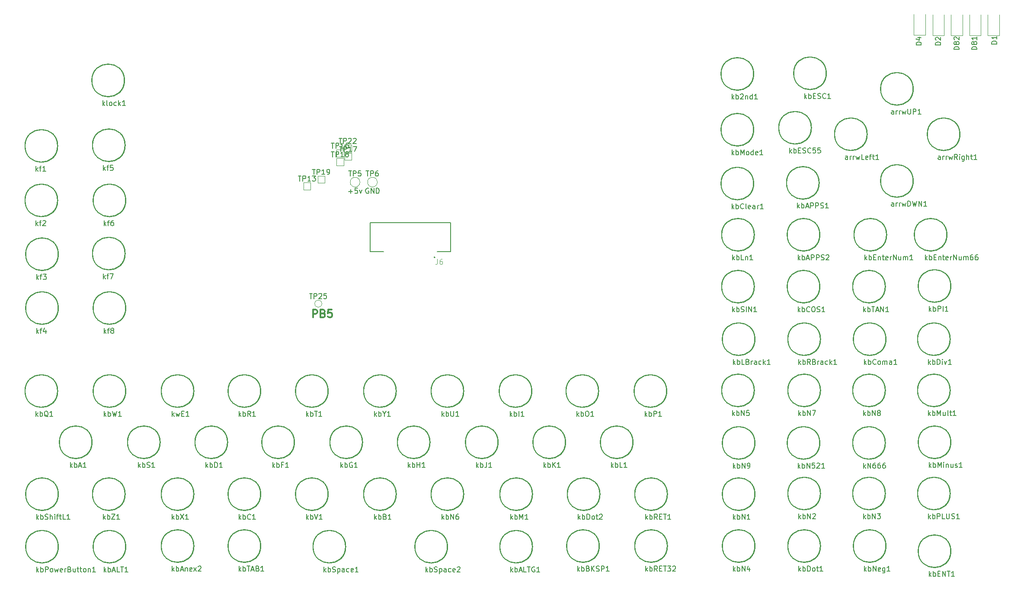
<source format=gbr>
%TF.GenerationSoftware,KiCad,Pcbnew,(5.99.0-9972-g9020611657)*%
%TF.CreationDate,2021-05-31T19:12:41-05:00*%
%TF.ProjectId,ti92revive,74693932-7265-4766-9976-652e6b696361,rev?*%
%TF.SameCoordinates,Original*%
%TF.FileFunction,Legend,Top*%
%TF.FilePolarity,Positive*%
%FSLAX46Y46*%
G04 Gerber Fmt 4.6, Leading zero omitted, Abs format (unit mm)*
G04 Created by KiCad (PCBNEW (5.99.0-9972-g9020611657)) date 2021-05-31 19:12:41*
%MOMM*%
%LPD*%
G01*
G04 APERTURE LIST*
%ADD10C,0.300000*%
%ADD11C,0.150000*%
%ADD12C,0.015000*%
%ADD13C,0.200000*%
%ADD14C,0.120000*%
%ADD15C,0.127000*%
G04 APERTURE END LIST*
D10*
X121142857Y-96278571D02*
X121142857Y-94778571D01*
X121714285Y-94778571D01*
X121857142Y-94850000D01*
X121928571Y-94921428D01*
X122000000Y-95064285D01*
X122000000Y-95278571D01*
X121928571Y-95421428D01*
X121857142Y-95492857D01*
X121714285Y-95564285D01*
X121142857Y-95564285D01*
X123142857Y-95492857D02*
X123357142Y-95564285D01*
X123428571Y-95635714D01*
X123500000Y-95778571D01*
X123500000Y-95992857D01*
X123428571Y-96135714D01*
X123357142Y-96207142D01*
X123214285Y-96278571D01*
X122642857Y-96278571D01*
X122642857Y-94778571D01*
X123142857Y-94778571D01*
X123285714Y-94850000D01*
X123357142Y-94921428D01*
X123428571Y-95064285D01*
X123428571Y-95207142D01*
X123357142Y-95350000D01*
X123285714Y-95421428D01*
X123142857Y-95492857D01*
X122642857Y-95492857D01*
X124857142Y-94778571D02*
X124142857Y-94778571D01*
X124071428Y-95492857D01*
X124142857Y-95421428D01*
X124285714Y-95350000D01*
X124642857Y-95350000D01*
X124785714Y-95421428D01*
X124857142Y-95492857D01*
X124928571Y-95635714D01*
X124928571Y-95992857D01*
X124857142Y-96135714D01*
X124785714Y-96207142D01*
X124642857Y-96278571D01*
X124285714Y-96278571D01*
X124142857Y-96207142D01*
X124071428Y-96135714D01*
D11*
%TO.C,TP22*%
X126241904Y-61204380D02*
X126813333Y-61204380D01*
X126527619Y-62204380D02*
X126527619Y-61204380D01*
X127146666Y-62204380D02*
X127146666Y-61204380D01*
X127527619Y-61204380D01*
X127622857Y-61252000D01*
X127670476Y-61299619D01*
X127718095Y-61394857D01*
X127718095Y-61537714D01*
X127670476Y-61632952D01*
X127622857Y-61680571D01*
X127527619Y-61728190D01*
X127146666Y-61728190D01*
X128099047Y-61299619D02*
X128146666Y-61252000D01*
X128241904Y-61204380D01*
X128480000Y-61204380D01*
X128575238Y-61252000D01*
X128622857Y-61299619D01*
X128670476Y-61394857D01*
X128670476Y-61490095D01*
X128622857Y-61632952D01*
X128051428Y-62204380D01*
X128670476Y-62204380D01*
X129051428Y-61299619D02*
X129099047Y-61252000D01*
X129194285Y-61204380D01*
X129432380Y-61204380D01*
X129527619Y-61252000D01*
X129575238Y-61299619D01*
X129622857Y-61394857D01*
X129622857Y-61490095D01*
X129575238Y-61632952D01*
X129003809Y-62204380D01*
X129622857Y-62204380D01*
%TO.C,TP19*%
X121051904Y-67284380D02*
X121623333Y-67284380D01*
X121337619Y-68284380D02*
X121337619Y-67284380D01*
X121956666Y-68284380D02*
X121956666Y-67284380D01*
X122337619Y-67284380D01*
X122432857Y-67332000D01*
X122480476Y-67379619D01*
X122528095Y-67474857D01*
X122528095Y-67617714D01*
X122480476Y-67712952D01*
X122432857Y-67760571D01*
X122337619Y-67808190D01*
X121956666Y-67808190D01*
X123480476Y-68284380D02*
X122909047Y-68284380D01*
X123194761Y-68284380D02*
X123194761Y-67284380D01*
X123099523Y-67427238D01*
X123004285Y-67522476D01*
X122909047Y-67570095D01*
X123956666Y-68284380D02*
X124147142Y-68284380D01*
X124242380Y-68236761D01*
X124290000Y-68189142D01*
X124385238Y-68046285D01*
X124432857Y-67855809D01*
X124432857Y-67474857D01*
X124385238Y-67379619D01*
X124337619Y-67332000D01*
X124242380Y-67284380D01*
X124051904Y-67284380D01*
X123956666Y-67332000D01*
X123909047Y-67379619D01*
X123861428Y-67474857D01*
X123861428Y-67712952D01*
X123909047Y-67808190D01*
X123956666Y-67855809D01*
X124051904Y-67903428D01*
X124242380Y-67903428D01*
X124337619Y-67855809D01*
X124385238Y-67808190D01*
X124432857Y-67712952D01*
%TO.C,TP18*%
X124721904Y-63844380D02*
X125293333Y-63844380D01*
X125007619Y-64844380D02*
X125007619Y-63844380D01*
X125626666Y-64844380D02*
X125626666Y-63844380D01*
X126007619Y-63844380D01*
X126102857Y-63892000D01*
X126150476Y-63939619D01*
X126198095Y-64034857D01*
X126198095Y-64177714D01*
X126150476Y-64272952D01*
X126102857Y-64320571D01*
X126007619Y-64368190D01*
X125626666Y-64368190D01*
X127150476Y-64844380D02*
X126579047Y-64844380D01*
X126864761Y-64844380D02*
X126864761Y-63844380D01*
X126769523Y-63987238D01*
X126674285Y-64082476D01*
X126579047Y-64130095D01*
X127721904Y-64272952D02*
X127626666Y-64225333D01*
X127579047Y-64177714D01*
X127531428Y-64082476D01*
X127531428Y-64034857D01*
X127579047Y-63939619D01*
X127626666Y-63892000D01*
X127721904Y-63844380D01*
X127912380Y-63844380D01*
X128007619Y-63892000D01*
X128055238Y-63939619D01*
X128102857Y-64034857D01*
X128102857Y-64082476D01*
X128055238Y-64177714D01*
X128007619Y-64225333D01*
X127912380Y-64272952D01*
X127721904Y-64272952D01*
X127626666Y-64320571D01*
X127579047Y-64368190D01*
X127531428Y-64463428D01*
X127531428Y-64653904D01*
X127579047Y-64749142D01*
X127626666Y-64796761D01*
X127721904Y-64844380D01*
X127912380Y-64844380D01*
X128007619Y-64796761D01*
X128055238Y-64749142D01*
X128102857Y-64653904D01*
X128102857Y-64463428D01*
X128055238Y-64368190D01*
X128007619Y-64320571D01*
X127912380Y-64272952D01*
%TO.C,TP17*%
X126311904Y-62804380D02*
X126883333Y-62804380D01*
X126597619Y-63804380D02*
X126597619Y-62804380D01*
X127216666Y-63804380D02*
X127216666Y-62804380D01*
X127597619Y-62804380D01*
X127692857Y-62852000D01*
X127740476Y-62899619D01*
X127788095Y-62994857D01*
X127788095Y-63137714D01*
X127740476Y-63232952D01*
X127692857Y-63280571D01*
X127597619Y-63328190D01*
X127216666Y-63328190D01*
X128740476Y-63804380D02*
X128169047Y-63804380D01*
X128454761Y-63804380D02*
X128454761Y-62804380D01*
X128359523Y-62947238D01*
X128264285Y-63042476D01*
X128169047Y-63090095D01*
X129073809Y-62804380D02*
X129740476Y-62804380D01*
X129311904Y-63804380D01*
%TO.C,TP16*%
X124731904Y-62134380D02*
X125303333Y-62134380D01*
X125017619Y-63134380D02*
X125017619Y-62134380D01*
X125636666Y-63134380D02*
X125636666Y-62134380D01*
X126017619Y-62134380D01*
X126112857Y-62182000D01*
X126160476Y-62229619D01*
X126208095Y-62324857D01*
X126208095Y-62467714D01*
X126160476Y-62562952D01*
X126112857Y-62610571D01*
X126017619Y-62658190D01*
X125636666Y-62658190D01*
X127160476Y-63134380D02*
X126589047Y-63134380D01*
X126874761Y-63134380D02*
X126874761Y-62134380D01*
X126779523Y-62277238D01*
X126684285Y-62372476D01*
X126589047Y-62420095D01*
X128017619Y-62134380D02*
X127827142Y-62134380D01*
X127731904Y-62182000D01*
X127684285Y-62229619D01*
X127589047Y-62372476D01*
X127541428Y-62562952D01*
X127541428Y-62943904D01*
X127589047Y-63039142D01*
X127636666Y-63086761D01*
X127731904Y-63134380D01*
X127922380Y-63134380D01*
X128017619Y-63086761D01*
X128065238Y-63039142D01*
X128112857Y-62943904D01*
X128112857Y-62705809D01*
X128065238Y-62610571D01*
X128017619Y-62562952D01*
X127922380Y-62515333D01*
X127731904Y-62515333D01*
X127636666Y-62562952D01*
X127589047Y-62610571D01*
X127541428Y-62705809D01*
%TO.C,TP13*%
X118271904Y-68584380D02*
X118843333Y-68584380D01*
X118557619Y-69584380D02*
X118557619Y-68584380D01*
X119176666Y-69584380D02*
X119176666Y-68584380D01*
X119557619Y-68584380D01*
X119652857Y-68632000D01*
X119700476Y-68679619D01*
X119748095Y-68774857D01*
X119748095Y-68917714D01*
X119700476Y-69012952D01*
X119652857Y-69060571D01*
X119557619Y-69108190D01*
X119176666Y-69108190D01*
X120700476Y-69584380D02*
X120129047Y-69584380D01*
X120414761Y-69584380D02*
X120414761Y-68584380D01*
X120319523Y-68727238D01*
X120224285Y-68822476D01*
X120129047Y-68870095D01*
X121033809Y-68584380D02*
X121652857Y-68584380D01*
X121319523Y-68965333D01*
X121462380Y-68965333D01*
X121557619Y-69012952D01*
X121605238Y-69060571D01*
X121652857Y-69155809D01*
X121652857Y-69393904D01*
X121605238Y-69489142D01*
X121557619Y-69536761D01*
X121462380Y-69584380D01*
X121176666Y-69584380D01*
X121081428Y-69536761D01*
X121033809Y-69489142D01*
D12*
%TO.C,J6*%
X145519666Y-84882380D02*
X145519666Y-85596666D01*
X145472047Y-85739523D01*
X145376809Y-85834761D01*
X145233952Y-85882380D01*
X145138714Y-85882380D01*
X146424428Y-84882380D02*
X146233952Y-84882380D01*
X146138714Y-84930000D01*
X146091095Y-84977619D01*
X145995857Y-85120476D01*
X145948238Y-85310952D01*
X145948238Y-85691904D01*
X145995857Y-85787142D01*
X146043476Y-85834761D01*
X146138714Y-85882380D01*
X146329190Y-85882380D01*
X146424428Y-85834761D01*
X146472047Y-85787142D01*
X146519666Y-85691904D01*
X146519666Y-85453809D01*
X146472047Y-85358571D01*
X146424428Y-85310952D01*
X146329190Y-85263333D01*
X146138714Y-85263333D01*
X146043476Y-85310952D01*
X145995857Y-85358571D01*
X145948238Y-85453809D01*
D13*
%TO.C,kbLBrack1*%
X203441095Y-105489380D02*
X203441095Y-104489380D01*
X203536333Y-105108428D02*
X203822047Y-105489380D01*
X203822047Y-104822714D02*
X203441095Y-105203666D01*
X204250619Y-105489380D02*
X204250619Y-104489380D01*
X204250619Y-104870333D02*
X204345857Y-104822714D01*
X204536333Y-104822714D01*
X204631571Y-104870333D01*
X204679190Y-104917952D01*
X204726809Y-105013190D01*
X204726809Y-105298904D01*
X204679190Y-105394142D01*
X204631571Y-105441761D01*
X204536333Y-105489380D01*
X204345857Y-105489380D01*
X204250619Y-105441761D01*
X205631571Y-105489380D02*
X205155380Y-105489380D01*
X205155380Y-104489380D01*
X206298238Y-104965571D02*
X206441095Y-105013190D01*
X206488714Y-105060809D01*
X206536333Y-105156047D01*
X206536333Y-105298904D01*
X206488714Y-105394142D01*
X206441095Y-105441761D01*
X206345857Y-105489380D01*
X205964904Y-105489380D01*
X205964904Y-104489380D01*
X206298238Y-104489380D01*
X206393476Y-104537000D01*
X206441095Y-104584619D01*
X206488714Y-104679857D01*
X206488714Y-104775095D01*
X206441095Y-104870333D01*
X206393476Y-104917952D01*
X206298238Y-104965571D01*
X205964904Y-104965571D01*
X206964904Y-105489380D02*
X206964904Y-104822714D01*
X206964904Y-105013190D02*
X207012523Y-104917952D01*
X207060142Y-104870333D01*
X207155380Y-104822714D01*
X207250619Y-104822714D01*
X208012523Y-105489380D02*
X208012523Y-104965571D01*
X207964904Y-104870333D01*
X207869666Y-104822714D01*
X207679190Y-104822714D01*
X207583952Y-104870333D01*
X208012523Y-105441761D02*
X207917285Y-105489380D01*
X207679190Y-105489380D01*
X207583952Y-105441761D01*
X207536333Y-105346523D01*
X207536333Y-105251285D01*
X207583952Y-105156047D01*
X207679190Y-105108428D01*
X207917285Y-105108428D01*
X208012523Y-105060809D01*
X208917285Y-105441761D02*
X208822047Y-105489380D01*
X208631571Y-105489380D01*
X208536333Y-105441761D01*
X208488714Y-105394142D01*
X208441095Y-105298904D01*
X208441095Y-105013190D01*
X208488714Y-104917952D01*
X208536333Y-104870333D01*
X208631571Y-104822714D01*
X208822047Y-104822714D01*
X208917285Y-104870333D01*
X209345857Y-105489380D02*
X209345857Y-104489380D01*
X209441095Y-105108428D02*
X209726809Y-105489380D01*
X209726809Y-104822714D02*
X209345857Y-105203666D01*
X210679190Y-105489380D02*
X210107761Y-105489380D01*
X210393476Y-105489380D02*
X210393476Y-104489380D01*
X210298238Y-104632238D01*
X210203000Y-104727476D01*
X210107761Y-104775095D01*
%TO.C,kbMode1*%
X203187095Y-64468380D02*
X203187095Y-63468380D01*
X203282333Y-64087428D02*
X203568047Y-64468380D01*
X203568047Y-63801714D02*
X203187095Y-64182666D01*
X203996619Y-64468380D02*
X203996619Y-63468380D01*
X203996619Y-63849333D02*
X204091857Y-63801714D01*
X204282333Y-63801714D01*
X204377571Y-63849333D01*
X204425190Y-63896952D01*
X204472809Y-63992190D01*
X204472809Y-64277904D01*
X204425190Y-64373142D01*
X204377571Y-64420761D01*
X204282333Y-64468380D01*
X204091857Y-64468380D01*
X203996619Y-64420761D01*
X204901380Y-64468380D02*
X204901380Y-63468380D01*
X205234714Y-64182666D01*
X205568047Y-63468380D01*
X205568047Y-64468380D01*
X206187095Y-64468380D02*
X206091857Y-64420761D01*
X206044238Y-64373142D01*
X205996619Y-64277904D01*
X205996619Y-63992190D01*
X206044238Y-63896952D01*
X206091857Y-63849333D01*
X206187095Y-63801714D01*
X206329952Y-63801714D01*
X206425190Y-63849333D01*
X206472809Y-63896952D01*
X206520428Y-63992190D01*
X206520428Y-64277904D01*
X206472809Y-64373142D01*
X206425190Y-64420761D01*
X206329952Y-64468380D01*
X206187095Y-64468380D01*
X207377571Y-64468380D02*
X207377571Y-63468380D01*
X207377571Y-64420761D02*
X207282333Y-64468380D01*
X207091857Y-64468380D01*
X206996619Y-64420761D01*
X206949000Y-64373142D01*
X206901380Y-64277904D01*
X206901380Y-63992190D01*
X206949000Y-63896952D01*
X206996619Y-63849333D01*
X207091857Y-63801714D01*
X207282333Y-63801714D01*
X207377571Y-63849333D01*
X208234714Y-64420761D02*
X208139476Y-64468380D01*
X207949000Y-64468380D01*
X207853761Y-64420761D01*
X207806142Y-64325523D01*
X207806142Y-63944571D01*
X207853761Y-63849333D01*
X207949000Y-63801714D01*
X208139476Y-63801714D01*
X208234714Y-63849333D01*
X208282333Y-63944571D01*
X208282333Y-64039809D01*
X207806142Y-64135047D01*
X209234714Y-64468380D02*
X208663285Y-64468380D01*
X208949000Y-64468380D02*
X208949000Y-63468380D01*
X208853761Y-63611238D01*
X208758523Y-63706476D01*
X208663285Y-63754095D01*
%TO.C,kbAPPS2*%
X216141095Y-85042380D02*
X216141095Y-84042380D01*
X216236333Y-84661428D02*
X216522047Y-85042380D01*
X216522047Y-84375714D02*
X216141095Y-84756666D01*
X216950619Y-85042380D02*
X216950619Y-84042380D01*
X216950619Y-84423333D02*
X217045857Y-84375714D01*
X217236333Y-84375714D01*
X217331571Y-84423333D01*
X217379190Y-84470952D01*
X217426809Y-84566190D01*
X217426809Y-84851904D01*
X217379190Y-84947142D01*
X217331571Y-84994761D01*
X217236333Y-85042380D01*
X217045857Y-85042380D01*
X216950619Y-84994761D01*
X217807761Y-84756666D02*
X218283952Y-84756666D01*
X217712523Y-85042380D02*
X218045857Y-84042380D01*
X218379190Y-85042380D01*
X218712523Y-85042380D02*
X218712523Y-84042380D01*
X219093476Y-84042380D01*
X219188714Y-84090000D01*
X219236333Y-84137619D01*
X219283952Y-84232857D01*
X219283952Y-84375714D01*
X219236333Y-84470952D01*
X219188714Y-84518571D01*
X219093476Y-84566190D01*
X218712523Y-84566190D01*
X219712523Y-85042380D02*
X219712523Y-84042380D01*
X220093476Y-84042380D01*
X220188714Y-84090000D01*
X220236333Y-84137619D01*
X220283952Y-84232857D01*
X220283952Y-84375714D01*
X220236333Y-84470952D01*
X220188714Y-84518571D01*
X220093476Y-84566190D01*
X219712523Y-84566190D01*
X220664904Y-84994761D02*
X220807761Y-85042380D01*
X221045857Y-85042380D01*
X221141095Y-84994761D01*
X221188714Y-84947142D01*
X221236333Y-84851904D01*
X221236333Y-84756666D01*
X221188714Y-84661428D01*
X221141095Y-84613809D01*
X221045857Y-84566190D01*
X220855380Y-84518571D01*
X220760142Y-84470952D01*
X220712523Y-84423333D01*
X220664904Y-84328095D01*
X220664904Y-84232857D01*
X220712523Y-84137619D01*
X220760142Y-84090000D01*
X220855380Y-84042380D01*
X221093476Y-84042380D01*
X221236333Y-84090000D01*
X221617285Y-84137619D02*
X221664904Y-84090000D01*
X221760142Y-84042380D01*
X221998238Y-84042380D01*
X222093476Y-84090000D01*
X222141095Y-84137619D01*
X222188714Y-84232857D01*
X222188714Y-84328095D01*
X222141095Y-84470952D01*
X221569666Y-85042380D01*
X222188714Y-85042380D01*
%TO.C,kbQ1*%
X66916095Y-115649380D02*
X66916095Y-114649380D01*
X67011333Y-115268428D02*
X67297047Y-115649380D01*
X67297047Y-114982714D02*
X66916095Y-115363666D01*
X67725619Y-115649380D02*
X67725619Y-114649380D01*
X67725619Y-115030333D02*
X67820857Y-114982714D01*
X68011333Y-114982714D01*
X68106571Y-115030333D01*
X68154190Y-115077952D01*
X68201809Y-115173190D01*
X68201809Y-115458904D01*
X68154190Y-115554142D01*
X68106571Y-115601761D01*
X68011333Y-115649380D01*
X67820857Y-115649380D01*
X67725619Y-115601761D01*
X69297047Y-115744619D02*
X69201809Y-115697000D01*
X69106571Y-115601761D01*
X68963714Y-115458904D01*
X68868476Y-115411285D01*
X68773238Y-115411285D01*
X68820857Y-115649380D02*
X68725619Y-115601761D01*
X68630380Y-115506523D01*
X68582761Y-115316047D01*
X68582761Y-114982714D01*
X68630380Y-114792238D01*
X68725619Y-114697000D01*
X68820857Y-114649380D01*
X69011333Y-114649380D01*
X69106571Y-114697000D01*
X69201809Y-114792238D01*
X69249428Y-114982714D01*
X69249428Y-115316047D01*
X69201809Y-115506523D01*
X69106571Y-115601761D01*
X69011333Y-115649380D01*
X68820857Y-115649380D01*
X70201809Y-115649380D02*
X69630380Y-115649380D01*
X69916095Y-115649380D02*
X69916095Y-114649380D01*
X69820857Y-114792238D01*
X69725619Y-114887476D01*
X69630380Y-114935095D01*
%TO.C,kbN7*%
X216268095Y-115522380D02*
X216268095Y-114522380D01*
X216363333Y-115141428D02*
X216649047Y-115522380D01*
X216649047Y-114855714D02*
X216268095Y-115236666D01*
X217077619Y-115522380D02*
X217077619Y-114522380D01*
X217077619Y-114903333D02*
X217172857Y-114855714D01*
X217363333Y-114855714D01*
X217458571Y-114903333D01*
X217506190Y-114950952D01*
X217553809Y-115046190D01*
X217553809Y-115331904D01*
X217506190Y-115427142D01*
X217458571Y-115474761D01*
X217363333Y-115522380D01*
X217172857Y-115522380D01*
X217077619Y-115474761D01*
X217982380Y-115522380D02*
X217982380Y-114522380D01*
X218553809Y-115522380D01*
X218553809Y-114522380D01*
X218934761Y-114522380D02*
X219601428Y-114522380D01*
X219172857Y-115522380D01*
%TO.C,kbALT1*%
X80251095Y-146129380D02*
X80251095Y-145129380D01*
X80346333Y-145748428D02*
X80632047Y-146129380D01*
X80632047Y-145462714D02*
X80251095Y-145843666D01*
X81060619Y-146129380D02*
X81060619Y-145129380D01*
X81060619Y-145510333D02*
X81155857Y-145462714D01*
X81346333Y-145462714D01*
X81441571Y-145510333D01*
X81489190Y-145557952D01*
X81536809Y-145653190D01*
X81536809Y-145938904D01*
X81489190Y-146034142D01*
X81441571Y-146081761D01*
X81346333Y-146129380D01*
X81155857Y-146129380D01*
X81060619Y-146081761D01*
X81917761Y-145843666D02*
X82393952Y-145843666D01*
X81822523Y-146129380D02*
X82155857Y-145129380D01*
X82489190Y-146129380D01*
X83298714Y-146129380D02*
X82822523Y-146129380D01*
X82822523Y-145129380D01*
X83489190Y-145129380D02*
X84060619Y-145129380D01*
X83774904Y-146129380D02*
X83774904Y-145129380D01*
X84917761Y-146129380D02*
X84346333Y-146129380D01*
X84632047Y-146129380D02*
X84632047Y-145129380D01*
X84536809Y-145272238D01*
X84441571Y-145367476D01*
X84346333Y-145415095D01*
%TO.C,kbA1*%
X73647095Y-125682380D02*
X73647095Y-124682380D01*
X73742333Y-125301428D02*
X74028047Y-125682380D01*
X74028047Y-125015714D02*
X73647095Y-125396666D01*
X74456619Y-125682380D02*
X74456619Y-124682380D01*
X74456619Y-125063333D02*
X74551857Y-125015714D01*
X74742333Y-125015714D01*
X74837571Y-125063333D01*
X74885190Y-125110952D01*
X74932809Y-125206190D01*
X74932809Y-125491904D01*
X74885190Y-125587142D01*
X74837571Y-125634761D01*
X74742333Y-125682380D01*
X74551857Y-125682380D01*
X74456619Y-125634761D01*
X75313761Y-125396666D02*
X75789952Y-125396666D01*
X75218523Y-125682380D02*
X75551857Y-124682380D01*
X75885190Y-125682380D01*
X76742333Y-125682380D02*
X76170904Y-125682380D01*
X76456619Y-125682380D02*
X76456619Y-124682380D01*
X76361380Y-124825238D01*
X76266142Y-124920476D01*
X76170904Y-124968095D01*
%TO.C,kbK1*%
X166357095Y-125682380D02*
X166357095Y-124682380D01*
X166452333Y-125301428D02*
X166738047Y-125682380D01*
X166738047Y-125015714D02*
X166357095Y-125396666D01*
X167166619Y-125682380D02*
X167166619Y-124682380D01*
X167166619Y-125063333D02*
X167261857Y-125015714D01*
X167452333Y-125015714D01*
X167547571Y-125063333D01*
X167595190Y-125110952D01*
X167642809Y-125206190D01*
X167642809Y-125491904D01*
X167595190Y-125587142D01*
X167547571Y-125634761D01*
X167452333Y-125682380D01*
X167261857Y-125682380D01*
X167166619Y-125634761D01*
X168071380Y-125682380D02*
X168071380Y-124682380D01*
X168642809Y-125682380D02*
X168214238Y-125110952D01*
X168642809Y-124682380D02*
X168071380Y-125253809D01*
X169595190Y-125682380D02*
X169023761Y-125682380D01*
X169309476Y-125682380D02*
X169309476Y-124682380D01*
X169214238Y-124825238D01*
X169119000Y-124920476D01*
X169023761Y-124968095D01*
%TO.C,kbV1*%
X119875095Y-135842380D02*
X119875095Y-134842380D01*
X119970333Y-135461428D02*
X120256047Y-135842380D01*
X120256047Y-135175714D02*
X119875095Y-135556666D01*
X120684619Y-135842380D02*
X120684619Y-134842380D01*
X120684619Y-135223333D02*
X120779857Y-135175714D01*
X120970333Y-135175714D01*
X121065571Y-135223333D01*
X121113190Y-135270952D01*
X121160809Y-135366190D01*
X121160809Y-135651904D01*
X121113190Y-135747142D01*
X121065571Y-135794761D01*
X120970333Y-135842380D01*
X120779857Y-135842380D01*
X120684619Y-135794761D01*
X121446523Y-134842380D02*
X121779857Y-135842380D01*
X122113190Y-134842380D01*
X122970333Y-135842380D02*
X122398904Y-135842380D01*
X122684619Y-135842380D02*
X122684619Y-134842380D01*
X122589380Y-134985238D01*
X122494142Y-135080476D01*
X122398904Y-135128095D01*
%TO.C,kbDot1*%
X216268095Y-146002380D02*
X216268095Y-145002380D01*
X216363333Y-145621428D02*
X216649047Y-146002380D01*
X216649047Y-145335714D02*
X216268095Y-145716666D01*
X217077619Y-146002380D02*
X217077619Y-145002380D01*
X217077619Y-145383333D02*
X217172857Y-145335714D01*
X217363333Y-145335714D01*
X217458571Y-145383333D01*
X217506190Y-145430952D01*
X217553809Y-145526190D01*
X217553809Y-145811904D01*
X217506190Y-145907142D01*
X217458571Y-145954761D01*
X217363333Y-146002380D01*
X217172857Y-146002380D01*
X217077619Y-145954761D01*
X217982380Y-146002380D02*
X217982380Y-145002380D01*
X218220476Y-145002380D01*
X218363333Y-145050000D01*
X218458571Y-145145238D01*
X218506190Y-145240476D01*
X218553809Y-145430952D01*
X218553809Y-145573809D01*
X218506190Y-145764285D01*
X218458571Y-145859523D01*
X218363333Y-145954761D01*
X218220476Y-146002380D01*
X217982380Y-146002380D01*
X219125238Y-146002380D02*
X219030000Y-145954761D01*
X218982380Y-145907142D01*
X218934761Y-145811904D01*
X218934761Y-145526190D01*
X218982380Y-145430952D01*
X219030000Y-145383333D01*
X219125238Y-145335714D01*
X219268095Y-145335714D01*
X219363333Y-145383333D01*
X219410952Y-145430952D01*
X219458571Y-145526190D01*
X219458571Y-145811904D01*
X219410952Y-145907142D01*
X219363333Y-145954761D01*
X219268095Y-146002380D01*
X219125238Y-146002380D01*
X219744285Y-145335714D02*
X220125238Y-145335714D01*
X219887142Y-145002380D02*
X219887142Y-145859523D01*
X219934761Y-145954761D01*
X220030000Y-146002380D01*
X220125238Y-146002380D01*
X220982380Y-146002380D02*
X220410952Y-146002380D01*
X220696666Y-146002380D02*
X220696666Y-145002380D01*
X220601428Y-145145238D01*
X220506190Y-145240476D01*
X220410952Y-145288095D01*
%TO.C,kbF1*%
X113271095Y-125682380D02*
X113271095Y-124682380D01*
X113366333Y-125301428D02*
X113652047Y-125682380D01*
X113652047Y-125015714D02*
X113271095Y-125396666D01*
X114080619Y-125682380D02*
X114080619Y-124682380D01*
X114080619Y-125063333D02*
X114175857Y-125015714D01*
X114366333Y-125015714D01*
X114461571Y-125063333D01*
X114509190Y-125110952D01*
X114556809Y-125206190D01*
X114556809Y-125491904D01*
X114509190Y-125587142D01*
X114461571Y-125634761D01*
X114366333Y-125682380D01*
X114175857Y-125682380D01*
X114080619Y-125634761D01*
X115318714Y-125158571D02*
X114985380Y-125158571D01*
X114985380Y-125682380D02*
X114985380Y-124682380D01*
X115461571Y-124682380D01*
X116366333Y-125682380D02*
X115794904Y-125682380D01*
X116080619Y-125682380D02*
X116080619Y-124682380D01*
X115985380Y-124825238D01*
X115890142Y-124920476D01*
X115794904Y-124968095D01*
%TO.C,kf5*%
X80124095Y-67516380D02*
X80124095Y-66516380D01*
X80219333Y-67135428D02*
X80505047Y-67516380D01*
X80505047Y-66849714D02*
X80124095Y-67230666D01*
X80790761Y-66849714D02*
X81171714Y-66849714D01*
X80933619Y-67516380D02*
X80933619Y-66659238D01*
X80981238Y-66564000D01*
X81076476Y-66516380D01*
X81171714Y-66516380D01*
X81981238Y-66516380D02*
X81505047Y-66516380D01*
X81457428Y-66992571D01*
X81505047Y-66944952D01*
X81600285Y-66897333D01*
X81838380Y-66897333D01*
X81933619Y-66944952D01*
X81981238Y-66992571D01*
X82028857Y-67087809D01*
X82028857Y-67325904D01*
X81981238Y-67421142D01*
X81933619Y-67468761D01*
X81838380Y-67516380D01*
X81600285Y-67516380D01*
X81505047Y-67468761D01*
X81457428Y-67421142D01*
%TO.C,kbLn1*%
X203314095Y-85042380D02*
X203314095Y-84042380D01*
X203409333Y-84661428D02*
X203695047Y-85042380D01*
X203695047Y-84375714D02*
X203314095Y-84756666D01*
X204123619Y-85042380D02*
X204123619Y-84042380D01*
X204123619Y-84423333D02*
X204218857Y-84375714D01*
X204409333Y-84375714D01*
X204504571Y-84423333D01*
X204552190Y-84470952D01*
X204599809Y-84566190D01*
X204599809Y-84851904D01*
X204552190Y-84947142D01*
X204504571Y-84994761D01*
X204409333Y-85042380D01*
X204218857Y-85042380D01*
X204123619Y-84994761D01*
X205504571Y-85042380D02*
X205028380Y-85042380D01*
X205028380Y-84042380D01*
X205837904Y-84375714D02*
X205837904Y-85042380D01*
X205837904Y-84470952D02*
X205885523Y-84423333D01*
X205980761Y-84375714D01*
X206123619Y-84375714D01*
X206218857Y-84423333D01*
X206266476Y-84518571D01*
X206266476Y-85042380D01*
X207266476Y-85042380D02*
X206695047Y-85042380D01*
X206980761Y-85042380D02*
X206980761Y-84042380D01*
X206885523Y-84185238D01*
X206790285Y-84280476D01*
X206695047Y-84328095D01*
%TO.C,kbTAN1*%
X228968095Y-95202380D02*
X228968095Y-94202380D01*
X229063333Y-94821428D02*
X229349047Y-95202380D01*
X229349047Y-94535714D02*
X228968095Y-94916666D01*
X229777619Y-95202380D02*
X229777619Y-94202380D01*
X229777619Y-94583333D02*
X229872857Y-94535714D01*
X230063333Y-94535714D01*
X230158571Y-94583333D01*
X230206190Y-94630952D01*
X230253809Y-94726190D01*
X230253809Y-95011904D01*
X230206190Y-95107142D01*
X230158571Y-95154761D01*
X230063333Y-95202380D01*
X229872857Y-95202380D01*
X229777619Y-95154761D01*
X230539523Y-94202380D02*
X231110952Y-94202380D01*
X230825238Y-95202380D02*
X230825238Y-94202380D01*
X231396666Y-94916666D02*
X231872857Y-94916666D01*
X231301428Y-95202380D02*
X231634761Y-94202380D01*
X231968095Y-95202380D01*
X232301428Y-95202380D02*
X232301428Y-94202380D01*
X232872857Y-95202380D01*
X232872857Y-94202380D01*
X233872857Y-95202380D02*
X233301428Y-95202380D01*
X233587142Y-95202380D02*
X233587142Y-94202380D01*
X233491904Y-94345238D01*
X233396666Y-94440476D01*
X233301428Y-94488095D01*
%TO.C,kbEnterNum1*%
X229222095Y-85042380D02*
X229222095Y-84042380D01*
X229317333Y-84661428D02*
X229603047Y-85042380D01*
X229603047Y-84375714D02*
X229222095Y-84756666D01*
X230031619Y-85042380D02*
X230031619Y-84042380D01*
X230031619Y-84423333D02*
X230126857Y-84375714D01*
X230317333Y-84375714D01*
X230412571Y-84423333D01*
X230460190Y-84470952D01*
X230507809Y-84566190D01*
X230507809Y-84851904D01*
X230460190Y-84947142D01*
X230412571Y-84994761D01*
X230317333Y-85042380D01*
X230126857Y-85042380D01*
X230031619Y-84994761D01*
X230936380Y-84518571D02*
X231269714Y-84518571D01*
X231412571Y-85042380D02*
X230936380Y-85042380D01*
X230936380Y-84042380D01*
X231412571Y-84042380D01*
X231841142Y-84375714D02*
X231841142Y-85042380D01*
X231841142Y-84470952D02*
X231888761Y-84423333D01*
X231984000Y-84375714D01*
X232126857Y-84375714D01*
X232222095Y-84423333D01*
X232269714Y-84518571D01*
X232269714Y-85042380D01*
X232603047Y-84375714D02*
X232984000Y-84375714D01*
X232745904Y-84042380D02*
X232745904Y-84899523D01*
X232793523Y-84994761D01*
X232888761Y-85042380D01*
X232984000Y-85042380D01*
X233698285Y-84994761D02*
X233603047Y-85042380D01*
X233412571Y-85042380D01*
X233317333Y-84994761D01*
X233269714Y-84899523D01*
X233269714Y-84518571D01*
X233317333Y-84423333D01*
X233412571Y-84375714D01*
X233603047Y-84375714D01*
X233698285Y-84423333D01*
X233745904Y-84518571D01*
X233745904Y-84613809D01*
X233269714Y-84709047D01*
X234174476Y-85042380D02*
X234174476Y-84375714D01*
X234174476Y-84566190D02*
X234222095Y-84470952D01*
X234269714Y-84423333D01*
X234364952Y-84375714D01*
X234460190Y-84375714D01*
X234793523Y-85042380D02*
X234793523Y-84042380D01*
X235364952Y-85042380D01*
X235364952Y-84042380D01*
X236269714Y-84375714D02*
X236269714Y-85042380D01*
X235841142Y-84375714D02*
X235841142Y-84899523D01*
X235888761Y-84994761D01*
X235984000Y-85042380D01*
X236126857Y-85042380D01*
X236222095Y-84994761D01*
X236269714Y-84947142D01*
X236745904Y-85042380D02*
X236745904Y-84375714D01*
X236745904Y-84470952D02*
X236793523Y-84423333D01*
X236888761Y-84375714D01*
X237031619Y-84375714D01*
X237126857Y-84423333D01*
X237174476Y-84518571D01*
X237174476Y-85042380D01*
X237174476Y-84518571D02*
X237222095Y-84423333D01*
X237317333Y-84375714D01*
X237460190Y-84375714D01*
X237555428Y-84423333D01*
X237603047Y-84518571D01*
X237603047Y-85042380D01*
X238603047Y-85042380D02*
X238031619Y-85042380D01*
X238317333Y-85042380D02*
X238317333Y-84042380D01*
X238222095Y-84185238D01*
X238126857Y-84280476D01*
X238031619Y-84328095D01*
%TO.C,kbALTG1*%
X159880095Y-146129380D02*
X159880095Y-145129380D01*
X159975333Y-145748428D02*
X160261047Y-146129380D01*
X160261047Y-145462714D02*
X159880095Y-145843666D01*
X160689619Y-146129380D02*
X160689619Y-145129380D01*
X160689619Y-145510333D02*
X160784857Y-145462714D01*
X160975333Y-145462714D01*
X161070571Y-145510333D01*
X161118190Y-145557952D01*
X161165809Y-145653190D01*
X161165809Y-145938904D01*
X161118190Y-146034142D01*
X161070571Y-146081761D01*
X160975333Y-146129380D01*
X160784857Y-146129380D01*
X160689619Y-146081761D01*
X161546761Y-145843666D02*
X162022952Y-145843666D01*
X161451523Y-146129380D02*
X161784857Y-145129380D01*
X162118190Y-146129380D01*
X162927714Y-146129380D02*
X162451523Y-146129380D01*
X162451523Y-145129380D01*
X163118190Y-145129380D02*
X163689619Y-145129380D01*
X163403904Y-146129380D02*
X163403904Y-145129380D01*
X164546761Y-145177000D02*
X164451523Y-145129380D01*
X164308666Y-145129380D01*
X164165809Y-145177000D01*
X164070571Y-145272238D01*
X164022952Y-145367476D01*
X163975333Y-145557952D01*
X163975333Y-145700809D01*
X164022952Y-145891285D01*
X164070571Y-145986523D01*
X164165809Y-146081761D01*
X164308666Y-146129380D01*
X164403904Y-146129380D01*
X164546761Y-146081761D01*
X164594380Y-146034142D01*
X164594380Y-145700809D01*
X164403904Y-145700809D01*
X165546761Y-146129380D02*
X164975333Y-146129380D01*
X165261047Y-146129380D02*
X165261047Y-145129380D01*
X165165809Y-145272238D01*
X165070571Y-145367476D01*
X164975333Y-145415095D01*
%TO.C,kbL1*%
X179565095Y-125682380D02*
X179565095Y-124682380D01*
X179660333Y-125301428D02*
X179946047Y-125682380D01*
X179946047Y-125015714D02*
X179565095Y-125396666D01*
X180374619Y-125682380D02*
X180374619Y-124682380D01*
X180374619Y-125063333D02*
X180469857Y-125015714D01*
X180660333Y-125015714D01*
X180755571Y-125063333D01*
X180803190Y-125110952D01*
X180850809Y-125206190D01*
X180850809Y-125491904D01*
X180803190Y-125587142D01*
X180755571Y-125634761D01*
X180660333Y-125682380D01*
X180469857Y-125682380D01*
X180374619Y-125634761D01*
X181755571Y-125682380D02*
X181279380Y-125682380D01*
X181279380Y-124682380D01*
X182612714Y-125682380D02*
X182041285Y-125682380D01*
X182327000Y-125682380D02*
X182327000Y-124682380D01*
X182231761Y-124825238D01*
X182136523Y-124920476D01*
X182041285Y-124968095D01*
%TO.C,kbDot2*%
X173088095Y-135842380D02*
X173088095Y-134842380D01*
X173183333Y-135461428D02*
X173469047Y-135842380D01*
X173469047Y-135175714D02*
X173088095Y-135556666D01*
X173897619Y-135842380D02*
X173897619Y-134842380D01*
X173897619Y-135223333D02*
X173992857Y-135175714D01*
X174183333Y-135175714D01*
X174278571Y-135223333D01*
X174326190Y-135270952D01*
X174373809Y-135366190D01*
X174373809Y-135651904D01*
X174326190Y-135747142D01*
X174278571Y-135794761D01*
X174183333Y-135842380D01*
X173992857Y-135842380D01*
X173897619Y-135794761D01*
X174802380Y-135842380D02*
X174802380Y-134842380D01*
X175040476Y-134842380D01*
X175183333Y-134890000D01*
X175278571Y-134985238D01*
X175326190Y-135080476D01*
X175373809Y-135270952D01*
X175373809Y-135413809D01*
X175326190Y-135604285D01*
X175278571Y-135699523D01*
X175183333Y-135794761D01*
X175040476Y-135842380D01*
X174802380Y-135842380D01*
X175945238Y-135842380D02*
X175850000Y-135794761D01*
X175802380Y-135747142D01*
X175754761Y-135651904D01*
X175754761Y-135366190D01*
X175802380Y-135270952D01*
X175850000Y-135223333D01*
X175945238Y-135175714D01*
X176088095Y-135175714D01*
X176183333Y-135223333D01*
X176230952Y-135270952D01*
X176278571Y-135366190D01*
X176278571Y-135651904D01*
X176230952Y-135747142D01*
X176183333Y-135794761D01*
X176088095Y-135842380D01*
X175945238Y-135842380D01*
X176564285Y-135175714D02*
X176945238Y-135175714D01*
X176707142Y-134842380D02*
X176707142Y-135699523D01*
X176754761Y-135794761D01*
X176850000Y-135842380D01*
X176945238Y-135842380D01*
X177230952Y-134937619D02*
X177278571Y-134890000D01*
X177373809Y-134842380D01*
X177611904Y-134842380D01*
X177707142Y-134890000D01*
X177754761Y-134937619D01*
X177802380Y-135032857D01*
X177802380Y-135128095D01*
X177754761Y-135270952D01*
X177183333Y-135842380D01*
X177802380Y-135842380D01*
%TO.C,kbS1*%
X86982095Y-125682380D02*
X86982095Y-124682380D01*
X87077333Y-125301428D02*
X87363047Y-125682380D01*
X87363047Y-125015714D02*
X86982095Y-125396666D01*
X87791619Y-125682380D02*
X87791619Y-124682380D01*
X87791619Y-125063333D02*
X87886857Y-125015714D01*
X88077333Y-125015714D01*
X88172571Y-125063333D01*
X88220190Y-125110952D01*
X88267809Y-125206190D01*
X88267809Y-125491904D01*
X88220190Y-125587142D01*
X88172571Y-125634761D01*
X88077333Y-125682380D01*
X87886857Y-125682380D01*
X87791619Y-125634761D01*
X88648761Y-125634761D02*
X88791619Y-125682380D01*
X89029714Y-125682380D01*
X89124952Y-125634761D01*
X89172571Y-125587142D01*
X89220190Y-125491904D01*
X89220190Y-125396666D01*
X89172571Y-125301428D01*
X89124952Y-125253809D01*
X89029714Y-125206190D01*
X88839238Y-125158571D01*
X88744000Y-125110952D01*
X88696380Y-125063333D01*
X88648761Y-124968095D01*
X88648761Y-124872857D01*
X88696380Y-124777619D01*
X88744000Y-124730000D01*
X88839238Y-124682380D01*
X89077333Y-124682380D01*
X89220190Y-124730000D01*
X90172571Y-125682380D02*
X89601142Y-125682380D01*
X89886857Y-125682380D02*
X89886857Y-124682380D01*
X89791619Y-124825238D01*
X89696380Y-124920476D01*
X89601142Y-124968095D01*
D11*
%TO.C,D2*%
X244052380Y-42938095D02*
X243052380Y-42938095D01*
X243052380Y-42700000D01*
X243100000Y-42557142D01*
X243195238Y-42461904D01*
X243290476Y-42414285D01*
X243480952Y-42366666D01*
X243623809Y-42366666D01*
X243814285Y-42414285D01*
X243909523Y-42461904D01*
X244004761Y-42557142D01*
X244052380Y-42700000D01*
X244052380Y-42938095D01*
X243147619Y-41985714D02*
X243100000Y-41938095D01*
X243052380Y-41842857D01*
X243052380Y-41604761D01*
X243100000Y-41509523D01*
X243147619Y-41461904D01*
X243242857Y-41414285D01*
X243338095Y-41414285D01*
X243480952Y-41461904D01*
X244052380Y-42033333D01*
X244052380Y-41414285D01*
D13*
%TO.C,kbY1*%
X133210095Y-115649380D02*
X133210095Y-114649380D01*
X133305333Y-115268428D02*
X133591047Y-115649380D01*
X133591047Y-114982714D02*
X133210095Y-115363666D01*
X134019619Y-115649380D02*
X134019619Y-114649380D01*
X134019619Y-115030333D02*
X134114857Y-114982714D01*
X134305333Y-114982714D01*
X134400571Y-115030333D01*
X134448190Y-115077952D01*
X134495809Y-115173190D01*
X134495809Y-115458904D01*
X134448190Y-115554142D01*
X134400571Y-115601761D01*
X134305333Y-115649380D01*
X134114857Y-115649380D01*
X134019619Y-115601761D01*
X135114857Y-115173190D02*
X135114857Y-115649380D01*
X134781523Y-114649380D02*
X135114857Y-115173190D01*
X135448190Y-114649380D01*
X136305333Y-115649380D02*
X135733904Y-115649380D01*
X136019619Y-115649380D02*
X136019619Y-114649380D01*
X135924380Y-114792238D01*
X135829142Y-114887476D01*
X135733904Y-114935095D01*
%TO.C,kf8*%
X80251095Y-99393380D02*
X80251095Y-98393380D01*
X80346333Y-99012428D02*
X80632047Y-99393380D01*
X80632047Y-98726714D02*
X80251095Y-99107666D01*
X80917761Y-98726714D02*
X81298714Y-98726714D01*
X81060619Y-99393380D02*
X81060619Y-98536238D01*
X81108238Y-98441000D01*
X81203476Y-98393380D01*
X81298714Y-98393380D01*
X81774904Y-98821952D02*
X81679666Y-98774333D01*
X81632047Y-98726714D01*
X81584428Y-98631476D01*
X81584428Y-98583857D01*
X81632047Y-98488619D01*
X81679666Y-98441000D01*
X81774904Y-98393380D01*
X81965380Y-98393380D01*
X82060619Y-98441000D01*
X82108238Y-98488619D01*
X82155857Y-98583857D01*
X82155857Y-98631476D01*
X82108238Y-98726714D01*
X82060619Y-98774333D01*
X81965380Y-98821952D01*
X81774904Y-98821952D01*
X81679666Y-98869571D01*
X81632047Y-98917190D01*
X81584428Y-99012428D01*
X81584428Y-99202904D01*
X81632047Y-99298142D01*
X81679666Y-99345761D01*
X81774904Y-99393380D01*
X81965380Y-99393380D01*
X82060619Y-99345761D01*
X82108238Y-99298142D01*
X82155857Y-99202904D01*
X82155857Y-99012428D01*
X82108238Y-98917190D01*
X82060619Y-98869571D01*
X81965380Y-98821952D01*
%TO.C,kbN2*%
X216268095Y-135715380D02*
X216268095Y-134715380D01*
X216363333Y-135334428D02*
X216649047Y-135715380D01*
X216649047Y-135048714D02*
X216268095Y-135429666D01*
X217077619Y-135715380D02*
X217077619Y-134715380D01*
X217077619Y-135096333D02*
X217172857Y-135048714D01*
X217363333Y-135048714D01*
X217458571Y-135096333D01*
X217506190Y-135143952D01*
X217553809Y-135239190D01*
X217553809Y-135524904D01*
X217506190Y-135620142D01*
X217458571Y-135667761D01*
X217363333Y-135715380D01*
X217172857Y-135715380D01*
X217077619Y-135667761D01*
X217982380Y-135715380D02*
X217982380Y-134715380D01*
X218553809Y-135715380D01*
X218553809Y-134715380D01*
X218982380Y-134810619D02*
X219030000Y-134763000D01*
X219125238Y-134715380D01*
X219363333Y-134715380D01*
X219458571Y-134763000D01*
X219506190Y-134810619D01*
X219553809Y-134905857D01*
X219553809Y-135001095D01*
X219506190Y-135143952D01*
X218934761Y-135715380D01*
X219553809Y-135715380D01*
%TO.C,kbP1*%
X186169095Y-115649380D02*
X186169095Y-114649380D01*
X186264333Y-115268428D02*
X186550047Y-115649380D01*
X186550047Y-114982714D02*
X186169095Y-115363666D01*
X186978619Y-115649380D02*
X186978619Y-114649380D01*
X186978619Y-115030333D02*
X187073857Y-114982714D01*
X187264333Y-114982714D01*
X187359571Y-115030333D01*
X187407190Y-115077952D01*
X187454809Y-115173190D01*
X187454809Y-115458904D01*
X187407190Y-115554142D01*
X187359571Y-115601761D01*
X187264333Y-115649380D01*
X187073857Y-115649380D01*
X186978619Y-115601761D01*
X187883380Y-115649380D02*
X187883380Y-114649380D01*
X188264333Y-114649380D01*
X188359571Y-114697000D01*
X188407190Y-114744619D01*
X188454809Y-114839857D01*
X188454809Y-114982714D01*
X188407190Y-115077952D01*
X188359571Y-115125571D01*
X188264333Y-115173190D01*
X187883380Y-115173190D01*
X189407190Y-115649380D02*
X188835761Y-115649380D01*
X189121476Y-115649380D02*
X189121476Y-114649380D01*
X189026238Y-114792238D01*
X188931000Y-114887476D01*
X188835761Y-114935095D01*
D11*
%TO.C,TP5*%
X128138095Y-67604380D02*
X128709523Y-67604380D01*
X128423809Y-68604380D02*
X128423809Y-67604380D01*
X129042857Y-68604380D02*
X129042857Y-67604380D01*
X129423809Y-67604380D01*
X129519047Y-67652000D01*
X129566666Y-67699619D01*
X129614285Y-67794857D01*
X129614285Y-67937714D01*
X129566666Y-68032952D01*
X129519047Y-68080571D01*
X129423809Y-68128190D01*
X129042857Y-68128190D01*
X130519047Y-67604380D02*
X130042857Y-67604380D01*
X129995238Y-68080571D01*
X130042857Y-68032952D01*
X130138095Y-67985333D01*
X130376190Y-67985333D01*
X130471428Y-68032952D01*
X130519047Y-68080571D01*
X130566666Y-68175809D01*
X130566666Y-68413904D01*
X130519047Y-68509142D01*
X130471428Y-68556761D01*
X130376190Y-68604380D01*
X130138095Y-68604380D01*
X130042857Y-68556761D01*
X129995238Y-68509142D01*
X128161904Y-71621428D02*
X128923809Y-71621428D01*
X128542857Y-72002380D02*
X128542857Y-71240476D01*
X129876190Y-71002380D02*
X129400000Y-71002380D01*
X129352380Y-71478571D01*
X129400000Y-71430952D01*
X129495238Y-71383333D01*
X129733333Y-71383333D01*
X129828571Y-71430952D01*
X129876190Y-71478571D01*
X129923809Y-71573809D01*
X129923809Y-71811904D01*
X129876190Y-71907142D01*
X129828571Y-71954761D01*
X129733333Y-72002380D01*
X129495238Y-72002380D01*
X129400000Y-71954761D01*
X129352380Y-71907142D01*
X130257142Y-71335714D02*
X130495238Y-72002380D01*
X130733333Y-71335714D01*
D13*
%TO.C,kf3*%
X67043095Y-88852380D02*
X67043095Y-87852380D01*
X67138333Y-88471428D02*
X67424047Y-88852380D01*
X67424047Y-88185714D02*
X67043095Y-88566666D01*
X67709761Y-88185714D02*
X68090714Y-88185714D01*
X67852619Y-88852380D02*
X67852619Y-87995238D01*
X67900238Y-87900000D01*
X67995476Y-87852380D01*
X68090714Y-87852380D01*
X68328809Y-87852380D02*
X68947857Y-87852380D01*
X68614523Y-88233333D01*
X68757380Y-88233333D01*
X68852619Y-88280952D01*
X68900238Y-88328571D01*
X68947857Y-88423809D01*
X68947857Y-88661904D01*
X68900238Y-88757142D01*
X68852619Y-88804761D01*
X68757380Y-88852380D01*
X68471666Y-88852380D01*
X68376428Y-88804761D01*
X68328809Y-88757142D01*
%TO.C,kbClear1*%
X203187095Y-75009380D02*
X203187095Y-74009380D01*
X203282333Y-74628428D02*
X203568047Y-75009380D01*
X203568047Y-74342714D02*
X203187095Y-74723666D01*
X203996619Y-75009380D02*
X203996619Y-74009380D01*
X203996619Y-74390333D02*
X204091857Y-74342714D01*
X204282333Y-74342714D01*
X204377571Y-74390333D01*
X204425190Y-74437952D01*
X204472809Y-74533190D01*
X204472809Y-74818904D01*
X204425190Y-74914142D01*
X204377571Y-74961761D01*
X204282333Y-75009380D01*
X204091857Y-75009380D01*
X203996619Y-74961761D01*
X205472809Y-74914142D02*
X205425190Y-74961761D01*
X205282333Y-75009380D01*
X205187095Y-75009380D01*
X205044238Y-74961761D01*
X204949000Y-74866523D01*
X204901380Y-74771285D01*
X204853761Y-74580809D01*
X204853761Y-74437952D01*
X204901380Y-74247476D01*
X204949000Y-74152238D01*
X205044238Y-74057000D01*
X205187095Y-74009380D01*
X205282333Y-74009380D01*
X205425190Y-74057000D01*
X205472809Y-74104619D01*
X206044238Y-75009380D02*
X205949000Y-74961761D01*
X205901380Y-74866523D01*
X205901380Y-74009380D01*
X206806142Y-74961761D02*
X206710904Y-75009380D01*
X206520428Y-75009380D01*
X206425190Y-74961761D01*
X206377571Y-74866523D01*
X206377571Y-74485571D01*
X206425190Y-74390333D01*
X206520428Y-74342714D01*
X206710904Y-74342714D01*
X206806142Y-74390333D01*
X206853761Y-74485571D01*
X206853761Y-74580809D01*
X206377571Y-74676047D01*
X207710904Y-75009380D02*
X207710904Y-74485571D01*
X207663285Y-74390333D01*
X207568047Y-74342714D01*
X207377571Y-74342714D01*
X207282333Y-74390333D01*
X207710904Y-74961761D02*
X207615666Y-75009380D01*
X207377571Y-75009380D01*
X207282333Y-74961761D01*
X207234714Y-74866523D01*
X207234714Y-74771285D01*
X207282333Y-74676047D01*
X207377571Y-74628428D01*
X207615666Y-74628428D01*
X207710904Y-74580809D01*
X208187095Y-75009380D02*
X208187095Y-74342714D01*
X208187095Y-74533190D02*
X208234714Y-74437952D01*
X208282333Y-74390333D01*
X208377571Y-74342714D01*
X208472809Y-74342714D01*
X209329952Y-75009380D02*
X208758523Y-75009380D01*
X209044238Y-75009380D02*
X209044238Y-74009380D01*
X208949000Y-74152238D01*
X208853761Y-74247476D01*
X208758523Y-74295095D01*
D11*
%TO.C,D82*%
X247652380Y-43814285D02*
X246652380Y-43814285D01*
X246652380Y-43576190D01*
X246700000Y-43433333D01*
X246795238Y-43338095D01*
X246890476Y-43290476D01*
X247080952Y-43242857D01*
X247223809Y-43242857D01*
X247414285Y-43290476D01*
X247509523Y-43338095D01*
X247604761Y-43433333D01*
X247652380Y-43576190D01*
X247652380Y-43814285D01*
X247080952Y-42671428D02*
X247033333Y-42766666D01*
X246985714Y-42814285D01*
X246890476Y-42861904D01*
X246842857Y-42861904D01*
X246747619Y-42814285D01*
X246700000Y-42766666D01*
X246652380Y-42671428D01*
X246652380Y-42480952D01*
X246700000Y-42385714D01*
X246747619Y-42338095D01*
X246842857Y-42290476D01*
X246890476Y-42290476D01*
X246985714Y-42338095D01*
X247033333Y-42385714D01*
X247080952Y-42480952D01*
X247080952Y-42671428D01*
X247128571Y-42766666D01*
X247176190Y-42814285D01*
X247271428Y-42861904D01*
X247461904Y-42861904D01*
X247557142Y-42814285D01*
X247604761Y-42766666D01*
X247652380Y-42671428D01*
X247652380Y-42480952D01*
X247604761Y-42385714D01*
X247557142Y-42338095D01*
X247461904Y-42290476D01*
X247271428Y-42290476D01*
X247176190Y-42338095D01*
X247128571Y-42385714D01*
X247080952Y-42480952D01*
X246747619Y-41909523D02*
X246700000Y-41861904D01*
X246652380Y-41766666D01*
X246652380Y-41528571D01*
X246700000Y-41433333D01*
X246747619Y-41385714D01*
X246842857Y-41338095D01*
X246938095Y-41338095D01*
X247080952Y-41385714D01*
X247652380Y-41957142D01*
X247652380Y-41338095D01*
D13*
%TO.C,kbJ1*%
X153149095Y-125682380D02*
X153149095Y-124682380D01*
X153244333Y-125301428D02*
X153530047Y-125682380D01*
X153530047Y-125015714D02*
X153149095Y-125396666D01*
X153958619Y-125682380D02*
X153958619Y-124682380D01*
X153958619Y-125063333D02*
X154053857Y-125015714D01*
X154244333Y-125015714D01*
X154339571Y-125063333D01*
X154387190Y-125110952D01*
X154434809Y-125206190D01*
X154434809Y-125491904D01*
X154387190Y-125587142D01*
X154339571Y-125634761D01*
X154244333Y-125682380D01*
X154053857Y-125682380D01*
X153958619Y-125634761D01*
X155149095Y-124682380D02*
X155149095Y-125396666D01*
X155101476Y-125539523D01*
X155006238Y-125634761D01*
X154863380Y-125682380D01*
X154768142Y-125682380D01*
X156149095Y-125682380D02*
X155577666Y-125682380D01*
X155863380Y-125682380D02*
X155863380Y-124682380D01*
X155768142Y-124825238D01*
X155672904Y-124920476D01*
X155577666Y-124968095D01*
%TO.C,kbSpace1*%
X123304095Y-146129380D02*
X123304095Y-145129380D01*
X123399333Y-145748428D02*
X123685047Y-146129380D01*
X123685047Y-145462714D02*
X123304095Y-145843666D01*
X124113619Y-146129380D02*
X124113619Y-145129380D01*
X124113619Y-145510333D02*
X124208857Y-145462714D01*
X124399333Y-145462714D01*
X124494571Y-145510333D01*
X124542190Y-145557952D01*
X124589809Y-145653190D01*
X124589809Y-145938904D01*
X124542190Y-146034142D01*
X124494571Y-146081761D01*
X124399333Y-146129380D01*
X124208857Y-146129380D01*
X124113619Y-146081761D01*
X124970761Y-146081761D02*
X125113619Y-146129380D01*
X125351714Y-146129380D01*
X125446952Y-146081761D01*
X125494571Y-146034142D01*
X125542190Y-145938904D01*
X125542190Y-145843666D01*
X125494571Y-145748428D01*
X125446952Y-145700809D01*
X125351714Y-145653190D01*
X125161238Y-145605571D01*
X125066000Y-145557952D01*
X125018380Y-145510333D01*
X124970761Y-145415095D01*
X124970761Y-145319857D01*
X125018380Y-145224619D01*
X125066000Y-145177000D01*
X125161238Y-145129380D01*
X125399333Y-145129380D01*
X125542190Y-145177000D01*
X125970761Y-145462714D02*
X125970761Y-146462714D01*
X125970761Y-145510333D02*
X126066000Y-145462714D01*
X126256476Y-145462714D01*
X126351714Y-145510333D01*
X126399333Y-145557952D01*
X126446952Y-145653190D01*
X126446952Y-145938904D01*
X126399333Y-146034142D01*
X126351714Y-146081761D01*
X126256476Y-146129380D01*
X126066000Y-146129380D01*
X125970761Y-146081761D01*
X127304095Y-146129380D02*
X127304095Y-145605571D01*
X127256476Y-145510333D01*
X127161238Y-145462714D01*
X126970761Y-145462714D01*
X126875523Y-145510333D01*
X127304095Y-146081761D02*
X127208857Y-146129380D01*
X126970761Y-146129380D01*
X126875523Y-146081761D01*
X126827904Y-145986523D01*
X126827904Y-145891285D01*
X126875523Y-145796047D01*
X126970761Y-145748428D01*
X127208857Y-145748428D01*
X127304095Y-145700809D01*
X128208857Y-146081761D02*
X128113619Y-146129380D01*
X127923142Y-146129380D01*
X127827904Y-146081761D01*
X127780285Y-146034142D01*
X127732666Y-145938904D01*
X127732666Y-145653190D01*
X127780285Y-145557952D01*
X127827904Y-145510333D01*
X127923142Y-145462714D01*
X128113619Y-145462714D01*
X128208857Y-145510333D01*
X129018380Y-146081761D02*
X128923142Y-146129380D01*
X128732666Y-146129380D01*
X128637428Y-146081761D01*
X128589809Y-145986523D01*
X128589809Y-145605571D01*
X128637428Y-145510333D01*
X128732666Y-145462714D01*
X128923142Y-145462714D01*
X129018380Y-145510333D01*
X129066000Y-145605571D01*
X129066000Y-145700809D01*
X128589809Y-145796047D01*
X130018380Y-146129380D02*
X129446952Y-146129380D01*
X129732666Y-146129380D02*
X129732666Y-145129380D01*
X129637428Y-145272238D01*
X129542190Y-145367476D01*
X129446952Y-145415095D01*
%TO.C,kN666*%
X228968095Y-125809380D02*
X228968095Y-124809380D01*
X229063333Y-125428428D02*
X229349047Y-125809380D01*
X229349047Y-125142714D02*
X228968095Y-125523666D01*
X229777619Y-125809380D02*
X229777619Y-124809380D01*
X230349047Y-125809380D01*
X230349047Y-124809380D01*
X231253809Y-124809380D02*
X231063333Y-124809380D01*
X230968095Y-124857000D01*
X230920476Y-124904619D01*
X230825238Y-125047476D01*
X230777619Y-125237952D01*
X230777619Y-125618904D01*
X230825238Y-125714142D01*
X230872857Y-125761761D01*
X230968095Y-125809380D01*
X231158571Y-125809380D01*
X231253809Y-125761761D01*
X231301428Y-125714142D01*
X231349047Y-125618904D01*
X231349047Y-125380809D01*
X231301428Y-125285571D01*
X231253809Y-125237952D01*
X231158571Y-125190333D01*
X230968095Y-125190333D01*
X230872857Y-125237952D01*
X230825238Y-125285571D01*
X230777619Y-125380809D01*
X232206190Y-124809380D02*
X232015714Y-124809380D01*
X231920476Y-124857000D01*
X231872857Y-124904619D01*
X231777619Y-125047476D01*
X231730000Y-125237952D01*
X231730000Y-125618904D01*
X231777619Y-125714142D01*
X231825238Y-125761761D01*
X231920476Y-125809380D01*
X232110952Y-125809380D01*
X232206190Y-125761761D01*
X232253809Y-125714142D01*
X232301428Y-125618904D01*
X232301428Y-125380809D01*
X232253809Y-125285571D01*
X232206190Y-125237952D01*
X232110952Y-125190333D01*
X231920476Y-125190333D01*
X231825238Y-125237952D01*
X231777619Y-125285571D01*
X231730000Y-125380809D01*
X233158571Y-124809380D02*
X232968095Y-124809380D01*
X232872857Y-124857000D01*
X232825238Y-124904619D01*
X232730000Y-125047476D01*
X232682380Y-125237952D01*
X232682380Y-125618904D01*
X232730000Y-125714142D01*
X232777619Y-125761761D01*
X232872857Y-125809380D01*
X233063333Y-125809380D01*
X233158571Y-125761761D01*
X233206190Y-125714142D01*
X233253809Y-125618904D01*
X233253809Y-125380809D01*
X233206190Y-125285571D01*
X233158571Y-125237952D01*
X233063333Y-125190333D01*
X232872857Y-125190333D01*
X232777619Y-125237952D01*
X232730000Y-125285571D01*
X232682380Y-125380809D01*
%TO.C,kbShiftL1*%
X67043095Y-135842380D02*
X67043095Y-134842380D01*
X67138333Y-135461428D02*
X67424047Y-135842380D01*
X67424047Y-135175714D02*
X67043095Y-135556666D01*
X67852619Y-135842380D02*
X67852619Y-134842380D01*
X67852619Y-135223333D02*
X67947857Y-135175714D01*
X68138333Y-135175714D01*
X68233571Y-135223333D01*
X68281190Y-135270952D01*
X68328809Y-135366190D01*
X68328809Y-135651904D01*
X68281190Y-135747142D01*
X68233571Y-135794761D01*
X68138333Y-135842380D01*
X67947857Y-135842380D01*
X67852619Y-135794761D01*
X68709761Y-135794761D02*
X68852619Y-135842380D01*
X69090714Y-135842380D01*
X69185952Y-135794761D01*
X69233571Y-135747142D01*
X69281190Y-135651904D01*
X69281190Y-135556666D01*
X69233571Y-135461428D01*
X69185952Y-135413809D01*
X69090714Y-135366190D01*
X68900238Y-135318571D01*
X68805000Y-135270952D01*
X68757380Y-135223333D01*
X68709761Y-135128095D01*
X68709761Y-135032857D01*
X68757380Y-134937619D01*
X68805000Y-134890000D01*
X68900238Y-134842380D01*
X69138333Y-134842380D01*
X69281190Y-134890000D01*
X69709761Y-135842380D02*
X69709761Y-134842380D01*
X70138333Y-135842380D02*
X70138333Y-135318571D01*
X70090714Y-135223333D01*
X69995476Y-135175714D01*
X69852619Y-135175714D01*
X69757380Y-135223333D01*
X69709761Y-135270952D01*
X70614523Y-135842380D02*
X70614523Y-135175714D01*
X70614523Y-134842380D02*
X70566904Y-134890000D01*
X70614523Y-134937619D01*
X70662142Y-134890000D01*
X70614523Y-134842380D01*
X70614523Y-134937619D01*
X70947857Y-135175714D02*
X71328809Y-135175714D01*
X71090714Y-135842380D02*
X71090714Y-134985238D01*
X71138333Y-134890000D01*
X71233571Y-134842380D01*
X71328809Y-134842380D01*
X71519285Y-135175714D02*
X71900238Y-135175714D01*
X71662142Y-134842380D02*
X71662142Y-135699523D01*
X71709761Y-135794761D01*
X71805000Y-135842380D01*
X71900238Y-135842380D01*
X72709761Y-135842380D02*
X72233571Y-135842380D01*
X72233571Y-134842380D01*
X73566904Y-135842380D02*
X72995476Y-135842380D01*
X73281190Y-135842380D02*
X73281190Y-134842380D01*
X73185952Y-134985238D01*
X73090714Y-135080476D01*
X72995476Y-135128095D01*
%TO.C,kbSpace2*%
X143243095Y-146129380D02*
X143243095Y-145129380D01*
X143338333Y-145748428D02*
X143624047Y-146129380D01*
X143624047Y-145462714D02*
X143243095Y-145843666D01*
X144052619Y-146129380D02*
X144052619Y-145129380D01*
X144052619Y-145510333D02*
X144147857Y-145462714D01*
X144338333Y-145462714D01*
X144433571Y-145510333D01*
X144481190Y-145557952D01*
X144528809Y-145653190D01*
X144528809Y-145938904D01*
X144481190Y-146034142D01*
X144433571Y-146081761D01*
X144338333Y-146129380D01*
X144147857Y-146129380D01*
X144052619Y-146081761D01*
X144909761Y-146081761D02*
X145052619Y-146129380D01*
X145290714Y-146129380D01*
X145385952Y-146081761D01*
X145433571Y-146034142D01*
X145481190Y-145938904D01*
X145481190Y-145843666D01*
X145433571Y-145748428D01*
X145385952Y-145700809D01*
X145290714Y-145653190D01*
X145100238Y-145605571D01*
X145005000Y-145557952D01*
X144957380Y-145510333D01*
X144909761Y-145415095D01*
X144909761Y-145319857D01*
X144957380Y-145224619D01*
X145005000Y-145177000D01*
X145100238Y-145129380D01*
X145338333Y-145129380D01*
X145481190Y-145177000D01*
X145909761Y-145462714D02*
X145909761Y-146462714D01*
X145909761Y-145510333D02*
X146005000Y-145462714D01*
X146195476Y-145462714D01*
X146290714Y-145510333D01*
X146338333Y-145557952D01*
X146385952Y-145653190D01*
X146385952Y-145938904D01*
X146338333Y-146034142D01*
X146290714Y-146081761D01*
X146195476Y-146129380D01*
X146005000Y-146129380D01*
X145909761Y-146081761D01*
X147243095Y-146129380D02*
X147243095Y-145605571D01*
X147195476Y-145510333D01*
X147100238Y-145462714D01*
X146909761Y-145462714D01*
X146814523Y-145510333D01*
X147243095Y-146081761D02*
X147147857Y-146129380D01*
X146909761Y-146129380D01*
X146814523Y-146081761D01*
X146766904Y-145986523D01*
X146766904Y-145891285D01*
X146814523Y-145796047D01*
X146909761Y-145748428D01*
X147147857Y-145748428D01*
X147243095Y-145700809D01*
X148147857Y-146081761D02*
X148052619Y-146129380D01*
X147862142Y-146129380D01*
X147766904Y-146081761D01*
X147719285Y-146034142D01*
X147671666Y-145938904D01*
X147671666Y-145653190D01*
X147719285Y-145557952D01*
X147766904Y-145510333D01*
X147862142Y-145462714D01*
X148052619Y-145462714D01*
X148147857Y-145510333D01*
X148957380Y-146081761D02*
X148862142Y-146129380D01*
X148671666Y-146129380D01*
X148576428Y-146081761D01*
X148528809Y-145986523D01*
X148528809Y-145605571D01*
X148576428Y-145510333D01*
X148671666Y-145462714D01*
X148862142Y-145462714D01*
X148957380Y-145510333D01*
X149005000Y-145605571D01*
X149005000Y-145700809D01*
X148528809Y-145796047D01*
X149385952Y-145224619D02*
X149433571Y-145177000D01*
X149528809Y-145129380D01*
X149766904Y-145129380D01*
X149862142Y-145177000D01*
X149909761Y-145224619D01*
X149957380Y-145319857D01*
X149957380Y-145415095D01*
X149909761Y-145557952D01*
X149338333Y-146129380D01*
X149957380Y-146129380D01*
D11*
%TO.C,TP25*%
X120461904Y-91604380D02*
X121033333Y-91604380D01*
X120747619Y-92604380D02*
X120747619Y-91604380D01*
X121366666Y-92604380D02*
X121366666Y-91604380D01*
X121747619Y-91604380D01*
X121842857Y-91652000D01*
X121890476Y-91699619D01*
X121938095Y-91794857D01*
X121938095Y-91937714D01*
X121890476Y-92032952D01*
X121842857Y-92080571D01*
X121747619Y-92128190D01*
X121366666Y-92128190D01*
X122319047Y-91699619D02*
X122366666Y-91652000D01*
X122461904Y-91604380D01*
X122700000Y-91604380D01*
X122795238Y-91652000D01*
X122842857Y-91699619D01*
X122890476Y-91794857D01*
X122890476Y-91890095D01*
X122842857Y-92032952D01*
X122271428Y-92604380D01*
X122890476Y-92604380D01*
X123795238Y-91604380D02*
X123319047Y-91604380D01*
X123271428Y-92080571D01*
X123319047Y-92032952D01*
X123414285Y-91985333D01*
X123652380Y-91985333D01*
X123747619Y-92032952D01*
X123795238Y-92080571D01*
X123842857Y-92175809D01*
X123842857Y-92413904D01*
X123795238Y-92509142D01*
X123747619Y-92556761D01*
X123652380Y-92604380D01*
X123414285Y-92604380D01*
X123319047Y-92556761D01*
X123271428Y-92509142D01*
D13*
%TO.C,arrwDWN1*%
X234857666Y-74501380D02*
X234857666Y-73977571D01*
X234810047Y-73882333D01*
X234714809Y-73834714D01*
X234524333Y-73834714D01*
X234429095Y-73882333D01*
X234857666Y-74453761D02*
X234762428Y-74501380D01*
X234524333Y-74501380D01*
X234429095Y-74453761D01*
X234381476Y-74358523D01*
X234381476Y-74263285D01*
X234429095Y-74168047D01*
X234524333Y-74120428D01*
X234762428Y-74120428D01*
X234857666Y-74072809D01*
X235333857Y-74501380D02*
X235333857Y-73834714D01*
X235333857Y-74025190D02*
X235381476Y-73929952D01*
X235429095Y-73882333D01*
X235524333Y-73834714D01*
X235619571Y-73834714D01*
X235952904Y-74501380D02*
X235952904Y-73834714D01*
X235952904Y-74025190D02*
X236000523Y-73929952D01*
X236048142Y-73882333D01*
X236143380Y-73834714D01*
X236238619Y-73834714D01*
X236476714Y-73834714D02*
X236667190Y-74501380D01*
X236857666Y-74025190D01*
X237048142Y-74501380D01*
X237238619Y-73834714D01*
X237619571Y-74501380D02*
X237619571Y-73501380D01*
X237857666Y-73501380D01*
X238000523Y-73549000D01*
X238095761Y-73644238D01*
X238143380Y-73739476D01*
X238191000Y-73929952D01*
X238191000Y-74072809D01*
X238143380Y-74263285D01*
X238095761Y-74358523D01*
X238000523Y-74453761D01*
X237857666Y-74501380D01*
X237619571Y-74501380D01*
X238524333Y-73501380D02*
X238762428Y-74501380D01*
X238952904Y-73787095D01*
X239143380Y-74501380D01*
X239381476Y-73501380D01*
X239762428Y-74501380D02*
X239762428Y-73501380D01*
X240333857Y-74501380D01*
X240333857Y-73501380D01*
X241333857Y-74501380D02*
X240762428Y-74501380D01*
X241048142Y-74501380D02*
X241048142Y-73501380D01*
X240952904Y-73644238D01*
X240857666Y-73739476D01*
X240762428Y-73787095D01*
%TO.C,kbMult1*%
X241668095Y-115522380D02*
X241668095Y-114522380D01*
X241763333Y-115141428D02*
X242049047Y-115522380D01*
X242049047Y-114855714D02*
X241668095Y-115236666D01*
X242477619Y-115522380D02*
X242477619Y-114522380D01*
X242477619Y-114903333D02*
X242572857Y-114855714D01*
X242763333Y-114855714D01*
X242858571Y-114903333D01*
X242906190Y-114950952D01*
X242953809Y-115046190D01*
X242953809Y-115331904D01*
X242906190Y-115427142D01*
X242858571Y-115474761D01*
X242763333Y-115522380D01*
X242572857Y-115522380D01*
X242477619Y-115474761D01*
X243382380Y-115522380D02*
X243382380Y-114522380D01*
X243715714Y-115236666D01*
X244049047Y-114522380D01*
X244049047Y-115522380D01*
X244953809Y-114855714D02*
X244953809Y-115522380D01*
X244525238Y-114855714D02*
X244525238Y-115379523D01*
X244572857Y-115474761D01*
X244668095Y-115522380D01*
X244810952Y-115522380D01*
X244906190Y-115474761D01*
X244953809Y-115427142D01*
X245572857Y-115522380D02*
X245477619Y-115474761D01*
X245430000Y-115379523D01*
X245430000Y-114522380D01*
X245810952Y-114855714D02*
X246191904Y-114855714D01*
X245953809Y-114522380D02*
X245953809Y-115379523D01*
X246001428Y-115474761D01*
X246096666Y-115522380D01*
X246191904Y-115522380D01*
X247049047Y-115522380D02*
X246477619Y-115522380D01*
X246763333Y-115522380D02*
X246763333Y-114522380D01*
X246668095Y-114665238D01*
X246572857Y-114760476D01*
X246477619Y-114808095D01*
D11*
%TO.C,TP6*%
X131538095Y-67604380D02*
X132109523Y-67604380D01*
X131823809Y-68604380D02*
X131823809Y-67604380D01*
X132442857Y-68604380D02*
X132442857Y-67604380D01*
X132823809Y-67604380D01*
X132919047Y-67652000D01*
X132966666Y-67699619D01*
X133014285Y-67794857D01*
X133014285Y-67937714D01*
X132966666Y-68032952D01*
X132919047Y-68080571D01*
X132823809Y-68128190D01*
X132442857Y-68128190D01*
X133871428Y-67604380D02*
X133680952Y-67604380D01*
X133585714Y-67652000D01*
X133538095Y-67699619D01*
X133442857Y-67842476D01*
X133395238Y-68032952D01*
X133395238Y-68413904D01*
X133442857Y-68509142D01*
X133490476Y-68556761D01*
X133585714Y-68604380D01*
X133776190Y-68604380D01*
X133871428Y-68556761D01*
X133919047Y-68509142D01*
X133966666Y-68413904D01*
X133966666Y-68175809D01*
X133919047Y-68080571D01*
X133871428Y-68032952D01*
X133776190Y-67985333D01*
X133585714Y-67985333D01*
X133490476Y-68032952D01*
X133442857Y-68080571D01*
X133395238Y-68175809D01*
X132038095Y-71050000D02*
X131942857Y-71002380D01*
X131800000Y-71002380D01*
X131657142Y-71050000D01*
X131561904Y-71145238D01*
X131514285Y-71240476D01*
X131466666Y-71430952D01*
X131466666Y-71573809D01*
X131514285Y-71764285D01*
X131561904Y-71859523D01*
X131657142Y-71954761D01*
X131800000Y-72002380D01*
X131895238Y-72002380D01*
X132038095Y-71954761D01*
X132085714Y-71907142D01*
X132085714Y-71573809D01*
X131895238Y-71573809D01*
X132514285Y-72002380D02*
X132514285Y-71002380D01*
X133085714Y-72002380D01*
X133085714Y-71002380D01*
X133561904Y-72002380D02*
X133561904Y-71002380D01*
X133800000Y-71002380D01*
X133942857Y-71050000D01*
X134038095Y-71145238D01*
X134085714Y-71240476D01*
X134133333Y-71430952D01*
X134133333Y-71573809D01*
X134085714Y-71764285D01*
X134038095Y-71859523D01*
X133942857Y-71954761D01*
X133800000Y-72002380D01*
X133561904Y-72002380D01*
D13*
%TO.C,klock1*%
X79997095Y-54816380D02*
X79997095Y-53816380D01*
X80092333Y-54435428D02*
X80378047Y-54816380D01*
X80378047Y-54149714D02*
X79997095Y-54530666D01*
X80949476Y-54816380D02*
X80854238Y-54768761D01*
X80806619Y-54673523D01*
X80806619Y-53816380D01*
X81473285Y-54816380D02*
X81378047Y-54768761D01*
X81330428Y-54721142D01*
X81282809Y-54625904D01*
X81282809Y-54340190D01*
X81330428Y-54244952D01*
X81378047Y-54197333D01*
X81473285Y-54149714D01*
X81616142Y-54149714D01*
X81711380Y-54197333D01*
X81759000Y-54244952D01*
X81806619Y-54340190D01*
X81806619Y-54625904D01*
X81759000Y-54721142D01*
X81711380Y-54768761D01*
X81616142Y-54816380D01*
X81473285Y-54816380D01*
X82663761Y-54768761D02*
X82568523Y-54816380D01*
X82378047Y-54816380D01*
X82282809Y-54768761D01*
X82235190Y-54721142D01*
X82187571Y-54625904D01*
X82187571Y-54340190D01*
X82235190Y-54244952D01*
X82282809Y-54197333D01*
X82378047Y-54149714D01*
X82568523Y-54149714D01*
X82663761Y-54197333D01*
X83092333Y-54816380D02*
X83092333Y-53816380D01*
X83187571Y-54435428D02*
X83473285Y-54816380D01*
X83473285Y-54149714D02*
X83092333Y-54530666D01*
X84425666Y-54816380D02*
X83854238Y-54816380D01*
X84139952Y-54816380D02*
X84139952Y-53816380D01*
X84044714Y-53959238D01*
X83949476Y-54054476D01*
X83854238Y-54102095D01*
%TO.C,kbT1*%
X119875095Y-115649380D02*
X119875095Y-114649380D01*
X119970333Y-115268428D02*
X120256047Y-115649380D01*
X120256047Y-114982714D02*
X119875095Y-115363666D01*
X120684619Y-115649380D02*
X120684619Y-114649380D01*
X120684619Y-115030333D02*
X120779857Y-114982714D01*
X120970333Y-114982714D01*
X121065571Y-115030333D01*
X121113190Y-115077952D01*
X121160809Y-115173190D01*
X121160809Y-115458904D01*
X121113190Y-115554142D01*
X121065571Y-115601761D01*
X120970333Y-115649380D01*
X120779857Y-115649380D01*
X120684619Y-115601761D01*
X121446523Y-114649380D02*
X122017952Y-114649380D01*
X121732238Y-115649380D02*
X121732238Y-114649380D01*
X122875095Y-115649380D02*
X122303666Y-115649380D01*
X122589380Y-115649380D02*
X122589380Y-114649380D01*
X122494142Y-114792238D01*
X122398904Y-114887476D01*
X122303666Y-114935095D01*
%TO.C,kbN3*%
X228968095Y-135715380D02*
X228968095Y-134715380D01*
X229063333Y-135334428D02*
X229349047Y-135715380D01*
X229349047Y-135048714D02*
X228968095Y-135429666D01*
X229777619Y-135715380D02*
X229777619Y-134715380D01*
X229777619Y-135096333D02*
X229872857Y-135048714D01*
X230063333Y-135048714D01*
X230158571Y-135096333D01*
X230206190Y-135143952D01*
X230253809Y-135239190D01*
X230253809Y-135524904D01*
X230206190Y-135620142D01*
X230158571Y-135667761D01*
X230063333Y-135715380D01*
X229872857Y-135715380D01*
X229777619Y-135667761D01*
X230682380Y-135715380D02*
X230682380Y-134715380D01*
X231253809Y-135715380D01*
X231253809Y-134715380D01*
X231634761Y-134715380D02*
X232253809Y-134715380D01*
X231920476Y-135096333D01*
X232063333Y-135096333D01*
X232158571Y-135143952D01*
X232206190Y-135191571D01*
X232253809Y-135286809D01*
X232253809Y-135524904D01*
X232206190Y-135620142D01*
X232158571Y-135667761D01*
X232063333Y-135715380D01*
X231777619Y-135715380D01*
X231682380Y-135667761D01*
X231634761Y-135620142D01*
%TO.C,kbM1*%
X159880095Y-135842380D02*
X159880095Y-134842380D01*
X159975333Y-135461428D02*
X160261047Y-135842380D01*
X160261047Y-135175714D02*
X159880095Y-135556666D01*
X160689619Y-135842380D02*
X160689619Y-134842380D01*
X160689619Y-135223333D02*
X160784857Y-135175714D01*
X160975333Y-135175714D01*
X161070571Y-135223333D01*
X161118190Y-135270952D01*
X161165809Y-135366190D01*
X161165809Y-135651904D01*
X161118190Y-135747142D01*
X161070571Y-135794761D01*
X160975333Y-135842380D01*
X160784857Y-135842380D01*
X160689619Y-135794761D01*
X161594380Y-135842380D02*
X161594380Y-134842380D01*
X161927714Y-135556666D01*
X162261047Y-134842380D01*
X162261047Y-135842380D01*
X163261047Y-135842380D02*
X162689619Y-135842380D01*
X162975333Y-135842380D02*
X162975333Y-134842380D01*
X162880095Y-134985238D01*
X162784857Y-135080476D01*
X162689619Y-135128095D01*
%TO.C,kbN8*%
X228968095Y-115522380D02*
X228968095Y-114522380D01*
X229063333Y-115141428D02*
X229349047Y-115522380D01*
X229349047Y-114855714D02*
X228968095Y-115236666D01*
X229777619Y-115522380D02*
X229777619Y-114522380D01*
X229777619Y-114903333D02*
X229872857Y-114855714D01*
X230063333Y-114855714D01*
X230158571Y-114903333D01*
X230206190Y-114950952D01*
X230253809Y-115046190D01*
X230253809Y-115331904D01*
X230206190Y-115427142D01*
X230158571Y-115474761D01*
X230063333Y-115522380D01*
X229872857Y-115522380D01*
X229777619Y-115474761D01*
X230682380Y-115522380D02*
X230682380Y-114522380D01*
X231253809Y-115522380D01*
X231253809Y-114522380D01*
X231872857Y-114950952D02*
X231777619Y-114903333D01*
X231730000Y-114855714D01*
X231682380Y-114760476D01*
X231682380Y-114712857D01*
X231730000Y-114617619D01*
X231777619Y-114570000D01*
X231872857Y-114522380D01*
X232063333Y-114522380D01*
X232158571Y-114570000D01*
X232206190Y-114617619D01*
X232253809Y-114712857D01*
X232253809Y-114760476D01*
X232206190Y-114855714D01*
X232158571Y-114903333D01*
X232063333Y-114950952D01*
X231872857Y-114950952D01*
X231777619Y-114998571D01*
X231730000Y-115046190D01*
X231682380Y-115141428D01*
X231682380Y-115331904D01*
X231730000Y-115427142D01*
X231777619Y-115474761D01*
X231872857Y-115522380D01*
X232063333Y-115522380D01*
X232158571Y-115474761D01*
X232206190Y-115427142D01*
X232253809Y-115331904D01*
X232253809Y-115141428D01*
X232206190Y-115046190D01*
X232158571Y-114998571D01*
X232063333Y-114950952D01*
%TO.C,kf2*%
X66916095Y-78311380D02*
X66916095Y-77311380D01*
X67011333Y-77930428D02*
X67297047Y-78311380D01*
X67297047Y-77644714D02*
X66916095Y-78025666D01*
X67582761Y-77644714D02*
X67963714Y-77644714D01*
X67725619Y-78311380D02*
X67725619Y-77454238D01*
X67773238Y-77359000D01*
X67868476Y-77311380D01*
X67963714Y-77311380D01*
X68249428Y-77406619D02*
X68297047Y-77359000D01*
X68392285Y-77311380D01*
X68630380Y-77311380D01*
X68725619Y-77359000D01*
X68773238Y-77406619D01*
X68820857Y-77501857D01*
X68820857Y-77597095D01*
X68773238Y-77739952D01*
X68201809Y-78311380D01*
X68820857Y-78311380D01*
%TO.C,kbSIN1*%
X203314095Y-95202380D02*
X203314095Y-94202380D01*
X203409333Y-94821428D02*
X203695047Y-95202380D01*
X203695047Y-94535714D02*
X203314095Y-94916666D01*
X204123619Y-95202380D02*
X204123619Y-94202380D01*
X204123619Y-94583333D02*
X204218857Y-94535714D01*
X204409333Y-94535714D01*
X204504571Y-94583333D01*
X204552190Y-94630952D01*
X204599809Y-94726190D01*
X204599809Y-95011904D01*
X204552190Y-95107142D01*
X204504571Y-95154761D01*
X204409333Y-95202380D01*
X204218857Y-95202380D01*
X204123619Y-95154761D01*
X204980761Y-95154761D02*
X205123619Y-95202380D01*
X205361714Y-95202380D01*
X205456952Y-95154761D01*
X205504571Y-95107142D01*
X205552190Y-95011904D01*
X205552190Y-94916666D01*
X205504571Y-94821428D01*
X205456952Y-94773809D01*
X205361714Y-94726190D01*
X205171238Y-94678571D01*
X205076000Y-94630952D01*
X205028380Y-94583333D01*
X204980761Y-94488095D01*
X204980761Y-94392857D01*
X205028380Y-94297619D01*
X205076000Y-94250000D01*
X205171238Y-94202380D01*
X205409333Y-94202380D01*
X205552190Y-94250000D01*
X205980761Y-95202380D02*
X205980761Y-94202380D01*
X206456952Y-95202380D02*
X206456952Y-94202380D01*
X207028380Y-95202380D01*
X207028380Y-94202380D01*
X208028380Y-95202380D02*
X207456952Y-95202380D01*
X207742666Y-95202380D02*
X207742666Y-94202380D01*
X207647428Y-94345238D01*
X207552190Y-94440476D01*
X207456952Y-94488095D01*
%TO.C,kbESC1*%
X217411095Y-53419380D02*
X217411095Y-52419380D01*
X217506333Y-53038428D02*
X217792047Y-53419380D01*
X217792047Y-52752714D02*
X217411095Y-53133666D01*
X218220619Y-53419380D02*
X218220619Y-52419380D01*
X218220619Y-52800333D02*
X218315857Y-52752714D01*
X218506333Y-52752714D01*
X218601571Y-52800333D01*
X218649190Y-52847952D01*
X218696809Y-52943190D01*
X218696809Y-53228904D01*
X218649190Y-53324142D01*
X218601571Y-53371761D01*
X218506333Y-53419380D01*
X218315857Y-53419380D01*
X218220619Y-53371761D01*
X219125380Y-52895571D02*
X219458714Y-52895571D01*
X219601571Y-53419380D02*
X219125380Y-53419380D01*
X219125380Y-52419380D01*
X219601571Y-52419380D01*
X219982523Y-53371761D02*
X220125380Y-53419380D01*
X220363476Y-53419380D01*
X220458714Y-53371761D01*
X220506333Y-53324142D01*
X220553952Y-53228904D01*
X220553952Y-53133666D01*
X220506333Y-53038428D01*
X220458714Y-52990809D01*
X220363476Y-52943190D01*
X220173000Y-52895571D01*
X220077761Y-52847952D01*
X220030142Y-52800333D01*
X219982523Y-52705095D01*
X219982523Y-52609857D01*
X220030142Y-52514619D01*
X220077761Y-52467000D01*
X220173000Y-52419380D01*
X220411095Y-52419380D01*
X220553952Y-52467000D01*
X221553952Y-53324142D02*
X221506333Y-53371761D01*
X221363476Y-53419380D01*
X221268238Y-53419380D01*
X221125380Y-53371761D01*
X221030142Y-53276523D01*
X220982523Y-53181285D01*
X220934904Y-52990809D01*
X220934904Y-52847952D01*
X220982523Y-52657476D01*
X221030142Y-52562238D01*
X221125380Y-52467000D01*
X221268238Y-52419380D01*
X221363476Y-52419380D01*
X221506333Y-52467000D01*
X221553952Y-52514619D01*
X222506333Y-53419380D02*
X221934904Y-53419380D01*
X222220619Y-53419380D02*
X222220619Y-52419380D01*
X222125380Y-52562238D01*
X222030142Y-52657476D01*
X221934904Y-52705095D01*
%TO.C,kb2nd1*%
X203187095Y-53546380D02*
X203187095Y-52546380D01*
X203282333Y-53165428D02*
X203568047Y-53546380D01*
X203568047Y-52879714D02*
X203187095Y-53260666D01*
X203996619Y-53546380D02*
X203996619Y-52546380D01*
X203996619Y-52927333D02*
X204091857Y-52879714D01*
X204282333Y-52879714D01*
X204377571Y-52927333D01*
X204425190Y-52974952D01*
X204472809Y-53070190D01*
X204472809Y-53355904D01*
X204425190Y-53451142D01*
X204377571Y-53498761D01*
X204282333Y-53546380D01*
X204091857Y-53546380D01*
X203996619Y-53498761D01*
X204853761Y-52641619D02*
X204901380Y-52594000D01*
X204996619Y-52546380D01*
X205234714Y-52546380D01*
X205329952Y-52594000D01*
X205377571Y-52641619D01*
X205425190Y-52736857D01*
X205425190Y-52832095D01*
X205377571Y-52974952D01*
X204806142Y-53546380D01*
X205425190Y-53546380D01*
X205853761Y-52879714D02*
X205853761Y-53546380D01*
X205853761Y-52974952D02*
X205901380Y-52927333D01*
X205996619Y-52879714D01*
X206139476Y-52879714D01*
X206234714Y-52927333D01*
X206282333Y-53022571D01*
X206282333Y-53546380D01*
X207187095Y-53546380D02*
X207187095Y-52546380D01*
X207187095Y-53498761D02*
X207091857Y-53546380D01*
X206901380Y-53546380D01*
X206806142Y-53498761D01*
X206758523Y-53451142D01*
X206710904Y-53355904D01*
X206710904Y-53070190D01*
X206758523Y-52974952D01*
X206806142Y-52927333D01*
X206901380Y-52879714D01*
X207091857Y-52879714D01*
X207187095Y-52927333D01*
X208187095Y-53546380D02*
X207615666Y-53546380D01*
X207901380Y-53546380D02*
X207901380Y-52546380D01*
X207806142Y-52689238D01*
X207710904Y-52784476D01*
X207615666Y-52832095D01*
%TO.C,kbN5*%
X203314095Y-115522380D02*
X203314095Y-114522380D01*
X203409333Y-115141428D02*
X203695047Y-115522380D01*
X203695047Y-114855714D02*
X203314095Y-115236666D01*
X204123619Y-115522380D02*
X204123619Y-114522380D01*
X204123619Y-114903333D02*
X204218857Y-114855714D01*
X204409333Y-114855714D01*
X204504571Y-114903333D01*
X204552190Y-114950952D01*
X204599809Y-115046190D01*
X204599809Y-115331904D01*
X204552190Y-115427142D01*
X204504571Y-115474761D01*
X204409333Y-115522380D01*
X204218857Y-115522380D01*
X204123619Y-115474761D01*
X205028380Y-115522380D02*
X205028380Y-114522380D01*
X205599809Y-115522380D01*
X205599809Y-114522380D01*
X206552190Y-114522380D02*
X206076000Y-114522380D01*
X206028380Y-114998571D01*
X206076000Y-114950952D01*
X206171238Y-114903333D01*
X206409333Y-114903333D01*
X206504571Y-114950952D01*
X206552190Y-114998571D01*
X206599809Y-115093809D01*
X206599809Y-115331904D01*
X206552190Y-115427142D01*
X206504571Y-115474761D01*
X206409333Y-115522380D01*
X206171238Y-115522380D01*
X206076000Y-115474761D01*
X206028380Y-115427142D01*
%TO.C,kbH1*%
X139814095Y-125682380D02*
X139814095Y-124682380D01*
X139909333Y-125301428D02*
X140195047Y-125682380D01*
X140195047Y-125015714D02*
X139814095Y-125396666D01*
X140623619Y-125682380D02*
X140623619Y-124682380D01*
X140623619Y-125063333D02*
X140718857Y-125015714D01*
X140909333Y-125015714D01*
X141004571Y-125063333D01*
X141052190Y-125110952D01*
X141099809Y-125206190D01*
X141099809Y-125491904D01*
X141052190Y-125587142D01*
X141004571Y-125634761D01*
X140909333Y-125682380D01*
X140718857Y-125682380D01*
X140623619Y-125634761D01*
X141528380Y-125682380D02*
X141528380Y-124682380D01*
X141528380Y-125158571D02*
X142099809Y-125158571D01*
X142099809Y-125682380D02*
X142099809Y-124682380D01*
X143099809Y-125682380D02*
X142528380Y-125682380D01*
X142814095Y-125682380D02*
X142814095Y-124682380D01*
X142718857Y-124825238D01*
X142623619Y-124920476D01*
X142528380Y-124968095D01*
%TO.C,kbO1*%
X172834095Y-115649380D02*
X172834095Y-114649380D01*
X172929333Y-115268428D02*
X173215047Y-115649380D01*
X173215047Y-114982714D02*
X172834095Y-115363666D01*
X173643619Y-115649380D02*
X173643619Y-114649380D01*
X173643619Y-115030333D02*
X173738857Y-114982714D01*
X173929333Y-114982714D01*
X174024571Y-115030333D01*
X174072190Y-115077952D01*
X174119809Y-115173190D01*
X174119809Y-115458904D01*
X174072190Y-115554142D01*
X174024571Y-115601761D01*
X173929333Y-115649380D01*
X173738857Y-115649380D01*
X173643619Y-115601761D01*
X174738857Y-114649380D02*
X174929333Y-114649380D01*
X175024571Y-114697000D01*
X175119809Y-114792238D01*
X175167428Y-114982714D01*
X175167428Y-115316047D01*
X175119809Y-115506523D01*
X175024571Y-115601761D01*
X174929333Y-115649380D01*
X174738857Y-115649380D01*
X174643619Y-115601761D01*
X174548380Y-115506523D01*
X174500761Y-115316047D01*
X174500761Y-114982714D01*
X174548380Y-114792238D01*
X174643619Y-114697000D01*
X174738857Y-114649380D01*
X176119809Y-115649380D02*
X175548380Y-115649380D01*
X175834095Y-115649380D02*
X175834095Y-114649380D01*
X175738857Y-114792238D01*
X175643619Y-114887476D01*
X175548380Y-114935095D01*
%TO.C,kbNeg1*%
X229095095Y-146002380D02*
X229095095Y-145002380D01*
X229190333Y-145621428D02*
X229476047Y-146002380D01*
X229476047Y-145335714D02*
X229095095Y-145716666D01*
X229904619Y-146002380D02*
X229904619Y-145002380D01*
X229904619Y-145383333D02*
X229999857Y-145335714D01*
X230190333Y-145335714D01*
X230285571Y-145383333D01*
X230333190Y-145430952D01*
X230380809Y-145526190D01*
X230380809Y-145811904D01*
X230333190Y-145907142D01*
X230285571Y-145954761D01*
X230190333Y-146002380D01*
X229999857Y-146002380D01*
X229904619Y-145954761D01*
X230809380Y-146002380D02*
X230809380Y-145002380D01*
X231380809Y-146002380D01*
X231380809Y-145002380D01*
X232237952Y-145954761D02*
X232142714Y-146002380D01*
X231952238Y-146002380D01*
X231857000Y-145954761D01*
X231809380Y-145859523D01*
X231809380Y-145478571D01*
X231857000Y-145383333D01*
X231952238Y-145335714D01*
X232142714Y-145335714D01*
X232237952Y-145383333D01*
X232285571Y-145478571D01*
X232285571Y-145573809D01*
X231809380Y-145669047D01*
X233142714Y-145335714D02*
X233142714Y-146145238D01*
X233095095Y-146240476D01*
X233047476Y-146288095D01*
X232952238Y-146335714D01*
X232809380Y-146335714D01*
X232714142Y-146288095D01*
X233142714Y-145954761D02*
X233047476Y-146002380D01*
X232857000Y-146002380D01*
X232761761Y-145954761D01*
X232714142Y-145907142D01*
X232666523Y-145811904D01*
X232666523Y-145526190D01*
X232714142Y-145430952D01*
X232761761Y-145383333D01*
X232857000Y-145335714D01*
X233047476Y-145335714D01*
X233142714Y-145383333D01*
X234142714Y-146002380D02*
X233571285Y-146002380D01*
X233857000Y-146002380D02*
X233857000Y-145002380D01*
X233761761Y-145145238D01*
X233666523Y-145240476D01*
X233571285Y-145288095D01*
%TO.C,kf6*%
X80251095Y-78311380D02*
X80251095Y-77311380D01*
X80346333Y-77930428D02*
X80632047Y-78311380D01*
X80632047Y-77644714D02*
X80251095Y-78025666D01*
X80917761Y-77644714D02*
X81298714Y-77644714D01*
X81060619Y-78311380D02*
X81060619Y-77454238D01*
X81108238Y-77359000D01*
X81203476Y-77311380D01*
X81298714Y-77311380D01*
X82060619Y-77311380D02*
X81870142Y-77311380D01*
X81774904Y-77359000D01*
X81727285Y-77406619D01*
X81632047Y-77549476D01*
X81584428Y-77739952D01*
X81584428Y-78120904D01*
X81632047Y-78216142D01*
X81679666Y-78263761D01*
X81774904Y-78311380D01*
X81965380Y-78311380D01*
X82060619Y-78263761D01*
X82108238Y-78216142D01*
X82155857Y-78120904D01*
X82155857Y-77882809D01*
X82108238Y-77787571D01*
X82060619Y-77739952D01*
X81965380Y-77692333D01*
X81774904Y-77692333D01*
X81679666Y-77739952D01*
X81632047Y-77787571D01*
X81584428Y-77882809D01*
%TO.C,kbN9*%
X203441095Y-125809380D02*
X203441095Y-124809380D01*
X203536333Y-125428428D02*
X203822047Y-125809380D01*
X203822047Y-125142714D02*
X203441095Y-125523666D01*
X204250619Y-125809380D02*
X204250619Y-124809380D01*
X204250619Y-125190333D02*
X204345857Y-125142714D01*
X204536333Y-125142714D01*
X204631571Y-125190333D01*
X204679190Y-125237952D01*
X204726809Y-125333190D01*
X204726809Y-125618904D01*
X204679190Y-125714142D01*
X204631571Y-125761761D01*
X204536333Y-125809380D01*
X204345857Y-125809380D01*
X204250619Y-125761761D01*
X205155380Y-125809380D02*
X205155380Y-124809380D01*
X205726809Y-125809380D01*
X205726809Y-124809380D01*
X206250619Y-125809380D02*
X206441095Y-125809380D01*
X206536333Y-125761761D01*
X206583952Y-125714142D01*
X206679190Y-125571285D01*
X206726809Y-125380809D01*
X206726809Y-124999857D01*
X206679190Y-124904619D01*
X206631571Y-124857000D01*
X206536333Y-124809380D01*
X206345857Y-124809380D01*
X206250619Y-124857000D01*
X206203000Y-124904619D01*
X206155380Y-124999857D01*
X206155380Y-125237952D01*
X206203000Y-125333190D01*
X206250619Y-125380809D01*
X206345857Y-125428428D01*
X206536333Y-125428428D01*
X206631571Y-125380809D01*
X206679190Y-125333190D01*
X206726809Y-125237952D01*
%TO.C,kbG1*%
X126606095Y-125682380D02*
X126606095Y-124682380D01*
X126701333Y-125301428D02*
X126987047Y-125682380D01*
X126987047Y-125015714D02*
X126606095Y-125396666D01*
X127415619Y-125682380D02*
X127415619Y-124682380D01*
X127415619Y-125063333D02*
X127510857Y-125015714D01*
X127701333Y-125015714D01*
X127796571Y-125063333D01*
X127844190Y-125110952D01*
X127891809Y-125206190D01*
X127891809Y-125491904D01*
X127844190Y-125587142D01*
X127796571Y-125634761D01*
X127701333Y-125682380D01*
X127510857Y-125682380D01*
X127415619Y-125634761D01*
X128844190Y-124730000D02*
X128748952Y-124682380D01*
X128606095Y-124682380D01*
X128463238Y-124730000D01*
X128368000Y-124825238D01*
X128320380Y-124920476D01*
X128272761Y-125110952D01*
X128272761Y-125253809D01*
X128320380Y-125444285D01*
X128368000Y-125539523D01*
X128463238Y-125634761D01*
X128606095Y-125682380D01*
X128701333Y-125682380D01*
X128844190Y-125634761D01*
X128891809Y-125587142D01*
X128891809Y-125253809D01*
X128701333Y-125253809D01*
X129844190Y-125682380D02*
X129272761Y-125682380D01*
X129558476Y-125682380D02*
X129558476Y-124682380D01*
X129463238Y-124825238D01*
X129368000Y-124920476D01*
X129272761Y-124968095D01*
D11*
%TO.C,D4*%
X240252380Y-42938095D02*
X239252380Y-42938095D01*
X239252380Y-42700000D01*
X239300000Y-42557142D01*
X239395238Y-42461904D01*
X239490476Y-42414285D01*
X239680952Y-42366666D01*
X239823809Y-42366666D01*
X240014285Y-42414285D01*
X240109523Y-42461904D01*
X240204761Y-42557142D01*
X240252380Y-42700000D01*
X240252380Y-42938095D01*
X239585714Y-41509523D02*
X240252380Y-41509523D01*
X239204761Y-41747619D02*
X239919047Y-41985714D01*
X239919047Y-41366666D01*
D13*
%TO.C,arrwRight1*%
X244001666Y-65357380D02*
X244001666Y-64833571D01*
X243954047Y-64738333D01*
X243858809Y-64690714D01*
X243668333Y-64690714D01*
X243573095Y-64738333D01*
X244001666Y-65309761D02*
X243906428Y-65357380D01*
X243668333Y-65357380D01*
X243573095Y-65309761D01*
X243525476Y-65214523D01*
X243525476Y-65119285D01*
X243573095Y-65024047D01*
X243668333Y-64976428D01*
X243906428Y-64976428D01*
X244001666Y-64928809D01*
X244477857Y-65357380D02*
X244477857Y-64690714D01*
X244477857Y-64881190D02*
X244525476Y-64785952D01*
X244573095Y-64738333D01*
X244668333Y-64690714D01*
X244763571Y-64690714D01*
X245096904Y-65357380D02*
X245096904Y-64690714D01*
X245096904Y-64881190D02*
X245144523Y-64785952D01*
X245192142Y-64738333D01*
X245287380Y-64690714D01*
X245382619Y-64690714D01*
X245620714Y-64690714D02*
X245811190Y-65357380D01*
X246001666Y-64881190D01*
X246192142Y-65357380D01*
X246382619Y-64690714D01*
X247335000Y-65357380D02*
X247001666Y-64881190D01*
X246763571Y-65357380D02*
X246763571Y-64357380D01*
X247144523Y-64357380D01*
X247239761Y-64405000D01*
X247287380Y-64452619D01*
X247335000Y-64547857D01*
X247335000Y-64690714D01*
X247287380Y-64785952D01*
X247239761Y-64833571D01*
X247144523Y-64881190D01*
X246763571Y-64881190D01*
X247763571Y-65357380D02*
X247763571Y-64690714D01*
X247763571Y-64357380D02*
X247715952Y-64405000D01*
X247763571Y-64452619D01*
X247811190Y-64405000D01*
X247763571Y-64357380D01*
X247763571Y-64452619D01*
X248668333Y-64690714D02*
X248668333Y-65500238D01*
X248620714Y-65595476D01*
X248573095Y-65643095D01*
X248477857Y-65690714D01*
X248335000Y-65690714D01*
X248239761Y-65643095D01*
X248668333Y-65309761D02*
X248573095Y-65357380D01*
X248382619Y-65357380D01*
X248287380Y-65309761D01*
X248239761Y-65262142D01*
X248192142Y-65166904D01*
X248192142Y-64881190D01*
X248239761Y-64785952D01*
X248287380Y-64738333D01*
X248382619Y-64690714D01*
X248573095Y-64690714D01*
X248668333Y-64738333D01*
X249144523Y-65357380D02*
X249144523Y-64357380D01*
X249573095Y-65357380D02*
X249573095Y-64833571D01*
X249525476Y-64738333D01*
X249430238Y-64690714D01*
X249287380Y-64690714D01*
X249192142Y-64738333D01*
X249144523Y-64785952D01*
X249906428Y-64690714D02*
X250287380Y-64690714D01*
X250049285Y-64357380D02*
X250049285Y-65214523D01*
X250096904Y-65309761D01*
X250192142Y-65357380D01*
X250287380Y-65357380D01*
X251144523Y-65357380D02*
X250573095Y-65357380D01*
X250858809Y-65357380D02*
X250858809Y-64357380D01*
X250763571Y-64500238D01*
X250668333Y-64595476D01*
X250573095Y-64643095D01*
%TO.C,kf7*%
X80124095Y-88725380D02*
X80124095Y-87725380D01*
X80219333Y-88344428D02*
X80505047Y-88725380D01*
X80505047Y-88058714D02*
X80124095Y-88439666D01*
X80790761Y-88058714D02*
X81171714Y-88058714D01*
X80933619Y-88725380D02*
X80933619Y-87868238D01*
X80981238Y-87773000D01*
X81076476Y-87725380D01*
X81171714Y-87725380D01*
X81409809Y-87725380D02*
X82076476Y-87725380D01*
X81647904Y-88725380D01*
%TO.C,kbPowerButton1*%
X67043095Y-146129380D02*
X67043095Y-145129380D01*
X67138333Y-145748428D02*
X67424047Y-146129380D01*
X67424047Y-145462714D02*
X67043095Y-145843666D01*
X67852619Y-146129380D02*
X67852619Y-145129380D01*
X67852619Y-145510333D02*
X67947857Y-145462714D01*
X68138333Y-145462714D01*
X68233571Y-145510333D01*
X68281190Y-145557952D01*
X68328809Y-145653190D01*
X68328809Y-145938904D01*
X68281190Y-146034142D01*
X68233571Y-146081761D01*
X68138333Y-146129380D01*
X67947857Y-146129380D01*
X67852619Y-146081761D01*
X68757380Y-146129380D02*
X68757380Y-145129380D01*
X69138333Y-145129380D01*
X69233571Y-145177000D01*
X69281190Y-145224619D01*
X69328809Y-145319857D01*
X69328809Y-145462714D01*
X69281190Y-145557952D01*
X69233571Y-145605571D01*
X69138333Y-145653190D01*
X68757380Y-145653190D01*
X69900238Y-146129380D02*
X69805000Y-146081761D01*
X69757380Y-146034142D01*
X69709761Y-145938904D01*
X69709761Y-145653190D01*
X69757380Y-145557952D01*
X69805000Y-145510333D01*
X69900238Y-145462714D01*
X70043095Y-145462714D01*
X70138333Y-145510333D01*
X70185952Y-145557952D01*
X70233571Y-145653190D01*
X70233571Y-145938904D01*
X70185952Y-146034142D01*
X70138333Y-146081761D01*
X70043095Y-146129380D01*
X69900238Y-146129380D01*
X70566904Y-145462714D02*
X70757380Y-146129380D01*
X70947857Y-145653190D01*
X71138333Y-146129380D01*
X71328809Y-145462714D01*
X72090714Y-146081761D02*
X71995476Y-146129380D01*
X71805000Y-146129380D01*
X71709761Y-146081761D01*
X71662142Y-145986523D01*
X71662142Y-145605571D01*
X71709761Y-145510333D01*
X71805000Y-145462714D01*
X71995476Y-145462714D01*
X72090714Y-145510333D01*
X72138333Y-145605571D01*
X72138333Y-145700809D01*
X71662142Y-145796047D01*
X72566904Y-146129380D02*
X72566904Y-145462714D01*
X72566904Y-145653190D02*
X72614523Y-145557952D01*
X72662142Y-145510333D01*
X72757380Y-145462714D01*
X72852619Y-145462714D01*
X73519285Y-145605571D02*
X73662142Y-145653190D01*
X73709761Y-145700809D01*
X73757380Y-145796047D01*
X73757380Y-145938904D01*
X73709761Y-146034142D01*
X73662142Y-146081761D01*
X73566904Y-146129380D01*
X73185952Y-146129380D01*
X73185952Y-145129380D01*
X73519285Y-145129380D01*
X73614523Y-145177000D01*
X73662142Y-145224619D01*
X73709761Y-145319857D01*
X73709761Y-145415095D01*
X73662142Y-145510333D01*
X73614523Y-145557952D01*
X73519285Y-145605571D01*
X73185952Y-145605571D01*
X74614523Y-145462714D02*
X74614523Y-146129380D01*
X74185952Y-145462714D02*
X74185952Y-145986523D01*
X74233571Y-146081761D01*
X74328809Y-146129380D01*
X74471666Y-146129380D01*
X74566904Y-146081761D01*
X74614523Y-146034142D01*
X74947857Y-145462714D02*
X75328809Y-145462714D01*
X75090714Y-145129380D02*
X75090714Y-145986523D01*
X75138333Y-146081761D01*
X75233571Y-146129380D01*
X75328809Y-146129380D01*
X75519285Y-145462714D02*
X75900238Y-145462714D01*
X75662142Y-145129380D02*
X75662142Y-145986523D01*
X75709761Y-146081761D01*
X75805000Y-146129380D01*
X75900238Y-146129380D01*
X76376428Y-146129380D02*
X76281190Y-146081761D01*
X76233571Y-146034142D01*
X76185952Y-145938904D01*
X76185952Y-145653190D01*
X76233571Y-145557952D01*
X76281190Y-145510333D01*
X76376428Y-145462714D01*
X76519285Y-145462714D01*
X76614523Y-145510333D01*
X76662142Y-145557952D01*
X76709761Y-145653190D01*
X76709761Y-145938904D01*
X76662142Y-146034142D01*
X76614523Y-146081761D01*
X76519285Y-146129380D01*
X76376428Y-146129380D01*
X77138333Y-145462714D02*
X77138333Y-146129380D01*
X77138333Y-145557952D02*
X77185952Y-145510333D01*
X77281190Y-145462714D01*
X77424047Y-145462714D01*
X77519285Y-145510333D01*
X77566904Y-145605571D01*
X77566904Y-146129380D01*
X78566904Y-146129380D02*
X77995476Y-146129380D01*
X78281190Y-146129380D02*
X78281190Y-145129380D01*
X78185952Y-145272238D01*
X78090714Y-145367476D01*
X77995476Y-145415095D01*
%TO.C,kbN1*%
X203441095Y-135842380D02*
X203441095Y-134842380D01*
X203536333Y-135461428D02*
X203822047Y-135842380D01*
X203822047Y-135175714D02*
X203441095Y-135556666D01*
X204250619Y-135842380D02*
X204250619Y-134842380D01*
X204250619Y-135223333D02*
X204345857Y-135175714D01*
X204536333Y-135175714D01*
X204631571Y-135223333D01*
X204679190Y-135270952D01*
X204726809Y-135366190D01*
X204726809Y-135651904D01*
X204679190Y-135747142D01*
X204631571Y-135794761D01*
X204536333Y-135842380D01*
X204345857Y-135842380D01*
X204250619Y-135794761D01*
X205155380Y-135842380D02*
X205155380Y-134842380D01*
X205726809Y-135842380D01*
X205726809Y-134842380D01*
X206726809Y-135842380D02*
X206155380Y-135842380D01*
X206441095Y-135842380D02*
X206441095Y-134842380D01*
X206345857Y-134985238D01*
X206250619Y-135080476D01*
X206155380Y-135128095D01*
%TO.C,kbAPPS1*%
X216014095Y-74882380D02*
X216014095Y-73882380D01*
X216109333Y-74501428D02*
X216395047Y-74882380D01*
X216395047Y-74215714D02*
X216014095Y-74596666D01*
X216823619Y-74882380D02*
X216823619Y-73882380D01*
X216823619Y-74263333D02*
X216918857Y-74215714D01*
X217109333Y-74215714D01*
X217204571Y-74263333D01*
X217252190Y-74310952D01*
X217299809Y-74406190D01*
X217299809Y-74691904D01*
X217252190Y-74787142D01*
X217204571Y-74834761D01*
X217109333Y-74882380D01*
X216918857Y-74882380D01*
X216823619Y-74834761D01*
X217680761Y-74596666D02*
X218156952Y-74596666D01*
X217585523Y-74882380D02*
X217918857Y-73882380D01*
X218252190Y-74882380D01*
X218585523Y-74882380D02*
X218585523Y-73882380D01*
X218966476Y-73882380D01*
X219061714Y-73930000D01*
X219109333Y-73977619D01*
X219156952Y-74072857D01*
X219156952Y-74215714D01*
X219109333Y-74310952D01*
X219061714Y-74358571D01*
X218966476Y-74406190D01*
X218585523Y-74406190D01*
X219585523Y-74882380D02*
X219585523Y-73882380D01*
X219966476Y-73882380D01*
X220061714Y-73930000D01*
X220109333Y-73977619D01*
X220156952Y-74072857D01*
X220156952Y-74215714D01*
X220109333Y-74310952D01*
X220061714Y-74358571D01*
X219966476Y-74406190D01*
X219585523Y-74406190D01*
X220537904Y-74834761D02*
X220680761Y-74882380D01*
X220918857Y-74882380D01*
X221014095Y-74834761D01*
X221061714Y-74787142D01*
X221109333Y-74691904D01*
X221109333Y-74596666D01*
X221061714Y-74501428D01*
X221014095Y-74453809D01*
X220918857Y-74406190D01*
X220728380Y-74358571D01*
X220633142Y-74310952D01*
X220585523Y-74263333D01*
X220537904Y-74168095D01*
X220537904Y-74072857D01*
X220585523Y-73977619D01*
X220633142Y-73930000D01*
X220728380Y-73882380D01*
X220966476Y-73882380D01*
X221109333Y-73930000D01*
X222061714Y-74882380D02*
X221490285Y-74882380D01*
X221776000Y-74882380D02*
X221776000Y-73882380D01*
X221680761Y-74025238D01*
X221585523Y-74120476D01*
X221490285Y-74168095D01*
%TO.C,kf4*%
X67043095Y-99393380D02*
X67043095Y-98393380D01*
X67138333Y-99012428D02*
X67424047Y-99393380D01*
X67424047Y-98726714D02*
X67043095Y-99107666D01*
X67709761Y-98726714D02*
X68090714Y-98726714D01*
X67852619Y-99393380D02*
X67852619Y-98536238D01*
X67900238Y-98441000D01*
X67995476Y-98393380D01*
X68090714Y-98393380D01*
X68852619Y-98726714D02*
X68852619Y-99393380D01*
X68614523Y-98345761D02*
X68376428Y-99060047D01*
X68995476Y-99060047D01*
D11*
%TO.C,D1*%
X255052380Y-42738095D02*
X254052380Y-42738095D01*
X254052380Y-42500000D01*
X254100000Y-42357142D01*
X254195238Y-42261904D01*
X254290476Y-42214285D01*
X254480952Y-42166666D01*
X254623809Y-42166666D01*
X254814285Y-42214285D01*
X254909523Y-42261904D01*
X255004761Y-42357142D01*
X255052380Y-42500000D01*
X255052380Y-42738095D01*
X255052380Y-41214285D02*
X255052380Y-41785714D01*
X255052380Y-41500000D02*
X254052380Y-41500000D01*
X254195238Y-41595238D01*
X254290476Y-41690476D01*
X254338095Y-41785714D01*
D13*
%TO.C,kbBKSP1*%
X172961095Y-146002380D02*
X172961095Y-145002380D01*
X173056333Y-145621428D02*
X173342047Y-146002380D01*
X173342047Y-145335714D02*
X172961095Y-145716666D01*
X173770619Y-146002380D02*
X173770619Y-145002380D01*
X173770619Y-145383333D02*
X173865857Y-145335714D01*
X174056333Y-145335714D01*
X174151571Y-145383333D01*
X174199190Y-145430952D01*
X174246809Y-145526190D01*
X174246809Y-145811904D01*
X174199190Y-145907142D01*
X174151571Y-145954761D01*
X174056333Y-146002380D01*
X173865857Y-146002380D01*
X173770619Y-145954761D01*
X175008714Y-145478571D02*
X175151571Y-145526190D01*
X175199190Y-145573809D01*
X175246809Y-145669047D01*
X175246809Y-145811904D01*
X175199190Y-145907142D01*
X175151571Y-145954761D01*
X175056333Y-146002380D01*
X174675380Y-146002380D01*
X174675380Y-145002380D01*
X175008714Y-145002380D01*
X175103952Y-145050000D01*
X175151571Y-145097619D01*
X175199190Y-145192857D01*
X175199190Y-145288095D01*
X175151571Y-145383333D01*
X175103952Y-145430952D01*
X175008714Y-145478571D01*
X174675380Y-145478571D01*
X175675380Y-146002380D02*
X175675380Y-145002380D01*
X176246809Y-146002380D02*
X175818238Y-145430952D01*
X176246809Y-145002380D02*
X175675380Y-145573809D01*
X176627761Y-145954761D02*
X176770619Y-146002380D01*
X177008714Y-146002380D01*
X177103952Y-145954761D01*
X177151571Y-145907142D01*
X177199190Y-145811904D01*
X177199190Y-145716666D01*
X177151571Y-145621428D01*
X177103952Y-145573809D01*
X177008714Y-145526190D01*
X176818238Y-145478571D01*
X176723000Y-145430952D01*
X176675380Y-145383333D01*
X176627761Y-145288095D01*
X176627761Y-145192857D01*
X176675380Y-145097619D01*
X176723000Y-145050000D01*
X176818238Y-145002380D01*
X177056333Y-145002380D01*
X177199190Y-145050000D01*
X177627761Y-146002380D02*
X177627761Y-145002380D01*
X178008714Y-145002380D01*
X178103952Y-145050000D01*
X178151571Y-145097619D01*
X178199190Y-145192857D01*
X178199190Y-145335714D01*
X178151571Y-145430952D01*
X178103952Y-145478571D01*
X178008714Y-145526190D01*
X177627761Y-145526190D01*
X179151571Y-146002380D02*
X178580142Y-146002380D01*
X178865857Y-146002380D02*
X178865857Y-145002380D01*
X178770619Y-145145238D01*
X178675380Y-145240476D01*
X178580142Y-145288095D01*
%TO.C,kbMinus1*%
X241795095Y-125682380D02*
X241795095Y-124682380D01*
X241890333Y-125301428D02*
X242176047Y-125682380D01*
X242176047Y-125015714D02*
X241795095Y-125396666D01*
X242604619Y-125682380D02*
X242604619Y-124682380D01*
X242604619Y-125063333D02*
X242699857Y-125015714D01*
X242890333Y-125015714D01*
X242985571Y-125063333D01*
X243033190Y-125110952D01*
X243080809Y-125206190D01*
X243080809Y-125491904D01*
X243033190Y-125587142D01*
X242985571Y-125634761D01*
X242890333Y-125682380D01*
X242699857Y-125682380D01*
X242604619Y-125634761D01*
X243509380Y-125682380D02*
X243509380Y-124682380D01*
X243842714Y-125396666D01*
X244176047Y-124682380D01*
X244176047Y-125682380D01*
X244652238Y-125682380D02*
X244652238Y-125015714D01*
X244652238Y-124682380D02*
X244604619Y-124730000D01*
X244652238Y-124777619D01*
X244699857Y-124730000D01*
X244652238Y-124682380D01*
X244652238Y-124777619D01*
X245128428Y-125015714D02*
X245128428Y-125682380D01*
X245128428Y-125110952D02*
X245176047Y-125063333D01*
X245271285Y-125015714D01*
X245414142Y-125015714D01*
X245509380Y-125063333D01*
X245557000Y-125158571D01*
X245557000Y-125682380D01*
X246461761Y-125015714D02*
X246461761Y-125682380D01*
X246033190Y-125015714D02*
X246033190Y-125539523D01*
X246080809Y-125634761D01*
X246176047Y-125682380D01*
X246318904Y-125682380D01*
X246414142Y-125634761D01*
X246461761Y-125587142D01*
X246890333Y-125634761D02*
X246985571Y-125682380D01*
X247176047Y-125682380D01*
X247271285Y-125634761D01*
X247318904Y-125539523D01*
X247318904Y-125491904D01*
X247271285Y-125396666D01*
X247176047Y-125349047D01*
X247033190Y-125349047D01*
X246937952Y-125301428D01*
X246890333Y-125206190D01*
X246890333Y-125158571D01*
X246937952Y-125063333D01*
X247033190Y-125015714D01*
X247176047Y-125015714D01*
X247271285Y-125063333D01*
X248271285Y-125682380D02*
X247699857Y-125682380D01*
X247985571Y-125682380D02*
X247985571Y-124682380D01*
X247890333Y-124825238D01*
X247795095Y-124920476D01*
X247699857Y-124968095D01*
%TO.C,kbX1*%
X93586095Y-135842380D02*
X93586095Y-134842380D01*
X93681333Y-135461428D02*
X93967047Y-135842380D01*
X93967047Y-135175714D02*
X93586095Y-135556666D01*
X94395619Y-135842380D02*
X94395619Y-134842380D01*
X94395619Y-135223333D02*
X94490857Y-135175714D01*
X94681333Y-135175714D01*
X94776571Y-135223333D01*
X94824190Y-135270952D01*
X94871809Y-135366190D01*
X94871809Y-135651904D01*
X94824190Y-135747142D01*
X94776571Y-135794761D01*
X94681333Y-135842380D01*
X94490857Y-135842380D01*
X94395619Y-135794761D01*
X95205142Y-134842380D02*
X95871809Y-135842380D01*
X95871809Y-134842380D02*
X95205142Y-135842380D01*
X96776571Y-135842380D02*
X96205142Y-135842380D01*
X96490857Y-135842380D02*
X96490857Y-134842380D01*
X96395619Y-134985238D01*
X96300380Y-135080476D01*
X96205142Y-135128095D01*
%TO.C,kbD1*%
X100190095Y-125682380D02*
X100190095Y-124682380D01*
X100285333Y-125301428D02*
X100571047Y-125682380D01*
X100571047Y-125015714D02*
X100190095Y-125396666D01*
X100999619Y-125682380D02*
X100999619Y-124682380D01*
X100999619Y-125063333D02*
X101094857Y-125015714D01*
X101285333Y-125015714D01*
X101380571Y-125063333D01*
X101428190Y-125110952D01*
X101475809Y-125206190D01*
X101475809Y-125491904D01*
X101428190Y-125587142D01*
X101380571Y-125634761D01*
X101285333Y-125682380D01*
X101094857Y-125682380D01*
X100999619Y-125634761D01*
X101904380Y-125682380D02*
X101904380Y-124682380D01*
X102142476Y-124682380D01*
X102285333Y-124730000D01*
X102380571Y-124825238D01*
X102428190Y-124920476D01*
X102475809Y-125110952D01*
X102475809Y-125253809D01*
X102428190Y-125444285D01*
X102380571Y-125539523D01*
X102285333Y-125634761D01*
X102142476Y-125682380D01*
X101904380Y-125682380D01*
X103428190Y-125682380D02*
X102856761Y-125682380D01*
X103142476Y-125682380D02*
X103142476Y-124682380D01*
X103047238Y-124825238D01*
X102952000Y-124920476D01*
X102856761Y-124968095D01*
%TO.C,kbI1*%
X159753095Y-115649380D02*
X159753095Y-114649380D01*
X159848333Y-115268428D02*
X160134047Y-115649380D01*
X160134047Y-114982714D02*
X159753095Y-115363666D01*
X160562619Y-115649380D02*
X160562619Y-114649380D01*
X160562619Y-115030333D02*
X160657857Y-114982714D01*
X160848333Y-114982714D01*
X160943571Y-115030333D01*
X160991190Y-115077952D01*
X161038809Y-115173190D01*
X161038809Y-115458904D01*
X160991190Y-115554142D01*
X160943571Y-115601761D01*
X160848333Y-115649380D01*
X160657857Y-115649380D01*
X160562619Y-115601761D01*
X161467380Y-115649380D02*
X161467380Y-114649380D01*
X162467380Y-115649380D02*
X161895952Y-115649380D01*
X162181666Y-115649380D02*
X162181666Y-114649380D01*
X162086428Y-114792238D01*
X161991190Y-114887476D01*
X161895952Y-114935095D01*
%TO.C,kbB1*%
X133210095Y-135842380D02*
X133210095Y-134842380D01*
X133305333Y-135461428D02*
X133591047Y-135842380D01*
X133591047Y-135175714D02*
X133210095Y-135556666D01*
X134019619Y-135842380D02*
X134019619Y-134842380D01*
X134019619Y-135223333D02*
X134114857Y-135175714D01*
X134305333Y-135175714D01*
X134400571Y-135223333D01*
X134448190Y-135270952D01*
X134495809Y-135366190D01*
X134495809Y-135651904D01*
X134448190Y-135747142D01*
X134400571Y-135794761D01*
X134305333Y-135842380D01*
X134114857Y-135842380D01*
X134019619Y-135794761D01*
X135257714Y-135318571D02*
X135400571Y-135366190D01*
X135448190Y-135413809D01*
X135495809Y-135509047D01*
X135495809Y-135651904D01*
X135448190Y-135747142D01*
X135400571Y-135794761D01*
X135305333Y-135842380D01*
X134924380Y-135842380D01*
X134924380Y-134842380D01*
X135257714Y-134842380D01*
X135352952Y-134890000D01*
X135400571Y-134937619D01*
X135448190Y-135032857D01*
X135448190Y-135128095D01*
X135400571Y-135223333D01*
X135352952Y-135270952D01*
X135257714Y-135318571D01*
X134924380Y-135318571D01*
X136448190Y-135842380D02*
X135876761Y-135842380D01*
X136162476Y-135842380D02*
X136162476Y-134842380D01*
X136067238Y-134985238D01*
X135972000Y-135080476D01*
X135876761Y-135128095D01*
%TO.C,arrwUP1*%
X234857666Y-56467380D02*
X234857666Y-55943571D01*
X234810047Y-55848333D01*
X234714809Y-55800714D01*
X234524333Y-55800714D01*
X234429095Y-55848333D01*
X234857666Y-56419761D02*
X234762428Y-56467380D01*
X234524333Y-56467380D01*
X234429095Y-56419761D01*
X234381476Y-56324523D01*
X234381476Y-56229285D01*
X234429095Y-56134047D01*
X234524333Y-56086428D01*
X234762428Y-56086428D01*
X234857666Y-56038809D01*
X235333857Y-56467380D02*
X235333857Y-55800714D01*
X235333857Y-55991190D02*
X235381476Y-55895952D01*
X235429095Y-55848333D01*
X235524333Y-55800714D01*
X235619571Y-55800714D01*
X235952904Y-56467380D02*
X235952904Y-55800714D01*
X235952904Y-55991190D02*
X236000523Y-55895952D01*
X236048142Y-55848333D01*
X236143380Y-55800714D01*
X236238619Y-55800714D01*
X236476714Y-55800714D02*
X236667190Y-56467380D01*
X236857666Y-55991190D01*
X237048142Y-56467380D01*
X237238619Y-55800714D01*
X237619571Y-55467380D02*
X237619571Y-56276904D01*
X237667190Y-56372142D01*
X237714809Y-56419761D01*
X237810047Y-56467380D01*
X238000523Y-56467380D01*
X238095761Y-56419761D01*
X238143380Y-56372142D01*
X238191000Y-56276904D01*
X238191000Y-55467380D01*
X238667190Y-56467380D02*
X238667190Y-55467380D01*
X239048142Y-55467380D01*
X239143380Y-55515000D01*
X239191000Y-55562619D01*
X239238619Y-55657857D01*
X239238619Y-55800714D01*
X239191000Y-55895952D01*
X239143380Y-55943571D01*
X239048142Y-55991190D01*
X238667190Y-55991190D01*
X240191000Y-56467380D02*
X239619571Y-56467380D01*
X239905285Y-56467380D02*
X239905285Y-55467380D01*
X239810047Y-55610238D01*
X239714809Y-55705476D01*
X239619571Y-55753095D01*
%TO.C,kf1*%
X66916095Y-67643380D02*
X66916095Y-66643380D01*
X67011333Y-67262428D02*
X67297047Y-67643380D01*
X67297047Y-66976714D02*
X66916095Y-67357666D01*
X67582761Y-66976714D02*
X67963714Y-66976714D01*
X67725619Y-67643380D02*
X67725619Y-66786238D01*
X67773238Y-66691000D01*
X67868476Y-66643380D01*
X67963714Y-66643380D01*
X68820857Y-67643380D02*
X68249428Y-67643380D01*
X68535142Y-67643380D02*
X68535142Y-66643380D01*
X68439904Y-66786238D01*
X68344666Y-66881476D01*
X68249428Y-66929095D01*
%TO.C,kbW1*%
X80251095Y-115649380D02*
X80251095Y-114649380D01*
X80346333Y-115268428D02*
X80632047Y-115649380D01*
X80632047Y-114982714D02*
X80251095Y-115363666D01*
X81060619Y-115649380D02*
X81060619Y-114649380D01*
X81060619Y-115030333D02*
X81155857Y-114982714D01*
X81346333Y-114982714D01*
X81441571Y-115030333D01*
X81489190Y-115077952D01*
X81536809Y-115173190D01*
X81536809Y-115458904D01*
X81489190Y-115554142D01*
X81441571Y-115601761D01*
X81346333Y-115649380D01*
X81155857Y-115649380D01*
X81060619Y-115601761D01*
X81870142Y-114649380D02*
X82108238Y-115649380D01*
X82298714Y-114935095D01*
X82489190Y-115649380D01*
X82727285Y-114649380D01*
X83632047Y-115649380D02*
X83060619Y-115649380D01*
X83346333Y-115649380D02*
X83346333Y-114649380D01*
X83251095Y-114792238D01*
X83155857Y-114887476D01*
X83060619Y-114935095D01*
%TO.C,kbTAB1*%
X106667095Y-146002380D02*
X106667095Y-145002380D01*
X106762333Y-145621428D02*
X107048047Y-146002380D01*
X107048047Y-145335714D02*
X106667095Y-145716666D01*
X107476619Y-146002380D02*
X107476619Y-145002380D01*
X107476619Y-145383333D02*
X107571857Y-145335714D01*
X107762333Y-145335714D01*
X107857571Y-145383333D01*
X107905190Y-145430952D01*
X107952809Y-145526190D01*
X107952809Y-145811904D01*
X107905190Y-145907142D01*
X107857571Y-145954761D01*
X107762333Y-146002380D01*
X107571857Y-146002380D01*
X107476619Y-145954761D01*
X108238523Y-145002380D02*
X108809952Y-145002380D01*
X108524238Y-146002380D02*
X108524238Y-145002380D01*
X109095666Y-145716666D02*
X109571857Y-145716666D01*
X109000428Y-146002380D02*
X109333761Y-145002380D01*
X109667095Y-146002380D01*
X110333761Y-145478571D02*
X110476619Y-145526190D01*
X110524238Y-145573809D01*
X110571857Y-145669047D01*
X110571857Y-145811904D01*
X110524238Y-145907142D01*
X110476619Y-145954761D01*
X110381380Y-146002380D01*
X110000428Y-146002380D01*
X110000428Y-145002380D01*
X110333761Y-145002380D01*
X110429000Y-145050000D01*
X110476619Y-145097619D01*
X110524238Y-145192857D01*
X110524238Y-145288095D01*
X110476619Y-145383333D01*
X110429000Y-145430952D01*
X110333761Y-145478571D01*
X110000428Y-145478571D01*
X111524238Y-146002380D02*
X110952809Y-146002380D01*
X111238523Y-146002380D02*
X111238523Y-145002380D01*
X111143285Y-145145238D01*
X111048047Y-145240476D01*
X110952809Y-145288095D01*
%TO.C,arrwLeft1*%
X225840666Y-65357380D02*
X225840666Y-64833571D01*
X225793047Y-64738333D01*
X225697809Y-64690714D01*
X225507333Y-64690714D01*
X225412095Y-64738333D01*
X225840666Y-65309761D02*
X225745428Y-65357380D01*
X225507333Y-65357380D01*
X225412095Y-65309761D01*
X225364476Y-65214523D01*
X225364476Y-65119285D01*
X225412095Y-65024047D01*
X225507333Y-64976428D01*
X225745428Y-64976428D01*
X225840666Y-64928809D01*
X226316857Y-65357380D02*
X226316857Y-64690714D01*
X226316857Y-64881190D02*
X226364476Y-64785952D01*
X226412095Y-64738333D01*
X226507333Y-64690714D01*
X226602571Y-64690714D01*
X226935904Y-65357380D02*
X226935904Y-64690714D01*
X226935904Y-64881190D02*
X226983523Y-64785952D01*
X227031142Y-64738333D01*
X227126380Y-64690714D01*
X227221619Y-64690714D01*
X227459714Y-64690714D02*
X227650190Y-65357380D01*
X227840666Y-64881190D01*
X228031142Y-65357380D01*
X228221619Y-64690714D01*
X229078761Y-65357380D02*
X228602571Y-65357380D01*
X228602571Y-64357380D01*
X229793047Y-65309761D02*
X229697809Y-65357380D01*
X229507333Y-65357380D01*
X229412095Y-65309761D01*
X229364476Y-65214523D01*
X229364476Y-64833571D01*
X229412095Y-64738333D01*
X229507333Y-64690714D01*
X229697809Y-64690714D01*
X229793047Y-64738333D01*
X229840666Y-64833571D01*
X229840666Y-64928809D01*
X229364476Y-65024047D01*
X230126380Y-64690714D02*
X230507333Y-64690714D01*
X230269238Y-65357380D02*
X230269238Y-64500238D01*
X230316857Y-64405000D01*
X230412095Y-64357380D01*
X230507333Y-64357380D01*
X230697809Y-64690714D02*
X231078761Y-64690714D01*
X230840666Y-64357380D02*
X230840666Y-65214523D01*
X230888285Y-65309761D01*
X230983523Y-65357380D01*
X231078761Y-65357380D01*
X231935904Y-65357380D02*
X231364476Y-65357380D01*
X231650190Y-65357380D02*
X231650190Y-64357380D01*
X231554952Y-64500238D01*
X231459714Y-64595476D01*
X231364476Y-64643095D01*
%TO.C,kbEnterNum66*%
X241033095Y-85042380D02*
X241033095Y-84042380D01*
X241128333Y-84661428D02*
X241414047Y-85042380D01*
X241414047Y-84375714D02*
X241033095Y-84756666D01*
X241842619Y-85042380D02*
X241842619Y-84042380D01*
X241842619Y-84423333D02*
X241937857Y-84375714D01*
X242128333Y-84375714D01*
X242223571Y-84423333D01*
X242271190Y-84470952D01*
X242318809Y-84566190D01*
X242318809Y-84851904D01*
X242271190Y-84947142D01*
X242223571Y-84994761D01*
X242128333Y-85042380D01*
X241937857Y-85042380D01*
X241842619Y-84994761D01*
X242747380Y-84518571D02*
X243080714Y-84518571D01*
X243223571Y-85042380D02*
X242747380Y-85042380D01*
X242747380Y-84042380D01*
X243223571Y-84042380D01*
X243652142Y-84375714D02*
X243652142Y-85042380D01*
X243652142Y-84470952D02*
X243699761Y-84423333D01*
X243795000Y-84375714D01*
X243937857Y-84375714D01*
X244033095Y-84423333D01*
X244080714Y-84518571D01*
X244080714Y-85042380D01*
X244414047Y-84375714D02*
X244795000Y-84375714D01*
X244556904Y-84042380D02*
X244556904Y-84899523D01*
X244604523Y-84994761D01*
X244699761Y-85042380D01*
X244795000Y-85042380D01*
X245509285Y-84994761D02*
X245414047Y-85042380D01*
X245223571Y-85042380D01*
X245128333Y-84994761D01*
X245080714Y-84899523D01*
X245080714Y-84518571D01*
X245128333Y-84423333D01*
X245223571Y-84375714D01*
X245414047Y-84375714D01*
X245509285Y-84423333D01*
X245556904Y-84518571D01*
X245556904Y-84613809D01*
X245080714Y-84709047D01*
X245985476Y-85042380D02*
X245985476Y-84375714D01*
X245985476Y-84566190D02*
X246033095Y-84470952D01*
X246080714Y-84423333D01*
X246175952Y-84375714D01*
X246271190Y-84375714D01*
X246604523Y-85042380D02*
X246604523Y-84042380D01*
X247175952Y-85042380D01*
X247175952Y-84042380D01*
X248080714Y-84375714D02*
X248080714Y-85042380D01*
X247652142Y-84375714D02*
X247652142Y-84899523D01*
X247699761Y-84994761D01*
X247795000Y-85042380D01*
X247937857Y-85042380D01*
X248033095Y-84994761D01*
X248080714Y-84947142D01*
X248556904Y-85042380D02*
X248556904Y-84375714D01*
X248556904Y-84470952D02*
X248604523Y-84423333D01*
X248699761Y-84375714D01*
X248842619Y-84375714D01*
X248937857Y-84423333D01*
X248985476Y-84518571D01*
X248985476Y-85042380D01*
X248985476Y-84518571D02*
X249033095Y-84423333D01*
X249128333Y-84375714D01*
X249271190Y-84375714D01*
X249366428Y-84423333D01*
X249414047Y-84518571D01*
X249414047Y-85042380D01*
X250318809Y-84042380D02*
X250128333Y-84042380D01*
X250033095Y-84090000D01*
X249985476Y-84137619D01*
X249890238Y-84280476D01*
X249842619Y-84470952D01*
X249842619Y-84851904D01*
X249890238Y-84947142D01*
X249937857Y-84994761D01*
X250033095Y-85042380D01*
X250223571Y-85042380D01*
X250318809Y-84994761D01*
X250366428Y-84947142D01*
X250414047Y-84851904D01*
X250414047Y-84613809D01*
X250366428Y-84518571D01*
X250318809Y-84470952D01*
X250223571Y-84423333D01*
X250033095Y-84423333D01*
X249937857Y-84470952D01*
X249890238Y-84518571D01*
X249842619Y-84613809D01*
X251271190Y-84042380D02*
X251080714Y-84042380D01*
X250985476Y-84090000D01*
X250937857Y-84137619D01*
X250842619Y-84280476D01*
X250795000Y-84470952D01*
X250795000Y-84851904D01*
X250842619Y-84947142D01*
X250890238Y-84994761D01*
X250985476Y-85042380D01*
X251175952Y-85042380D01*
X251271190Y-84994761D01*
X251318809Y-84947142D01*
X251366428Y-84851904D01*
X251366428Y-84613809D01*
X251318809Y-84518571D01*
X251271190Y-84470952D01*
X251175952Y-84423333D01*
X250985476Y-84423333D01*
X250890238Y-84470952D01*
X250842619Y-84518571D01*
X250795000Y-84613809D01*
%TO.C,kbENT1*%
X241795095Y-147018380D02*
X241795095Y-146018380D01*
X241890333Y-146637428D02*
X242176047Y-147018380D01*
X242176047Y-146351714D02*
X241795095Y-146732666D01*
X242604619Y-147018380D02*
X242604619Y-146018380D01*
X242604619Y-146399333D02*
X242699857Y-146351714D01*
X242890333Y-146351714D01*
X242985571Y-146399333D01*
X243033190Y-146446952D01*
X243080809Y-146542190D01*
X243080809Y-146827904D01*
X243033190Y-146923142D01*
X242985571Y-146970761D01*
X242890333Y-147018380D01*
X242699857Y-147018380D01*
X242604619Y-146970761D01*
X243509380Y-146494571D02*
X243842714Y-146494571D01*
X243985571Y-147018380D02*
X243509380Y-147018380D01*
X243509380Y-146018380D01*
X243985571Y-146018380D01*
X244414142Y-147018380D02*
X244414142Y-146018380D01*
X244985571Y-147018380D01*
X244985571Y-146018380D01*
X245318904Y-146018380D02*
X245890333Y-146018380D01*
X245604619Y-147018380D02*
X245604619Y-146018380D01*
X246747476Y-147018380D02*
X246176047Y-147018380D01*
X246461761Y-147018380D02*
X246461761Y-146018380D01*
X246366523Y-146161238D01*
X246271285Y-146256476D01*
X246176047Y-146304095D01*
%TO.C,kbN4*%
X203441095Y-146002380D02*
X203441095Y-145002380D01*
X203536333Y-145621428D02*
X203822047Y-146002380D01*
X203822047Y-145335714D02*
X203441095Y-145716666D01*
X204250619Y-146002380D02*
X204250619Y-145002380D01*
X204250619Y-145383333D02*
X204345857Y-145335714D01*
X204536333Y-145335714D01*
X204631571Y-145383333D01*
X204679190Y-145430952D01*
X204726809Y-145526190D01*
X204726809Y-145811904D01*
X204679190Y-145907142D01*
X204631571Y-145954761D01*
X204536333Y-146002380D01*
X204345857Y-146002380D01*
X204250619Y-145954761D01*
X205155380Y-146002380D02*
X205155380Y-145002380D01*
X205726809Y-146002380D01*
X205726809Y-145002380D01*
X206631571Y-145335714D02*
X206631571Y-146002380D01*
X206393476Y-144954761D02*
X206155380Y-145669047D01*
X206774428Y-145669047D01*
D11*
%TO.C,D81*%
X251132380Y-43814285D02*
X250132380Y-43814285D01*
X250132380Y-43576190D01*
X250180000Y-43433333D01*
X250275238Y-43338095D01*
X250370476Y-43290476D01*
X250560952Y-43242857D01*
X250703809Y-43242857D01*
X250894285Y-43290476D01*
X250989523Y-43338095D01*
X251084761Y-43433333D01*
X251132380Y-43576190D01*
X251132380Y-43814285D01*
X250560952Y-42671428D02*
X250513333Y-42766666D01*
X250465714Y-42814285D01*
X250370476Y-42861904D01*
X250322857Y-42861904D01*
X250227619Y-42814285D01*
X250180000Y-42766666D01*
X250132380Y-42671428D01*
X250132380Y-42480952D01*
X250180000Y-42385714D01*
X250227619Y-42338095D01*
X250322857Y-42290476D01*
X250370476Y-42290476D01*
X250465714Y-42338095D01*
X250513333Y-42385714D01*
X250560952Y-42480952D01*
X250560952Y-42671428D01*
X250608571Y-42766666D01*
X250656190Y-42814285D01*
X250751428Y-42861904D01*
X250941904Y-42861904D01*
X251037142Y-42814285D01*
X251084761Y-42766666D01*
X251132380Y-42671428D01*
X251132380Y-42480952D01*
X251084761Y-42385714D01*
X251037142Y-42338095D01*
X250941904Y-42290476D01*
X250751428Y-42290476D01*
X250656190Y-42338095D01*
X250608571Y-42385714D01*
X250560952Y-42480952D01*
X251132380Y-41338095D02*
X251132380Y-41909523D01*
X251132380Y-41623809D02*
X250132380Y-41623809D01*
X250275238Y-41719047D01*
X250370476Y-41814285D01*
X250418095Y-41909523D01*
D13*
%TO.C,kbR1*%
X106667095Y-115649380D02*
X106667095Y-114649380D01*
X106762333Y-115268428D02*
X107048047Y-115649380D01*
X107048047Y-114982714D02*
X106667095Y-115363666D01*
X107476619Y-115649380D02*
X107476619Y-114649380D01*
X107476619Y-115030333D02*
X107571857Y-114982714D01*
X107762333Y-114982714D01*
X107857571Y-115030333D01*
X107905190Y-115077952D01*
X107952809Y-115173190D01*
X107952809Y-115458904D01*
X107905190Y-115554142D01*
X107857571Y-115601761D01*
X107762333Y-115649380D01*
X107571857Y-115649380D01*
X107476619Y-115601761D01*
X108952809Y-115649380D02*
X108619476Y-115173190D01*
X108381380Y-115649380D02*
X108381380Y-114649380D01*
X108762333Y-114649380D01*
X108857571Y-114697000D01*
X108905190Y-114744619D01*
X108952809Y-114839857D01*
X108952809Y-114982714D01*
X108905190Y-115077952D01*
X108857571Y-115125571D01*
X108762333Y-115173190D01*
X108381380Y-115173190D01*
X109905190Y-115649380D02*
X109333761Y-115649380D01*
X109619476Y-115649380D02*
X109619476Y-114649380D01*
X109524238Y-114792238D01*
X109429000Y-114887476D01*
X109333761Y-114935095D01*
%TO.C,kbComa1*%
X229095095Y-105489380D02*
X229095095Y-104489380D01*
X229190333Y-105108428D02*
X229476047Y-105489380D01*
X229476047Y-104822714D02*
X229095095Y-105203666D01*
X229904619Y-105489380D02*
X229904619Y-104489380D01*
X229904619Y-104870333D02*
X229999857Y-104822714D01*
X230190333Y-104822714D01*
X230285571Y-104870333D01*
X230333190Y-104917952D01*
X230380809Y-105013190D01*
X230380809Y-105298904D01*
X230333190Y-105394142D01*
X230285571Y-105441761D01*
X230190333Y-105489380D01*
X229999857Y-105489380D01*
X229904619Y-105441761D01*
X231380809Y-105394142D02*
X231333190Y-105441761D01*
X231190333Y-105489380D01*
X231095095Y-105489380D01*
X230952238Y-105441761D01*
X230857000Y-105346523D01*
X230809380Y-105251285D01*
X230761761Y-105060809D01*
X230761761Y-104917952D01*
X230809380Y-104727476D01*
X230857000Y-104632238D01*
X230952238Y-104537000D01*
X231095095Y-104489380D01*
X231190333Y-104489380D01*
X231333190Y-104537000D01*
X231380809Y-104584619D01*
X231952238Y-105489380D02*
X231857000Y-105441761D01*
X231809380Y-105394142D01*
X231761761Y-105298904D01*
X231761761Y-105013190D01*
X231809380Y-104917952D01*
X231857000Y-104870333D01*
X231952238Y-104822714D01*
X232095095Y-104822714D01*
X232190333Y-104870333D01*
X232237952Y-104917952D01*
X232285571Y-105013190D01*
X232285571Y-105298904D01*
X232237952Y-105394142D01*
X232190333Y-105441761D01*
X232095095Y-105489380D01*
X231952238Y-105489380D01*
X232714142Y-105489380D02*
X232714142Y-104822714D01*
X232714142Y-104917952D02*
X232761761Y-104870333D01*
X232857000Y-104822714D01*
X232999857Y-104822714D01*
X233095095Y-104870333D01*
X233142714Y-104965571D01*
X233142714Y-105489380D01*
X233142714Y-104965571D02*
X233190333Y-104870333D01*
X233285571Y-104822714D01*
X233428428Y-104822714D01*
X233523666Y-104870333D01*
X233571285Y-104965571D01*
X233571285Y-105489380D01*
X234476047Y-105489380D02*
X234476047Y-104965571D01*
X234428428Y-104870333D01*
X234333190Y-104822714D01*
X234142714Y-104822714D01*
X234047476Y-104870333D01*
X234476047Y-105441761D02*
X234380809Y-105489380D01*
X234142714Y-105489380D01*
X234047476Y-105441761D01*
X233999857Y-105346523D01*
X233999857Y-105251285D01*
X234047476Y-105156047D01*
X234142714Y-105108428D01*
X234380809Y-105108428D01*
X234476047Y-105060809D01*
X235476047Y-105489380D02*
X234904619Y-105489380D01*
X235190333Y-105489380D02*
X235190333Y-104489380D01*
X235095095Y-104632238D01*
X234999857Y-104727476D01*
X234904619Y-104775095D01*
%TO.C,kbAnex2*%
X93586095Y-146002380D02*
X93586095Y-145002380D01*
X93681333Y-145621428D02*
X93967047Y-146002380D01*
X93967047Y-145335714D02*
X93586095Y-145716666D01*
X94395619Y-146002380D02*
X94395619Y-145002380D01*
X94395619Y-145383333D02*
X94490857Y-145335714D01*
X94681333Y-145335714D01*
X94776571Y-145383333D01*
X94824190Y-145430952D01*
X94871809Y-145526190D01*
X94871809Y-145811904D01*
X94824190Y-145907142D01*
X94776571Y-145954761D01*
X94681333Y-146002380D01*
X94490857Y-146002380D01*
X94395619Y-145954761D01*
X95252761Y-145716666D02*
X95728952Y-145716666D01*
X95157523Y-146002380D02*
X95490857Y-145002380D01*
X95824190Y-146002380D01*
X96157523Y-145335714D02*
X96157523Y-146002380D01*
X96157523Y-145430952D02*
X96205142Y-145383333D01*
X96300380Y-145335714D01*
X96443238Y-145335714D01*
X96538476Y-145383333D01*
X96586095Y-145478571D01*
X96586095Y-146002380D01*
X97443238Y-145954761D02*
X97348000Y-146002380D01*
X97157523Y-146002380D01*
X97062285Y-145954761D01*
X97014666Y-145859523D01*
X97014666Y-145478571D01*
X97062285Y-145383333D01*
X97157523Y-145335714D01*
X97348000Y-145335714D01*
X97443238Y-145383333D01*
X97490857Y-145478571D01*
X97490857Y-145573809D01*
X97014666Y-145669047D01*
X97824190Y-146002380D02*
X98348000Y-145335714D01*
X97824190Y-145335714D02*
X98348000Y-146002380D01*
X98681333Y-145097619D02*
X98728952Y-145050000D01*
X98824190Y-145002380D01*
X99062285Y-145002380D01*
X99157523Y-145050000D01*
X99205142Y-145097619D01*
X99252761Y-145192857D01*
X99252761Y-145288095D01*
X99205142Y-145430952D01*
X98633714Y-146002380D01*
X99252761Y-146002380D01*
%TO.C,kbESC55*%
X214490095Y-64087380D02*
X214490095Y-63087380D01*
X214585333Y-63706428D02*
X214871047Y-64087380D01*
X214871047Y-63420714D02*
X214490095Y-63801666D01*
X215299619Y-64087380D02*
X215299619Y-63087380D01*
X215299619Y-63468333D02*
X215394857Y-63420714D01*
X215585333Y-63420714D01*
X215680571Y-63468333D01*
X215728190Y-63515952D01*
X215775809Y-63611190D01*
X215775809Y-63896904D01*
X215728190Y-63992142D01*
X215680571Y-64039761D01*
X215585333Y-64087380D01*
X215394857Y-64087380D01*
X215299619Y-64039761D01*
X216204380Y-63563571D02*
X216537714Y-63563571D01*
X216680571Y-64087380D02*
X216204380Y-64087380D01*
X216204380Y-63087380D01*
X216680571Y-63087380D01*
X217061523Y-64039761D02*
X217204380Y-64087380D01*
X217442476Y-64087380D01*
X217537714Y-64039761D01*
X217585333Y-63992142D01*
X217632952Y-63896904D01*
X217632952Y-63801666D01*
X217585333Y-63706428D01*
X217537714Y-63658809D01*
X217442476Y-63611190D01*
X217252000Y-63563571D01*
X217156761Y-63515952D01*
X217109142Y-63468333D01*
X217061523Y-63373095D01*
X217061523Y-63277857D01*
X217109142Y-63182619D01*
X217156761Y-63135000D01*
X217252000Y-63087380D01*
X217490095Y-63087380D01*
X217632952Y-63135000D01*
X218632952Y-63992142D02*
X218585333Y-64039761D01*
X218442476Y-64087380D01*
X218347238Y-64087380D01*
X218204380Y-64039761D01*
X218109142Y-63944523D01*
X218061523Y-63849285D01*
X218013904Y-63658809D01*
X218013904Y-63515952D01*
X218061523Y-63325476D01*
X218109142Y-63230238D01*
X218204380Y-63135000D01*
X218347238Y-63087380D01*
X218442476Y-63087380D01*
X218585333Y-63135000D01*
X218632952Y-63182619D01*
X219537714Y-63087380D02*
X219061523Y-63087380D01*
X219013904Y-63563571D01*
X219061523Y-63515952D01*
X219156761Y-63468333D01*
X219394857Y-63468333D01*
X219490095Y-63515952D01*
X219537714Y-63563571D01*
X219585333Y-63658809D01*
X219585333Y-63896904D01*
X219537714Y-63992142D01*
X219490095Y-64039761D01*
X219394857Y-64087380D01*
X219156761Y-64087380D01*
X219061523Y-64039761D01*
X219013904Y-63992142D01*
X220490095Y-63087380D02*
X220013904Y-63087380D01*
X219966285Y-63563571D01*
X220013904Y-63515952D01*
X220109142Y-63468333D01*
X220347238Y-63468333D01*
X220442476Y-63515952D01*
X220490095Y-63563571D01*
X220537714Y-63658809D01*
X220537714Y-63896904D01*
X220490095Y-63992142D01*
X220442476Y-64039761D01*
X220347238Y-64087380D01*
X220109142Y-64087380D01*
X220013904Y-64039761D01*
X219966285Y-63992142D01*
%TO.C,kbCOS1*%
X216141095Y-95202380D02*
X216141095Y-94202380D01*
X216236333Y-94821428D02*
X216522047Y-95202380D01*
X216522047Y-94535714D02*
X216141095Y-94916666D01*
X216950619Y-95202380D02*
X216950619Y-94202380D01*
X216950619Y-94583333D02*
X217045857Y-94535714D01*
X217236333Y-94535714D01*
X217331571Y-94583333D01*
X217379190Y-94630952D01*
X217426809Y-94726190D01*
X217426809Y-95011904D01*
X217379190Y-95107142D01*
X217331571Y-95154761D01*
X217236333Y-95202380D01*
X217045857Y-95202380D01*
X216950619Y-95154761D01*
X218426809Y-95107142D02*
X218379190Y-95154761D01*
X218236333Y-95202380D01*
X218141095Y-95202380D01*
X217998238Y-95154761D01*
X217903000Y-95059523D01*
X217855380Y-94964285D01*
X217807761Y-94773809D01*
X217807761Y-94630952D01*
X217855380Y-94440476D01*
X217903000Y-94345238D01*
X217998238Y-94250000D01*
X218141095Y-94202380D01*
X218236333Y-94202380D01*
X218379190Y-94250000D01*
X218426809Y-94297619D01*
X219045857Y-94202380D02*
X219236333Y-94202380D01*
X219331571Y-94250000D01*
X219426809Y-94345238D01*
X219474428Y-94535714D01*
X219474428Y-94869047D01*
X219426809Y-95059523D01*
X219331571Y-95154761D01*
X219236333Y-95202380D01*
X219045857Y-95202380D01*
X218950619Y-95154761D01*
X218855380Y-95059523D01*
X218807761Y-94869047D01*
X218807761Y-94535714D01*
X218855380Y-94345238D01*
X218950619Y-94250000D01*
X219045857Y-94202380D01*
X219855380Y-95154761D02*
X219998238Y-95202380D01*
X220236333Y-95202380D01*
X220331571Y-95154761D01*
X220379190Y-95107142D01*
X220426809Y-95011904D01*
X220426809Y-94916666D01*
X220379190Y-94821428D01*
X220331571Y-94773809D01*
X220236333Y-94726190D01*
X220045857Y-94678571D01*
X219950619Y-94630952D01*
X219903000Y-94583333D01*
X219855380Y-94488095D01*
X219855380Y-94392857D01*
X219903000Y-94297619D01*
X219950619Y-94250000D01*
X220045857Y-94202380D01*
X220283952Y-94202380D01*
X220426809Y-94250000D01*
X221379190Y-95202380D02*
X220807761Y-95202380D01*
X221093476Y-95202380D02*
X221093476Y-94202380D01*
X220998238Y-94345238D01*
X220903000Y-94440476D01*
X220807761Y-94488095D01*
%TO.C,kbC1*%
X106667095Y-135842380D02*
X106667095Y-134842380D01*
X106762333Y-135461428D02*
X107048047Y-135842380D01*
X107048047Y-135175714D02*
X106667095Y-135556666D01*
X107476619Y-135842380D02*
X107476619Y-134842380D01*
X107476619Y-135223333D02*
X107571857Y-135175714D01*
X107762333Y-135175714D01*
X107857571Y-135223333D01*
X107905190Y-135270952D01*
X107952809Y-135366190D01*
X107952809Y-135651904D01*
X107905190Y-135747142D01*
X107857571Y-135794761D01*
X107762333Y-135842380D01*
X107571857Y-135842380D01*
X107476619Y-135794761D01*
X108952809Y-135747142D02*
X108905190Y-135794761D01*
X108762333Y-135842380D01*
X108667095Y-135842380D01*
X108524238Y-135794761D01*
X108429000Y-135699523D01*
X108381380Y-135604285D01*
X108333761Y-135413809D01*
X108333761Y-135270952D01*
X108381380Y-135080476D01*
X108429000Y-134985238D01*
X108524238Y-134890000D01*
X108667095Y-134842380D01*
X108762333Y-134842380D01*
X108905190Y-134890000D01*
X108952809Y-134937619D01*
X109905190Y-135842380D02*
X109333761Y-135842380D01*
X109619476Y-135842380D02*
X109619476Y-134842380D01*
X109524238Y-134985238D01*
X109429000Y-135080476D01*
X109333761Y-135128095D01*
%TO.C,kbU1*%
X146418095Y-115649380D02*
X146418095Y-114649380D01*
X146513333Y-115268428D02*
X146799047Y-115649380D01*
X146799047Y-114982714D02*
X146418095Y-115363666D01*
X147227619Y-115649380D02*
X147227619Y-114649380D01*
X147227619Y-115030333D02*
X147322857Y-114982714D01*
X147513333Y-114982714D01*
X147608571Y-115030333D01*
X147656190Y-115077952D01*
X147703809Y-115173190D01*
X147703809Y-115458904D01*
X147656190Y-115554142D01*
X147608571Y-115601761D01*
X147513333Y-115649380D01*
X147322857Y-115649380D01*
X147227619Y-115601761D01*
X148132380Y-114649380D02*
X148132380Y-115458904D01*
X148180000Y-115554142D01*
X148227619Y-115601761D01*
X148322857Y-115649380D01*
X148513333Y-115649380D01*
X148608571Y-115601761D01*
X148656190Y-115554142D01*
X148703809Y-115458904D01*
X148703809Y-114649380D01*
X149703809Y-115649380D02*
X149132380Y-115649380D01*
X149418095Y-115649380D02*
X149418095Y-114649380D01*
X149322857Y-114792238D01*
X149227619Y-114887476D01*
X149132380Y-114935095D01*
%TO.C,kbZ1*%
X80124095Y-135842380D02*
X80124095Y-134842380D01*
X80219333Y-135461428D02*
X80505047Y-135842380D01*
X80505047Y-135175714D02*
X80124095Y-135556666D01*
X80933619Y-135842380D02*
X80933619Y-134842380D01*
X80933619Y-135223333D02*
X81028857Y-135175714D01*
X81219333Y-135175714D01*
X81314571Y-135223333D01*
X81362190Y-135270952D01*
X81409809Y-135366190D01*
X81409809Y-135651904D01*
X81362190Y-135747142D01*
X81314571Y-135794761D01*
X81219333Y-135842380D01*
X81028857Y-135842380D01*
X80933619Y-135794761D01*
X81743142Y-134842380D02*
X82409809Y-134842380D01*
X81743142Y-135842380D01*
X82409809Y-135842380D01*
X83314571Y-135842380D02*
X82743142Y-135842380D01*
X83028857Y-135842380D02*
X83028857Y-134842380D01*
X82933619Y-134985238D01*
X82838380Y-135080476D01*
X82743142Y-135128095D01*
%TO.C,kbRET32*%
X186296095Y-146002380D02*
X186296095Y-145002380D01*
X186391333Y-145621428D02*
X186677047Y-146002380D01*
X186677047Y-145335714D02*
X186296095Y-145716666D01*
X187105619Y-146002380D02*
X187105619Y-145002380D01*
X187105619Y-145383333D02*
X187200857Y-145335714D01*
X187391333Y-145335714D01*
X187486571Y-145383333D01*
X187534190Y-145430952D01*
X187581809Y-145526190D01*
X187581809Y-145811904D01*
X187534190Y-145907142D01*
X187486571Y-145954761D01*
X187391333Y-146002380D01*
X187200857Y-146002380D01*
X187105619Y-145954761D01*
X188581809Y-146002380D02*
X188248476Y-145526190D01*
X188010380Y-146002380D02*
X188010380Y-145002380D01*
X188391333Y-145002380D01*
X188486571Y-145050000D01*
X188534190Y-145097619D01*
X188581809Y-145192857D01*
X188581809Y-145335714D01*
X188534190Y-145430952D01*
X188486571Y-145478571D01*
X188391333Y-145526190D01*
X188010380Y-145526190D01*
X189010380Y-145478571D02*
X189343714Y-145478571D01*
X189486571Y-146002380D02*
X189010380Y-146002380D01*
X189010380Y-145002380D01*
X189486571Y-145002380D01*
X189772285Y-145002380D02*
X190343714Y-145002380D01*
X190058000Y-146002380D02*
X190058000Y-145002380D01*
X190581809Y-145002380D02*
X191200857Y-145002380D01*
X190867523Y-145383333D01*
X191010380Y-145383333D01*
X191105619Y-145430952D01*
X191153238Y-145478571D01*
X191200857Y-145573809D01*
X191200857Y-145811904D01*
X191153238Y-145907142D01*
X191105619Y-145954761D01*
X191010380Y-146002380D01*
X190724666Y-146002380D01*
X190629428Y-145954761D01*
X190581809Y-145907142D01*
X191581809Y-145097619D02*
X191629428Y-145050000D01*
X191724666Y-145002380D01*
X191962761Y-145002380D01*
X192058000Y-145050000D01*
X192105619Y-145097619D01*
X192153238Y-145192857D01*
X192153238Y-145288095D01*
X192105619Y-145430952D01*
X191534190Y-146002380D01*
X192153238Y-146002380D01*
%TO.C,kbRBrack1*%
X216268095Y-105489380D02*
X216268095Y-104489380D01*
X216363333Y-105108428D02*
X216649047Y-105489380D01*
X216649047Y-104822714D02*
X216268095Y-105203666D01*
X217077619Y-105489380D02*
X217077619Y-104489380D01*
X217077619Y-104870333D02*
X217172857Y-104822714D01*
X217363333Y-104822714D01*
X217458571Y-104870333D01*
X217506190Y-104917952D01*
X217553809Y-105013190D01*
X217553809Y-105298904D01*
X217506190Y-105394142D01*
X217458571Y-105441761D01*
X217363333Y-105489380D01*
X217172857Y-105489380D01*
X217077619Y-105441761D01*
X218553809Y-105489380D02*
X218220476Y-105013190D01*
X217982380Y-105489380D02*
X217982380Y-104489380D01*
X218363333Y-104489380D01*
X218458571Y-104537000D01*
X218506190Y-104584619D01*
X218553809Y-104679857D01*
X218553809Y-104822714D01*
X218506190Y-104917952D01*
X218458571Y-104965571D01*
X218363333Y-105013190D01*
X217982380Y-105013190D01*
X219315714Y-104965571D02*
X219458571Y-105013190D01*
X219506190Y-105060809D01*
X219553809Y-105156047D01*
X219553809Y-105298904D01*
X219506190Y-105394142D01*
X219458571Y-105441761D01*
X219363333Y-105489380D01*
X218982380Y-105489380D01*
X218982380Y-104489380D01*
X219315714Y-104489380D01*
X219410952Y-104537000D01*
X219458571Y-104584619D01*
X219506190Y-104679857D01*
X219506190Y-104775095D01*
X219458571Y-104870333D01*
X219410952Y-104917952D01*
X219315714Y-104965571D01*
X218982380Y-104965571D01*
X219982380Y-105489380D02*
X219982380Y-104822714D01*
X219982380Y-105013190D02*
X220030000Y-104917952D01*
X220077619Y-104870333D01*
X220172857Y-104822714D01*
X220268095Y-104822714D01*
X221030000Y-105489380D02*
X221030000Y-104965571D01*
X220982380Y-104870333D01*
X220887142Y-104822714D01*
X220696666Y-104822714D01*
X220601428Y-104870333D01*
X221030000Y-105441761D02*
X220934761Y-105489380D01*
X220696666Y-105489380D01*
X220601428Y-105441761D01*
X220553809Y-105346523D01*
X220553809Y-105251285D01*
X220601428Y-105156047D01*
X220696666Y-105108428D01*
X220934761Y-105108428D01*
X221030000Y-105060809D01*
X221934761Y-105441761D02*
X221839523Y-105489380D01*
X221649047Y-105489380D01*
X221553809Y-105441761D01*
X221506190Y-105394142D01*
X221458571Y-105298904D01*
X221458571Y-105013190D01*
X221506190Y-104917952D01*
X221553809Y-104870333D01*
X221649047Y-104822714D01*
X221839523Y-104822714D01*
X221934761Y-104870333D01*
X222363333Y-105489380D02*
X222363333Y-104489380D01*
X222458571Y-105108428D02*
X222744285Y-105489380D01*
X222744285Y-104822714D02*
X222363333Y-105203666D01*
X223696666Y-105489380D02*
X223125238Y-105489380D01*
X223410952Y-105489380D02*
X223410952Y-104489380D01*
X223315714Y-104632238D01*
X223220476Y-104727476D01*
X223125238Y-104775095D01*
%TO.C,kbPI1*%
X241795095Y-95075380D02*
X241795095Y-94075380D01*
X241890333Y-94694428D02*
X242176047Y-95075380D01*
X242176047Y-94408714D02*
X241795095Y-94789666D01*
X242604619Y-95075380D02*
X242604619Y-94075380D01*
X242604619Y-94456333D02*
X242699857Y-94408714D01*
X242890333Y-94408714D01*
X242985571Y-94456333D01*
X243033190Y-94503952D01*
X243080809Y-94599190D01*
X243080809Y-94884904D01*
X243033190Y-94980142D01*
X242985571Y-95027761D01*
X242890333Y-95075380D01*
X242699857Y-95075380D01*
X242604619Y-95027761D01*
X243509380Y-95075380D02*
X243509380Y-94075380D01*
X243890333Y-94075380D01*
X243985571Y-94123000D01*
X244033190Y-94170619D01*
X244080809Y-94265857D01*
X244080809Y-94408714D01*
X244033190Y-94503952D01*
X243985571Y-94551571D01*
X243890333Y-94599190D01*
X243509380Y-94599190D01*
X244509380Y-95075380D02*
X244509380Y-94075380D01*
X245509380Y-95075380D02*
X244937952Y-95075380D01*
X245223666Y-95075380D02*
X245223666Y-94075380D01*
X245128428Y-94218238D01*
X245033190Y-94313476D01*
X244937952Y-94361095D01*
%TO.C,kbN521*%
X216141095Y-125809380D02*
X216141095Y-124809380D01*
X216236333Y-125428428D02*
X216522047Y-125809380D01*
X216522047Y-125142714D02*
X216141095Y-125523666D01*
X216950619Y-125809380D02*
X216950619Y-124809380D01*
X216950619Y-125190333D02*
X217045857Y-125142714D01*
X217236333Y-125142714D01*
X217331571Y-125190333D01*
X217379190Y-125237952D01*
X217426809Y-125333190D01*
X217426809Y-125618904D01*
X217379190Y-125714142D01*
X217331571Y-125761761D01*
X217236333Y-125809380D01*
X217045857Y-125809380D01*
X216950619Y-125761761D01*
X217855380Y-125809380D02*
X217855380Y-124809380D01*
X218426809Y-125809380D01*
X218426809Y-124809380D01*
X219379190Y-124809380D02*
X218903000Y-124809380D01*
X218855380Y-125285571D01*
X218903000Y-125237952D01*
X218998238Y-125190333D01*
X219236333Y-125190333D01*
X219331571Y-125237952D01*
X219379190Y-125285571D01*
X219426809Y-125380809D01*
X219426809Y-125618904D01*
X219379190Y-125714142D01*
X219331571Y-125761761D01*
X219236333Y-125809380D01*
X218998238Y-125809380D01*
X218903000Y-125761761D01*
X218855380Y-125714142D01*
X219807761Y-124904619D02*
X219855380Y-124857000D01*
X219950619Y-124809380D01*
X220188714Y-124809380D01*
X220283952Y-124857000D01*
X220331571Y-124904619D01*
X220379190Y-124999857D01*
X220379190Y-125095095D01*
X220331571Y-125237952D01*
X219760142Y-125809380D01*
X220379190Y-125809380D01*
X221331571Y-125809380D02*
X220760142Y-125809380D01*
X221045857Y-125809380D02*
X221045857Y-124809380D01*
X220950619Y-124952238D01*
X220855380Y-125047476D01*
X220760142Y-125095095D01*
%TO.C,kbRET1*%
X186296095Y-135842380D02*
X186296095Y-134842380D01*
X186391333Y-135461428D02*
X186677047Y-135842380D01*
X186677047Y-135175714D02*
X186296095Y-135556666D01*
X187105619Y-135842380D02*
X187105619Y-134842380D01*
X187105619Y-135223333D02*
X187200857Y-135175714D01*
X187391333Y-135175714D01*
X187486571Y-135223333D01*
X187534190Y-135270952D01*
X187581809Y-135366190D01*
X187581809Y-135651904D01*
X187534190Y-135747142D01*
X187486571Y-135794761D01*
X187391333Y-135842380D01*
X187200857Y-135842380D01*
X187105619Y-135794761D01*
X188581809Y-135842380D02*
X188248476Y-135366190D01*
X188010380Y-135842380D02*
X188010380Y-134842380D01*
X188391333Y-134842380D01*
X188486571Y-134890000D01*
X188534190Y-134937619D01*
X188581809Y-135032857D01*
X188581809Y-135175714D01*
X188534190Y-135270952D01*
X188486571Y-135318571D01*
X188391333Y-135366190D01*
X188010380Y-135366190D01*
X189010380Y-135318571D02*
X189343714Y-135318571D01*
X189486571Y-135842380D02*
X189010380Y-135842380D01*
X189010380Y-134842380D01*
X189486571Y-134842380D01*
X189772285Y-134842380D02*
X190343714Y-134842380D01*
X190058000Y-135842380D02*
X190058000Y-134842380D01*
X191200857Y-135842380D02*
X190629428Y-135842380D01*
X190915142Y-135842380D02*
X190915142Y-134842380D01*
X190819904Y-134985238D01*
X190724666Y-135080476D01*
X190629428Y-135128095D01*
%TO.C,kwE1*%
X93586095Y-115649380D02*
X93586095Y-114649380D01*
X93681333Y-115268428D02*
X93967047Y-115649380D01*
X93967047Y-114982714D02*
X93586095Y-115363666D01*
X94300380Y-114982714D02*
X94490857Y-115649380D01*
X94681333Y-115173190D01*
X94871809Y-115649380D01*
X95062285Y-114982714D01*
X95443238Y-115125571D02*
X95776571Y-115125571D01*
X95919428Y-115649380D02*
X95443238Y-115649380D01*
X95443238Y-114649380D01*
X95919428Y-114649380D01*
X96871809Y-115649380D02*
X96300380Y-115649380D01*
X96586095Y-115649380D02*
X96586095Y-114649380D01*
X96490857Y-114792238D01*
X96395619Y-114887476D01*
X96300380Y-114935095D01*
%TO.C,kbDiv1*%
X241668095Y-105489380D02*
X241668095Y-104489380D01*
X241763333Y-105108428D02*
X242049047Y-105489380D01*
X242049047Y-104822714D02*
X241668095Y-105203666D01*
X242477619Y-105489380D02*
X242477619Y-104489380D01*
X242477619Y-104870333D02*
X242572857Y-104822714D01*
X242763333Y-104822714D01*
X242858571Y-104870333D01*
X242906190Y-104917952D01*
X242953809Y-105013190D01*
X242953809Y-105298904D01*
X242906190Y-105394142D01*
X242858571Y-105441761D01*
X242763333Y-105489380D01*
X242572857Y-105489380D01*
X242477619Y-105441761D01*
X243382380Y-105489380D02*
X243382380Y-104489380D01*
X243620476Y-104489380D01*
X243763333Y-104537000D01*
X243858571Y-104632238D01*
X243906190Y-104727476D01*
X243953809Y-104917952D01*
X243953809Y-105060809D01*
X243906190Y-105251285D01*
X243858571Y-105346523D01*
X243763333Y-105441761D01*
X243620476Y-105489380D01*
X243382380Y-105489380D01*
X244382380Y-105489380D02*
X244382380Y-104822714D01*
X244382380Y-104489380D02*
X244334761Y-104537000D01*
X244382380Y-104584619D01*
X244430000Y-104537000D01*
X244382380Y-104489380D01*
X244382380Y-104584619D01*
X244763333Y-104822714D02*
X245001428Y-105489380D01*
X245239523Y-104822714D01*
X246144285Y-105489380D02*
X245572857Y-105489380D01*
X245858571Y-105489380D02*
X245858571Y-104489380D01*
X245763333Y-104632238D01*
X245668095Y-104727476D01*
X245572857Y-104775095D01*
%TO.C,kbN6*%
X146418095Y-135842380D02*
X146418095Y-134842380D01*
X146513333Y-135461428D02*
X146799047Y-135842380D01*
X146799047Y-135175714D02*
X146418095Y-135556666D01*
X147227619Y-135842380D02*
X147227619Y-134842380D01*
X147227619Y-135223333D02*
X147322857Y-135175714D01*
X147513333Y-135175714D01*
X147608571Y-135223333D01*
X147656190Y-135270952D01*
X147703809Y-135366190D01*
X147703809Y-135651904D01*
X147656190Y-135747142D01*
X147608571Y-135794761D01*
X147513333Y-135842380D01*
X147322857Y-135842380D01*
X147227619Y-135794761D01*
X148132380Y-135842380D02*
X148132380Y-134842380D01*
X148703809Y-135842380D01*
X148703809Y-134842380D01*
X149608571Y-134842380D02*
X149418095Y-134842380D01*
X149322857Y-134890000D01*
X149275238Y-134937619D01*
X149180000Y-135080476D01*
X149132380Y-135270952D01*
X149132380Y-135651904D01*
X149180000Y-135747142D01*
X149227619Y-135794761D01*
X149322857Y-135842380D01*
X149513333Y-135842380D01*
X149608571Y-135794761D01*
X149656190Y-135747142D01*
X149703809Y-135651904D01*
X149703809Y-135413809D01*
X149656190Y-135318571D01*
X149608571Y-135270952D01*
X149513333Y-135223333D01*
X149322857Y-135223333D01*
X149227619Y-135270952D01*
X149180000Y-135318571D01*
X149132380Y-135413809D01*
%TO.C,kbPLUS1*%
X241668095Y-135715380D02*
X241668095Y-134715380D01*
X241763333Y-135334428D02*
X242049047Y-135715380D01*
X242049047Y-135048714D02*
X241668095Y-135429666D01*
X242477619Y-135715380D02*
X242477619Y-134715380D01*
X242477619Y-135096333D02*
X242572857Y-135048714D01*
X242763333Y-135048714D01*
X242858571Y-135096333D01*
X242906190Y-135143952D01*
X242953809Y-135239190D01*
X242953809Y-135524904D01*
X242906190Y-135620142D01*
X242858571Y-135667761D01*
X242763333Y-135715380D01*
X242572857Y-135715380D01*
X242477619Y-135667761D01*
X243382380Y-135715380D02*
X243382380Y-134715380D01*
X243763333Y-134715380D01*
X243858571Y-134763000D01*
X243906190Y-134810619D01*
X243953809Y-134905857D01*
X243953809Y-135048714D01*
X243906190Y-135143952D01*
X243858571Y-135191571D01*
X243763333Y-135239190D01*
X243382380Y-135239190D01*
X244858571Y-135715380D02*
X244382380Y-135715380D01*
X244382380Y-134715380D01*
X245191904Y-134715380D02*
X245191904Y-135524904D01*
X245239523Y-135620142D01*
X245287142Y-135667761D01*
X245382380Y-135715380D01*
X245572857Y-135715380D01*
X245668095Y-135667761D01*
X245715714Y-135620142D01*
X245763333Y-135524904D01*
X245763333Y-134715380D01*
X246191904Y-135667761D02*
X246334761Y-135715380D01*
X246572857Y-135715380D01*
X246668095Y-135667761D01*
X246715714Y-135620142D01*
X246763333Y-135524904D01*
X246763333Y-135429666D01*
X246715714Y-135334428D01*
X246668095Y-135286809D01*
X246572857Y-135239190D01*
X246382380Y-135191571D01*
X246287142Y-135143952D01*
X246239523Y-135096333D01*
X246191904Y-135001095D01*
X246191904Y-134905857D01*
X246239523Y-134810619D01*
X246287142Y-134763000D01*
X246382380Y-134715380D01*
X246620476Y-134715380D01*
X246763333Y-134763000D01*
X247715714Y-135715380D02*
X247144285Y-135715380D01*
X247430000Y-135715380D02*
X247430000Y-134715380D01*
X247334761Y-134858238D01*
X247239523Y-134953476D01*
X247144285Y-135001095D01*
D14*
%TO.C,TP22*%
X127280000Y-63900000D02*
X127280000Y-62500000D01*
X128680000Y-63900000D02*
X127280000Y-63900000D01*
X128680000Y-62500000D02*
X128680000Y-63900000D01*
X127280000Y-62500000D02*
X128680000Y-62500000D01*
%TO.C,TP19*%
X122090000Y-69980000D02*
X122090000Y-68580000D01*
X123490000Y-69980000D02*
X122090000Y-69980000D01*
X123490000Y-68580000D02*
X123490000Y-69980000D01*
X122090000Y-68580000D02*
X123490000Y-68580000D01*
%TO.C,TP18*%
X125760000Y-66540000D02*
X125760000Y-65140000D01*
X127160000Y-66540000D02*
X125760000Y-66540000D01*
X127160000Y-65140000D02*
X127160000Y-66540000D01*
X125760000Y-65140000D02*
X127160000Y-65140000D01*
%TO.C,TP17*%
X127350000Y-65500000D02*
X127350000Y-64100000D01*
X128750000Y-65500000D02*
X127350000Y-65500000D01*
X128750000Y-64100000D02*
X128750000Y-65500000D01*
X127350000Y-64100000D02*
X128750000Y-64100000D01*
%TO.C,TP16*%
X125770000Y-64830000D02*
X125770000Y-63430000D01*
X127170000Y-64830000D02*
X125770000Y-64830000D01*
X127170000Y-63430000D02*
X127170000Y-64830000D01*
X125770000Y-63430000D02*
X127170000Y-63430000D01*
%TO.C,TP13*%
X119310000Y-71280000D02*
X119310000Y-69880000D01*
X120710000Y-71280000D02*
X119310000Y-71280000D01*
X120710000Y-69880000D02*
X120710000Y-71280000D01*
X119310000Y-69880000D02*
X120710000Y-69880000D01*
D13*
%TO.C,J6*%
X145053000Y-84540000D02*
G75*
G03*
X145053000Y-84540000I-100000J0D01*
G01*
X132336000Y-83410000D02*
X134956000Y-83410000D01*
X148070000Y-83410000D02*
X145450000Y-83410000D01*
X132336000Y-83410000D02*
X132336000Y-77750000D01*
X148070000Y-83410000D02*
X148070000Y-77750000D01*
X148070000Y-77750000D02*
X132336000Y-77750000D01*
%TO.C,kbLBrack1*%
X207651690Y-100531946D02*
G75*
G03*
X207651690Y-100531946I-3185659J0D01*
G01*
X207721007Y-100545532D02*
G75*
G03*
X207721007Y-100545532I-3205780J0D01*
G01*
D15*
X207723000Y-100577000D02*
G75*
G03*
X207723000Y-100577000I-3200000J0D01*
G01*
%TO.C,kbMode1*%
X207469000Y-59556000D02*
G75*
G03*
X207469000Y-59556000I-3200000J0D01*
G01*
D13*
X207467007Y-59524532D02*
G75*
G03*
X207467007Y-59524532I-3205780J0D01*
G01*
X207397690Y-59510946D02*
G75*
G03*
X207397690Y-59510946I-3185659J0D01*
G01*
%TO.C,kbAPPS2*%
X220421007Y-80098532D02*
G75*
G03*
X220421007Y-80098532I-3205780J0D01*
G01*
X220351690Y-80084946D02*
G75*
G03*
X220351690Y-80084946I-3185659J0D01*
G01*
D15*
X220423000Y-80130000D02*
G75*
G03*
X220423000Y-80130000I-3200000J0D01*
G01*
D13*
%TO.C,kbQ1*%
X71196007Y-110705532D02*
G75*
G03*
X71196007Y-110705532I-3205780J0D01*
G01*
X71126690Y-110691946D02*
G75*
G03*
X71126690Y-110691946I-3185659J0D01*
G01*
D15*
X71198000Y-110737000D02*
G75*
G03*
X71198000Y-110737000I-3200000J0D01*
G01*
%TO.C,kbN7*%
X220550000Y-110610000D02*
G75*
G03*
X220550000Y-110610000I-3200000J0D01*
G01*
D13*
X220548007Y-110578532D02*
G75*
G03*
X220548007Y-110578532I-3205780J0D01*
G01*
X220478690Y-110564946D02*
G75*
G03*
X220478690Y-110564946I-3185659J0D01*
G01*
%TO.C,kbALT1*%
X84461690Y-141171946D02*
G75*
G03*
X84461690Y-141171946I-3185659J0D01*
G01*
D15*
X84533000Y-141217000D02*
G75*
G03*
X84533000Y-141217000I-3200000J0D01*
G01*
D13*
X84531007Y-141185532D02*
G75*
G03*
X84531007Y-141185532I-3205780J0D01*
G01*
%TO.C,kbA1*%
X77857690Y-120724946D02*
G75*
G03*
X77857690Y-120724946I-3185659J0D01*
G01*
X77927007Y-120738532D02*
G75*
G03*
X77927007Y-120738532I-3205780J0D01*
G01*
D15*
X77929000Y-120770000D02*
G75*
G03*
X77929000Y-120770000I-3200000J0D01*
G01*
D13*
%TO.C,kbK1*%
X170567690Y-120724946D02*
G75*
G03*
X170567690Y-120724946I-3185659J0D01*
G01*
X170637007Y-120738532D02*
G75*
G03*
X170637007Y-120738532I-3205780J0D01*
G01*
D15*
X170639000Y-120770000D02*
G75*
G03*
X170639000Y-120770000I-3200000J0D01*
G01*
D13*
%TO.C,kbV1*%
X124085690Y-130884946D02*
G75*
G03*
X124085690Y-130884946I-3185659J0D01*
G01*
D15*
X124157000Y-130930000D02*
G75*
G03*
X124157000Y-130930000I-3200000J0D01*
G01*
D13*
X124155007Y-130898532D02*
G75*
G03*
X124155007Y-130898532I-3205780J0D01*
G01*
%TO.C,kbDot1*%
X220548007Y-141058532D02*
G75*
G03*
X220548007Y-141058532I-3205780J0D01*
G01*
D15*
X220550000Y-141090000D02*
G75*
G03*
X220550000Y-141090000I-3200000J0D01*
G01*
D13*
X220478690Y-141044946D02*
G75*
G03*
X220478690Y-141044946I-3185659J0D01*
G01*
D15*
%TO.C,kbF1*%
X117553000Y-120770000D02*
G75*
G03*
X117553000Y-120770000I-3200000J0D01*
G01*
D13*
X117551007Y-120738532D02*
G75*
G03*
X117551007Y-120738532I-3205780J0D01*
G01*
X117481690Y-120724946D02*
G75*
G03*
X117481690Y-120724946I-3185659J0D01*
G01*
D15*
%TO.C,kf5*%
X84406000Y-62604000D02*
G75*
G03*
X84406000Y-62604000I-3200000J0D01*
G01*
D13*
X84334690Y-62558946D02*
G75*
G03*
X84334690Y-62558946I-3185659J0D01*
G01*
X84404007Y-62572532D02*
G75*
G03*
X84404007Y-62572532I-3205780J0D01*
G01*
%TO.C,kbLn1*%
X207594007Y-80098532D02*
G75*
G03*
X207594007Y-80098532I-3205780J0D01*
G01*
X207524690Y-80084946D02*
G75*
G03*
X207524690Y-80084946I-3185659J0D01*
G01*
D15*
X207596000Y-80130000D02*
G75*
G03*
X207596000Y-80130000I-3200000J0D01*
G01*
D13*
%TO.C,kbTAN1*%
X233248007Y-90258532D02*
G75*
G03*
X233248007Y-90258532I-3205780J0D01*
G01*
D15*
X233250000Y-90290000D02*
G75*
G03*
X233250000Y-90290000I-3200000J0D01*
G01*
D13*
X233178690Y-90244946D02*
G75*
G03*
X233178690Y-90244946I-3185659J0D01*
G01*
D15*
%TO.C,kbEnterNum1*%
X233504000Y-80130000D02*
G75*
G03*
X233504000Y-80130000I-3200000J0D01*
G01*
D13*
X233502007Y-80098532D02*
G75*
G03*
X233502007Y-80098532I-3205780J0D01*
G01*
X233432690Y-80084946D02*
G75*
G03*
X233432690Y-80084946I-3185659J0D01*
G01*
D15*
%TO.C,kbALTG1*%
X164162000Y-141217000D02*
G75*
G03*
X164162000Y-141217000I-3200000J0D01*
G01*
D13*
X164160007Y-141185532D02*
G75*
G03*
X164160007Y-141185532I-3205780J0D01*
G01*
X164090690Y-141171946D02*
G75*
G03*
X164090690Y-141171946I-3185659J0D01*
G01*
D15*
%TO.C,kbL1*%
X183847000Y-120770000D02*
G75*
G03*
X183847000Y-120770000I-3200000J0D01*
G01*
D13*
X183845007Y-120738532D02*
G75*
G03*
X183845007Y-120738532I-3205780J0D01*
G01*
X183775690Y-120724946D02*
G75*
G03*
X183775690Y-120724946I-3185659J0D01*
G01*
D15*
%TO.C,kbDot2*%
X177370000Y-130930000D02*
G75*
G03*
X177370000Y-130930000I-3200000J0D01*
G01*
D13*
X177368007Y-130898532D02*
G75*
G03*
X177368007Y-130898532I-3205780J0D01*
G01*
X177298690Y-130884946D02*
G75*
G03*
X177298690Y-130884946I-3185659J0D01*
G01*
%TO.C,kbS1*%
X91262007Y-120738532D02*
G75*
G03*
X91262007Y-120738532I-3205780J0D01*
G01*
X91192690Y-120724946D02*
G75*
G03*
X91192690Y-120724946I-3185659J0D01*
G01*
D15*
X91264000Y-120770000D02*
G75*
G03*
X91264000Y-120770000I-3200000J0D01*
G01*
D14*
%TO.C,D2*%
X242465000Y-37000000D02*
X242465000Y-41060000D01*
X242465000Y-41060000D02*
X244735000Y-41060000D01*
X244735000Y-41060000D02*
X244735000Y-37000000D01*
D13*
%TO.C,kbY1*%
X137420690Y-110691946D02*
G75*
G03*
X137420690Y-110691946I-3185659J0D01*
G01*
X137490007Y-110705532D02*
G75*
G03*
X137490007Y-110705532I-3205780J0D01*
G01*
D15*
X137492000Y-110737000D02*
G75*
G03*
X137492000Y-110737000I-3200000J0D01*
G01*
D13*
%TO.C,kf8*%
X84531007Y-94449532D02*
G75*
G03*
X84531007Y-94449532I-3205780J0D01*
G01*
X84461690Y-94435946D02*
G75*
G03*
X84461690Y-94435946I-3185659J0D01*
G01*
D15*
X84533000Y-94481000D02*
G75*
G03*
X84533000Y-94481000I-3200000J0D01*
G01*
D13*
%TO.C,kbN2*%
X220548007Y-130771532D02*
G75*
G03*
X220548007Y-130771532I-3205780J0D01*
G01*
X220478690Y-130757946D02*
G75*
G03*
X220478690Y-130757946I-3185659J0D01*
G01*
D15*
X220550000Y-130803000D02*
G75*
G03*
X220550000Y-130803000I-3200000J0D01*
G01*
D13*
%TO.C,kbP1*%
X190449007Y-110705532D02*
G75*
G03*
X190449007Y-110705532I-3205780J0D01*
G01*
X190379690Y-110691946D02*
G75*
G03*
X190379690Y-110691946I-3185659J0D01*
G01*
D15*
X190451000Y-110737000D02*
G75*
G03*
X190451000Y-110737000I-3200000J0D01*
G01*
D14*
%TO.C,TP5*%
X130350000Y-69800000D02*
G75*
G03*
X130350000Y-69800000I-950000J0D01*
G01*
D13*
%TO.C,kf3*%
X71323007Y-83908532D02*
G75*
G03*
X71323007Y-83908532I-3205780J0D01*
G01*
D15*
X71325000Y-83940000D02*
G75*
G03*
X71325000Y-83940000I-3200000J0D01*
G01*
D13*
X71253690Y-83894946D02*
G75*
G03*
X71253690Y-83894946I-3185659J0D01*
G01*
%TO.C,kbClear1*%
X207397690Y-70051946D02*
G75*
G03*
X207397690Y-70051946I-3185659J0D01*
G01*
D15*
X207469000Y-70097000D02*
G75*
G03*
X207469000Y-70097000I-3200000J0D01*
G01*
D13*
X207467007Y-70065532D02*
G75*
G03*
X207467007Y-70065532I-3205780J0D01*
G01*
D14*
%TO.C,D82*%
X246065000Y-37000000D02*
X246065000Y-41060000D01*
X246065000Y-41060000D02*
X248335000Y-41060000D01*
X248335000Y-41060000D02*
X248335000Y-37000000D01*
D15*
%TO.C,kbJ1*%
X157431000Y-120770000D02*
G75*
G03*
X157431000Y-120770000I-3200000J0D01*
G01*
D13*
X157359690Y-120724946D02*
G75*
G03*
X157359690Y-120724946I-3185659J0D01*
G01*
X157429007Y-120738532D02*
G75*
G03*
X157429007Y-120738532I-3205780J0D01*
G01*
%TO.C,kbSpace1*%
X127514690Y-141171946D02*
G75*
G03*
X127514690Y-141171946I-3185659J0D01*
G01*
D15*
X127586000Y-141217000D02*
G75*
G03*
X127586000Y-141217000I-3200000J0D01*
G01*
D13*
X127584007Y-141185532D02*
G75*
G03*
X127584007Y-141185532I-3205780J0D01*
G01*
%TO.C,kN666*%
X233178690Y-120851946D02*
G75*
G03*
X233178690Y-120851946I-3185659J0D01*
G01*
X233248007Y-120865532D02*
G75*
G03*
X233248007Y-120865532I-3205780J0D01*
G01*
D15*
X233250000Y-120897000D02*
G75*
G03*
X233250000Y-120897000I-3200000J0D01*
G01*
D13*
%TO.C,kbShiftL1*%
X71323007Y-130898532D02*
G75*
G03*
X71323007Y-130898532I-3205780J0D01*
G01*
X71253690Y-130884946D02*
G75*
G03*
X71253690Y-130884946I-3185659J0D01*
G01*
D15*
X71325000Y-130930000D02*
G75*
G03*
X71325000Y-130930000I-3200000J0D01*
G01*
D13*
%TO.C,kbSpace2*%
X147523007Y-141185532D02*
G75*
G03*
X147523007Y-141185532I-3205780J0D01*
G01*
D15*
X147525000Y-141217000D02*
G75*
G03*
X147525000Y-141217000I-3200000J0D01*
G01*
D13*
X147453690Y-141171946D02*
G75*
G03*
X147453690Y-141171946I-3185659J0D01*
G01*
D14*
%TO.C,TP25*%
X122900000Y-93600000D02*
G75*
G03*
X122900000Y-93600000I-700000J0D01*
G01*
D13*
%TO.C,arrwDWN1*%
X238709007Y-69557532D02*
G75*
G03*
X238709007Y-69557532I-3205780J0D01*
G01*
D15*
X238711000Y-69589000D02*
G75*
G03*
X238711000Y-69589000I-3200000J0D01*
G01*
D13*
X238639690Y-69543946D02*
G75*
G03*
X238639690Y-69543946I-3185659J0D01*
G01*
%TO.C,kbMult1*%
X245948007Y-110578532D02*
G75*
G03*
X245948007Y-110578532I-3205780J0D01*
G01*
X245878690Y-110564946D02*
G75*
G03*
X245878690Y-110564946I-3185659J0D01*
G01*
D15*
X245950000Y-110610000D02*
G75*
G03*
X245950000Y-110610000I-3200000J0D01*
G01*
D14*
%TO.C,TP6*%
X133750000Y-69800000D02*
G75*
G03*
X133750000Y-69800000I-950000J0D01*
G01*
D13*
%TO.C,klock1*%
X84277007Y-49872532D02*
G75*
G03*
X84277007Y-49872532I-3205780J0D01*
G01*
D15*
X84279000Y-49904000D02*
G75*
G03*
X84279000Y-49904000I-3200000J0D01*
G01*
D13*
X84207690Y-49858946D02*
G75*
G03*
X84207690Y-49858946I-3185659J0D01*
G01*
%TO.C,kbT1*%
X124085690Y-110691946D02*
G75*
G03*
X124085690Y-110691946I-3185659J0D01*
G01*
D15*
X124157000Y-110737000D02*
G75*
G03*
X124157000Y-110737000I-3200000J0D01*
G01*
D13*
X124155007Y-110705532D02*
G75*
G03*
X124155007Y-110705532I-3205780J0D01*
G01*
%TO.C,kbN3*%
X233248007Y-130771532D02*
G75*
G03*
X233248007Y-130771532I-3205780J0D01*
G01*
D15*
X233250000Y-130803000D02*
G75*
G03*
X233250000Y-130803000I-3200000J0D01*
G01*
D13*
X233178690Y-130757946D02*
G75*
G03*
X233178690Y-130757946I-3185659J0D01*
G01*
D15*
%TO.C,kbM1*%
X164162000Y-130930000D02*
G75*
G03*
X164162000Y-130930000I-3200000J0D01*
G01*
D13*
X164090690Y-130884946D02*
G75*
G03*
X164090690Y-130884946I-3185659J0D01*
G01*
X164160007Y-130898532D02*
G75*
G03*
X164160007Y-130898532I-3205780J0D01*
G01*
D15*
%TO.C,kbN8*%
X233250000Y-110610000D02*
G75*
G03*
X233250000Y-110610000I-3200000J0D01*
G01*
D13*
X233178690Y-110564946D02*
G75*
G03*
X233178690Y-110564946I-3185659J0D01*
G01*
X233248007Y-110578532D02*
G75*
G03*
X233248007Y-110578532I-3205780J0D01*
G01*
%TO.C,kf2*%
X71126690Y-73353946D02*
G75*
G03*
X71126690Y-73353946I-3185659J0D01*
G01*
X71196007Y-73367532D02*
G75*
G03*
X71196007Y-73367532I-3205780J0D01*
G01*
D15*
X71198000Y-73399000D02*
G75*
G03*
X71198000Y-73399000I-3200000J0D01*
G01*
D13*
%TO.C,kbSIN1*%
X207524690Y-90244946D02*
G75*
G03*
X207524690Y-90244946I-3185659J0D01*
G01*
D15*
X207596000Y-90290000D02*
G75*
G03*
X207596000Y-90290000I-3200000J0D01*
G01*
D13*
X207594007Y-90258532D02*
G75*
G03*
X207594007Y-90258532I-3205780J0D01*
G01*
%TO.C,kbESC1*%
X221621690Y-48461946D02*
G75*
G03*
X221621690Y-48461946I-3185659J0D01*
G01*
X221691007Y-48475532D02*
G75*
G03*
X221691007Y-48475532I-3205780J0D01*
G01*
D15*
X221693000Y-48507000D02*
G75*
G03*
X221693000Y-48507000I-3200000J0D01*
G01*
D13*
%TO.C,kb2nd1*%
X207397690Y-48588946D02*
G75*
G03*
X207397690Y-48588946I-3185659J0D01*
G01*
X207467007Y-48602532D02*
G75*
G03*
X207467007Y-48602532I-3205780J0D01*
G01*
D15*
X207469000Y-48634000D02*
G75*
G03*
X207469000Y-48634000I-3200000J0D01*
G01*
D13*
%TO.C,kbN5*%
X207524690Y-110564946D02*
G75*
G03*
X207524690Y-110564946I-3185659J0D01*
G01*
X207594007Y-110578532D02*
G75*
G03*
X207594007Y-110578532I-3205780J0D01*
G01*
D15*
X207596000Y-110610000D02*
G75*
G03*
X207596000Y-110610000I-3200000J0D01*
G01*
%TO.C,kbH1*%
X144096000Y-120770000D02*
G75*
G03*
X144096000Y-120770000I-3200000J0D01*
G01*
D13*
X144094007Y-120738532D02*
G75*
G03*
X144094007Y-120738532I-3205780J0D01*
G01*
X144024690Y-120724946D02*
G75*
G03*
X144024690Y-120724946I-3185659J0D01*
G01*
D15*
%TO.C,kbO1*%
X177116000Y-110737000D02*
G75*
G03*
X177116000Y-110737000I-3200000J0D01*
G01*
D13*
X177114007Y-110705532D02*
G75*
G03*
X177114007Y-110705532I-3205780J0D01*
G01*
X177044690Y-110691946D02*
G75*
G03*
X177044690Y-110691946I-3185659J0D01*
G01*
D15*
%TO.C,kbNeg1*%
X233377000Y-141090000D02*
G75*
G03*
X233377000Y-141090000I-3200000J0D01*
G01*
D13*
X233305690Y-141044946D02*
G75*
G03*
X233305690Y-141044946I-3185659J0D01*
G01*
X233375007Y-141058532D02*
G75*
G03*
X233375007Y-141058532I-3205780J0D01*
G01*
D15*
%TO.C,kf6*%
X84533000Y-73399000D02*
G75*
G03*
X84533000Y-73399000I-3200000J0D01*
G01*
D13*
X84461690Y-73353946D02*
G75*
G03*
X84461690Y-73353946I-3185659J0D01*
G01*
X84531007Y-73367532D02*
G75*
G03*
X84531007Y-73367532I-3205780J0D01*
G01*
%TO.C,kbN9*%
X207651690Y-120851946D02*
G75*
G03*
X207651690Y-120851946I-3185659J0D01*
G01*
D15*
X207723000Y-120897000D02*
G75*
G03*
X207723000Y-120897000I-3200000J0D01*
G01*
D13*
X207721007Y-120865532D02*
G75*
G03*
X207721007Y-120865532I-3205780J0D01*
G01*
%TO.C,kbG1*%
X130886007Y-120738532D02*
G75*
G03*
X130886007Y-120738532I-3205780J0D01*
G01*
X130816690Y-120724946D02*
G75*
G03*
X130816690Y-120724946I-3185659J0D01*
G01*
D15*
X130888000Y-120770000D02*
G75*
G03*
X130888000Y-120770000I-3200000J0D01*
G01*
D14*
%TO.C,D4*%
X238795000Y-36960000D02*
X238795000Y-41020000D01*
X241065000Y-41020000D02*
X241065000Y-36960000D01*
X238795000Y-41020000D02*
X241065000Y-41020000D01*
D15*
%TO.C,arrwRight1*%
X247855000Y-60445000D02*
G75*
G03*
X247855000Y-60445000I-3200000J0D01*
G01*
D13*
X247783690Y-60399946D02*
G75*
G03*
X247783690Y-60399946I-3185659J0D01*
G01*
X247853007Y-60413532D02*
G75*
G03*
X247853007Y-60413532I-3205780J0D01*
G01*
%TO.C,kf7*%
X84334690Y-83767946D02*
G75*
G03*
X84334690Y-83767946I-3185659J0D01*
G01*
D15*
X84406000Y-83813000D02*
G75*
G03*
X84406000Y-83813000I-3200000J0D01*
G01*
D13*
X84404007Y-83781532D02*
G75*
G03*
X84404007Y-83781532I-3205780J0D01*
G01*
%TO.C,kbPowerButton1*%
X71253690Y-141171946D02*
G75*
G03*
X71253690Y-141171946I-3185659J0D01*
G01*
D15*
X71325000Y-141217000D02*
G75*
G03*
X71325000Y-141217000I-3200000J0D01*
G01*
D13*
X71323007Y-141185532D02*
G75*
G03*
X71323007Y-141185532I-3205780J0D01*
G01*
D15*
%TO.C,kbN1*%
X207723000Y-130930000D02*
G75*
G03*
X207723000Y-130930000I-3200000J0D01*
G01*
D13*
X207651690Y-130884946D02*
G75*
G03*
X207651690Y-130884946I-3185659J0D01*
G01*
X207721007Y-130898532D02*
G75*
G03*
X207721007Y-130898532I-3205780J0D01*
G01*
%TO.C,kbAPPS1*%
X220294007Y-69938532D02*
G75*
G03*
X220294007Y-69938532I-3205780J0D01*
G01*
X220224690Y-69924946D02*
G75*
G03*
X220224690Y-69924946I-3185659J0D01*
G01*
D15*
X220296000Y-69970000D02*
G75*
G03*
X220296000Y-69970000I-3200000J0D01*
G01*
D13*
%TO.C,kf4*%
X71253690Y-94435946D02*
G75*
G03*
X71253690Y-94435946I-3185659J0D01*
G01*
D15*
X71325000Y-94481000D02*
G75*
G03*
X71325000Y-94481000I-3200000J0D01*
G01*
D13*
X71323007Y-94449532D02*
G75*
G03*
X71323007Y-94449532I-3205780J0D01*
G01*
D14*
%TO.C,D1*%
X253265000Y-41060000D02*
X255535000Y-41060000D01*
X255535000Y-41060000D02*
X255535000Y-37000000D01*
X253265000Y-37000000D02*
X253265000Y-41060000D01*
D13*
%TO.C,kbBKSP1*%
X177241007Y-141058532D02*
G75*
G03*
X177241007Y-141058532I-3205780J0D01*
G01*
D15*
X177243000Y-141090000D02*
G75*
G03*
X177243000Y-141090000I-3200000J0D01*
G01*
D13*
X177171690Y-141044946D02*
G75*
G03*
X177171690Y-141044946I-3185659J0D01*
G01*
%TO.C,kbMinus1*%
X246075007Y-120738532D02*
G75*
G03*
X246075007Y-120738532I-3205780J0D01*
G01*
D15*
X246077000Y-120770000D02*
G75*
G03*
X246077000Y-120770000I-3200000J0D01*
G01*
D13*
X246005690Y-120724946D02*
G75*
G03*
X246005690Y-120724946I-3185659J0D01*
G01*
D15*
%TO.C,kbX1*%
X97868000Y-130930000D02*
G75*
G03*
X97868000Y-130930000I-3200000J0D01*
G01*
D13*
X97796690Y-130884946D02*
G75*
G03*
X97796690Y-130884946I-3185659J0D01*
G01*
X97866007Y-130898532D02*
G75*
G03*
X97866007Y-130898532I-3205780J0D01*
G01*
%TO.C,kbD1*%
X104470007Y-120738532D02*
G75*
G03*
X104470007Y-120738532I-3205780J0D01*
G01*
X104400690Y-120724946D02*
G75*
G03*
X104400690Y-120724946I-3185659J0D01*
G01*
D15*
X104472000Y-120770000D02*
G75*
G03*
X104472000Y-120770000I-3200000J0D01*
G01*
D13*
%TO.C,kbI1*%
X163963690Y-110691946D02*
G75*
G03*
X163963690Y-110691946I-3185659J0D01*
G01*
X164033007Y-110705532D02*
G75*
G03*
X164033007Y-110705532I-3205780J0D01*
G01*
D15*
X164035000Y-110737000D02*
G75*
G03*
X164035000Y-110737000I-3200000J0D01*
G01*
%TO.C,kbB1*%
X137492000Y-130930000D02*
G75*
G03*
X137492000Y-130930000I-3200000J0D01*
G01*
D13*
X137420690Y-130884946D02*
G75*
G03*
X137420690Y-130884946I-3185659J0D01*
G01*
X137490007Y-130898532D02*
G75*
G03*
X137490007Y-130898532I-3205780J0D01*
G01*
%TO.C,arrwUP1*%
X238709007Y-51523532D02*
G75*
G03*
X238709007Y-51523532I-3205780J0D01*
G01*
D15*
X238711000Y-51555000D02*
G75*
G03*
X238711000Y-51555000I-3200000J0D01*
G01*
D13*
X238639690Y-51509946D02*
G75*
G03*
X238639690Y-51509946I-3185659J0D01*
G01*
%TO.C,kf1*%
X71126690Y-62685946D02*
G75*
G03*
X71126690Y-62685946I-3185659J0D01*
G01*
X71196007Y-62699532D02*
G75*
G03*
X71196007Y-62699532I-3205780J0D01*
G01*
D15*
X71198000Y-62731000D02*
G75*
G03*
X71198000Y-62731000I-3200000J0D01*
G01*
D13*
%TO.C,kbW1*%
X84461690Y-110691946D02*
G75*
G03*
X84461690Y-110691946I-3185659J0D01*
G01*
D15*
X84533000Y-110737000D02*
G75*
G03*
X84533000Y-110737000I-3200000J0D01*
G01*
D13*
X84531007Y-110705532D02*
G75*
G03*
X84531007Y-110705532I-3205780J0D01*
G01*
%TO.C,kbTAB1*%
X110947007Y-141058532D02*
G75*
G03*
X110947007Y-141058532I-3205780J0D01*
G01*
D15*
X110949000Y-141090000D02*
G75*
G03*
X110949000Y-141090000I-3200000J0D01*
G01*
D13*
X110877690Y-141044946D02*
G75*
G03*
X110877690Y-141044946I-3185659J0D01*
G01*
%TO.C,arrwLeft1*%
X229622690Y-60399946D02*
G75*
G03*
X229622690Y-60399946I-3185659J0D01*
G01*
D15*
X229694000Y-60445000D02*
G75*
G03*
X229694000Y-60445000I-3200000J0D01*
G01*
D13*
X229692007Y-60413532D02*
G75*
G03*
X229692007Y-60413532I-3205780J0D01*
G01*
%TO.C,kbEnterNum66*%
X245243690Y-80084946D02*
G75*
G03*
X245243690Y-80084946I-3185659J0D01*
G01*
D15*
X245315000Y-80130000D02*
G75*
G03*
X245315000Y-80130000I-3200000J0D01*
G01*
D13*
X245313007Y-80098532D02*
G75*
G03*
X245313007Y-80098532I-3205780J0D01*
G01*
%TO.C,kbENT1*%
X246075007Y-142074532D02*
G75*
G03*
X246075007Y-142074532I-3205780J0D01*
G01*
X246005690Y-142060946D02*
G75*
G03*
X246005690Y-142060946I-3185659J0D01*
G01*
D15*
X246077000Y-142106000D02*
G75*
G03*
X246077000Y-142106000I-3200000J0D01*
G01*
D13*
%TO.C,kbN4*%
X207651690Y-141044946D02*
G75*
G03*
X207651690Y-141044946I-3185659J0D01*
G01*
D15*
X207723000Y-141090000D02*
G75*
G03*
X207723000Y-141090000I-3200000J0D01*
G01*
D13*
X207721007Y-141058532D02*
G75*
G03*
X207721007Y-141058532I-3205780J0D01*
G01*
D14*
%TO.C,D81*%
X249665000Y-37000000D02*
X249665000Y-41060000D01*
X251935000Y-41060000D02*
X251935000Y-37000000D01*
X249665000Y-41060000D02*
X251935000Y-41060000D01*
D13*
%TO.C,kbR1*%
X110947007Y-110705532D02*
G75*
G03*
X110947007Y-110705532I-3205780J0D01*
G01*
X110877690Y-110691946D02*
G75*
G03*
X110877690Y-110691946I-3185659J0D01*
G01*
D15*
X110949000Y-110737000D02*
G75*
G03*
X110949000Y-110737000I-3200000J0D01*
G01*
D13*
%TO.C,kbComa1*%
X233305690Y-100531946D02*
G75*
G03*
X233305690Y-100531946I-3185659J0D01*
G01*
D15*
X233377000Y-100577000D02*
G75*
G03*
X233377000Y-100577000I-3200000J0D01*
G01*
D13*
X233375007Y-100545532D02*
G75*
G03*
X233375007Y-100545532I-3205780J0D01*
G01*
%TO.C,kbAnex2*%
X97866007Y-141058532D02*
G75*
G03*
X97866007Y-141058532I-3205780J0D01*
G01*
D15*
X97868000Y-141090000D02*
G75*
G03*
X97868000Y-141090000I-3200000J0D01*
G01*
D13*
X97796690Y-141044946D02*
G75*
G03*
X97796690Y-141044946I-3185659J0D01*
G01*
D15*
%TO.C,kbESC55*%
X218772000Y-59175000D02*
G75*
G03*
X218772000Y-59175000I-3200000J0D01*
G01*
D13*
X218770007Y-59143532D02*
G75*
G03*
X218770007Y-59143532I-3205780J0D01*
G01*
X218700690Y-59129946D02*
G75*
G03*
X218700690Y-59129946I-3185659J0D01*
G01*
%TO.C,kbCOS1*%
X220421007Y-90258532D02*
G75*
G03*
X220421007Y-90258532I-3205780J0D01*
G01*
D15*
X220423000Y-90290000D02*
G75*
G03*
X220423000Y-90290000I-3200000J0D01*
G01*
D13*
X220351690Y-90244946D02*
G75*
G03*
X220351690Y-90244946I-3185659J0D01*
G01*
%TO.C,kbC1*%
X110877690Y-130884946D02*
G75*
G03*
X110877690Y-130884946I-3185659J0D01*
G01*
X110947007Y-130898532D02*
G75*
G03*
X110947007Y-130898532I-3205780J0D01*
G01*
D15*
X110949000Y-130930000D02*
G75*
G03*
X110949000Y-130930000I-3200000J0D01*
G01*
%TO.C,kbU1*%
X150700000Y-110737000D02*
G75*
G03*
X150700000Y-110737000I-3200000J0D01*
G01*
D13*
X150698007Y-110705532D02*
G75*
G03*
X150698007Y-110705532I-3205780J0D01*
G01*
X150628690Y-110691946D02*
G75*
G03*
X150628690Y-110691946I-3185659J0D01*
G01*
%TO.C,kbZ1*%
X84404007Y-130898532D02*
G75*
G03*
X84404007Y-130898532I-3205780J0D01*
G01*
D15*
X84406000Y-130930000D02*
G75*
G03*
X84406000Y-130930000I-3200000J0D01*
G01*
D13*
X84334690Y-130884946D02*
G75*
G03*
X84334690Y-130884946I-3185659J0D01*
G01*
%TO.C,kbRET32*%
X190576007Y-141058532D02*
G75*
G03*
X190576007Y-141058532I-3205780J0D01*
G01*
D15*
X190578000Y-141090000D02*
G75*
G03*
X190578000Y-141090000I-3200000J0D01*
G01*
D13*
X190506690Y-141044946D02*
G75*
G03*
X190506690Y-141044946I-3185659J0D01*
G01*
%TO.C,kbRBrack1*%
X220478690Y-100531946D02*
G75*
G03*
X220478690Y-100531946I-3185659J0D01*
G01*
X220548007Y-100545532D02*
G75*
G03*
X220548007Y-100545532I-3205780J0D01*
G01*
D15*
X220550000Y-100577000D02*
G75*
G03*
X220550000Y-100577000I-3200000J0D01*
G01*
D13*
%TO.C,kbPI1*%
X246005690Y-90117946D02*
G75*
G03*
X246005690Y-90117946I-3185659J0D01*
G01*
D15*
X246077000Y-90163000D02*
G75*
G03*
X246077000Y-90163000I-3200000J0D01*
G01*
D13*
X246075007Y-90131532D02*
G75*
G03*
X246075007Y-90131532I-3205780J0D01*
G01*
%TO.C,kbN521*%
X220351690Y-120851946D02*
G75*
G03*
X220351690Y-120851946I-3185659J0D01*
G01*
D15*
X220423000Y-120897000D02*
G75*
G03*
X220423000Y-120897000I-3200000J0D01*
G01*
D13*
X220421007Y-120865532D02*
G75*
G03*
X220421007Y-120865532I-3205780J0D01*
G01*
D15*
%TO.C,kbRET1*%
X190578000Y-130930000D02*
G75*
G03*
X190578000Y-130930000I-3200000J0D01*
G01*
D13*
X190506690Y-130884946D02*
G75*
G03*
X190506690Y-130884946I-3185659J0D01*
G01*
X190576007Y-130898532D02*
G75*
G03*
X190576007Y-130898532I-3205780J0D01*
G01*
D15*
%TO.C,kwE1*%
X97868000Y-110737000D02*
G75*
G03*
X97868000Y-110737000I-3200000J0D01*
G01*
D13*
X97796690Y-110691946D02*
G75*
G03*
X97796690Y-110691946I-3185659J0D01*
G01*
X97866007Y-110705532D02*
G75*
G03*
X97866007Y-110705532I-3205780J0D01*
G01*
%TO.C,kbDiv1*%
X245878690Y-100531946D02*
G75*
G03*
X245878690Y-100531946I-3185659J0D01*
G01*
X245948007Y-100545532D02*
G75*
G03*
X245948007Y-100545532I-3205780J0D01*
G01*
D15*
X245950000Y-100577000D02*
G75*
G03*
X245950000Y-100577000I-3200000J0D01*
G01*
%TO.C,kbN6*%
X150700000Y-130930000D02*
G75*
G03*
X150700000Y-130930000I-3200000J0D01*
G01*
D13*
X150628690Y-130884946D02*
G75*
G03*
X150628690Y-130884946I-3185659J0D01*
G01*
X150698007Y-130898532D02*
G75*
G03*
X150698007Y-130898532I-3205780J0D01*
G01*
%TO.C,kbPLUS1*%
X245948007Y-130771532D02*
G75*
G03*
X245948007Y-130771532I-3205780J0D01*
G01*
X245878690Y-130757946D02*
G75*
G03*
X245878690Y-130757946I-3185659J0D01*
G01*
D15*
X245950000Y-130803000D02*
G75*
G03*
X245950000Y-130803000I-3200000J0D01*
G01*
%TD*%
M02*

</source>
